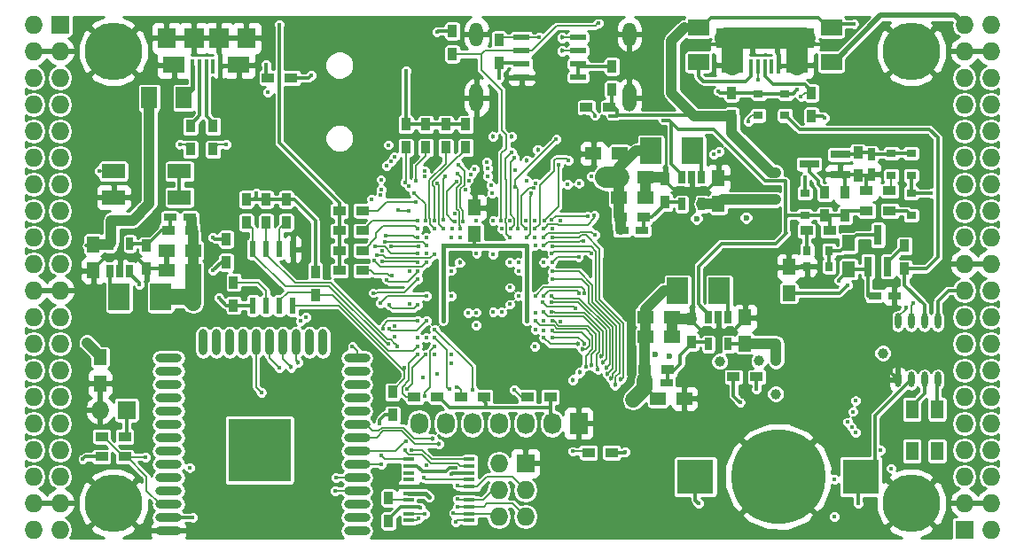
<source format=gbl>
G04 #@! TF.FileFunction,Copper,L4,Bot,Signal*
%FSLAX46Y46*%
G04 Gerber Fmt 4.6, Leading zero omitted, Abs format (unit mm)*
G04 Created by KiCad (PCBNEW 4.0.5+dfsg1-4) date Thu Jul  6 11:20:48 2017*
%MOMM*%
%LPD*%
G01*
G04 APERTURE LIST*
%ADD10C,0.100000*%
%ADD11R,3.500000X3.300000*%
%ADD12C,9.000000*%
%ADD13R,2.032000X1.524000*%
%ADD14R,2.000000X2.500000*%
%ADD15R,0.700000X1.200000*%
%ADD16R,1.250000X1.500000*%
%ADD17R,1.500000X1.250000*%
%ADD18R,1.524000X2.032000*%
%ADD19O,0.609600X1.473200*%
%ADD20R,0.800000X0.900000*%
%ADD21R,0.900000X0.800000*%
%ADD22R,0.800000X1.900000*%
%ADD23R,1.900000X0.800000*%
%ADD24R,1.200000X0.750000*%
%ADD25R,0.750000X1.200000*%
%ADD26R,1.200000X0.900000*%
%ADD27R,0.900000X1.200000*%
%ADD28O,1.300000X2.700000*%
%ADD29O,1.300000X2.300000*%
%ADD30R,0.600000X1.550000*%
%ADD31R,1.550000X0.600000*%
%ADD32O,2.500000X0.900000*%
%ADD33O,0.900000X2.500000*%
%ADD34R,6.000000X6.000000*%
%ADD35R,1.727200X1.727200*%
%ADD36O,1.727200X1.727200*%
%ADD37C,5.500000*%
%ADD38R,1.000000X0.400000*%
%ADD39R,1.200000X1.800000*%
%ADD40R,2.200000X1.400000*%
%ADD41R,1.727200X2.032000*%
%ADD42O,1.727200X2.032000*%
%ADD43R,2.100000X1.600000*%
%ADD44R,1.900000X1.900000*%
%ADD45R,0.400000X1.350000*%
%ADD46R,1.800000X1.900000*%
%ADD47C,0.400000*%
%ADD48C,1.000000*%
%ADD49C,0.600000*%
%ADD50C,0.454000*%
%ADD51C,0.300000*%
%ADD52C,2.000000*%
%ADD53C,1.000000*%
%ADD54C,0.400000*%
%ADD55C,0.500000*%
%ADD56C,1.500000*%
%ADD57C,0.190000*%
%ADD58C,0.200000*%
%ADD59C,0.254000*%
G04 APERTURE END LIST*
D10*
D11*
X174390000Y-105870000D03*
X158590000Y-105870000D03*
D12*
X166490000Y-105870000D03*
D13*
X171570000Y-62944000D03*
X171570000Y-66246000D03*
D14*
X160870000Y-88090000D03*
X156870000Y-88090000D03*
D15*
X159825000Y-90600000D03*
X160775000Y-90600000D03*
X161725000Y-90600000D03*
X161725000Y-93200000D03*
X159825000Y-93200000D03*
D14*
X158330000Y-74755000D03*
X154330000Y-74755000D03*
D15*
X157285000Y-77235000D03*
X158235000Y-77235000D03*
X159185000Y-77235000D03*
X159185000Y-79835000D03*
X157285000Y-79835000D03*
D14*
X103530000Y-88725000D03*
X107530000Y-88725000D03*
D15*
X104575000Y-86215000D03*
X103625000Y-86215000D03*
X102675000Y-86215000D03*
X102675000Y-83615000D03*
X104575000Y-83615000D03*
D16*
X101085000Y-83665000D03*
X101085000Y-86165000D03*
D17*
X153810000Y-90630000D03*
X156310000Y-90630000D03*
X153810000Y-92535000D03*
X156310000Y-92535000D03*
D16*
X163315000Y-93150000D03*
X163315000Y-90650000D03*
D17*
X151270000Y-79200000D03*
X153770000Y-79200000D03*
X151270000Y-77295000D03*
X153770000Y-77295000D03*
D16*
X160775000Y-79815000D03*
X160775000Y-77315000D03*
D17*
X110590000Y-84280000D03*
X108090000Y-84280000D03*
X110590000Y-86185000D03*
X108090000Y-86185000D03*
D18*
X106419000Y-69675000D03*
X109721000Y-69675000D03*
D13*
X158870000Y-66246000D03*
X158870000Y-62944000D03*
D19*
X181730000Y-96599000D03*
X180460000Y-96599000D03*
X179190000Y-96599000D03*
X177920000Y-96599000D03*
X177920000Y-91011000D03*
X179190000Y-91011000D03*
X180460000Y-91011000D03*
X181730000Y-91011000D03*
D16*
X173221000Y-86038000D03*
X173221000Y-83538000D03*
D20*
X169250000Y-84280000D03*
X171350000Y-84280000D03*
D21*
X179190000Y-80885000D03*
X179190000Y-78785000D03*
X177285000Y-74975000D03*
X177285000Y-77075000D03*
X169030000Y-80885000D03*
X169030000Y-78785000D03*
D22*
X176965000Y-85780000D03*
X175065000Y-85780000D03*
X176015000Y-82780000D03*
D23*
X172435000Y-75075000D03*
X172435000Y-76975000D03*
X169435000Y-76025000D03*
D24*
X153910000Y-96910000D03*
X155810000Y-96910000D03*
X151570000Y-82375000D03*
X153470000Y-82375000D03*
X110290000Y-81105000D03*
X108390000Y-81105000D03*
D25*
X175380000Y-75075000D03*
X175380000Y-76975000D03*
D26*
X169200000Y-82375000D03*
X171400000Y-82375000D03*
D27*
X172840000Y-80935000D03*
X172840000Y-78735000D03*
D26*
X177115000Y-80470000D03*
X174915000Y-80470000D03*
D27*
X174110000Y-74925000D03*
X174110000Y-77125000D03*
X178555000Y-83815000D03*
X178555000Y-86015000D03*
X113785000Y-83180000D03*
X113785000Y-85380000D03*
X170935000Y-80935000D03*
X170935000Y-78735000D03*
X129280000Y-107900000D03*
X129280000Y-110100000D03*
D26*
X150572000Y-103584000D03*
X148372000Y-103584000D03*
X177115000Y-78565000D03*
X174915000Y-78565000D03*
X153760000Y-95640000D03*
X155960000Y-95640000D03*
X110440000Y-82375000D03*
X108240000Y-82375000D03*
X151420000Y-81105000D03*
X153620000Y-81105000D03*
D27*
X158235000Y-90800000D03*
X158235000Y-93000000D03*
X106165000Y-86015000D03*
X106165000Y-83815000D03*
X155695000Y-77465000D03*
X155695000Y-79665000D03*
D26*
X126782000Y-86185000D03*
X124582000Y-86185000D03*
X126782000Y-84279000D03*
X124582000Y-84279000D03*
X126782000Y-82375000D03*
X124582000Y-82375000D03*
X126782000Y-80470000D03*
X124582000Y-80470000D03*
D27*
X130930000Y-74417000D03*
X130930000Y-72217000D03*
X132835000Y-74417000D03*
X132835000Y-72217000D03*
X134740000Y-74417000D03*
X134740000Y-72217000D03*
X136645000Y-74417000D03*
X136645000Y-72217000D03*
D28*
X152280000Y-69650000D03*
X137680000Y-69650000D03*
D29*
X137680000Y-63600000D03*
X152280000Y-63600000D03*
D30*
X116325000Y-84120000D03*
X117595000Y-84120000D03*
X118865000Y-84120000D03*
X120135000Y-84120000D03*
X120135000Y-89520000D03*
X118865000Y-89520000D03*
X117595000Y-89520000D03*
X116325000Y-89520000D03*
D24*
X175700000Y-88598000D03*
X177600000Y-88598000D03*
D31*
X141980000Y-67705000D03*
X141980000Y-66435000D03*
X141980000Y-65165000D03*
X141980000Y-63895000D03*
X147380000Y-63895000D03*
X147380000Y-65165000D03*
X147380000Y-66435000D03*
X147380000Y-67705000D03*
D20*
X171350000Y-85804000D03*
X169250000Y-85804000D03*
D21*
X179190000Y-77075000D03*
X179190000Y-74975000D03*
D32*
X126260434Y-111030338D03*
X126260434Y-109760338D03*
X126260434Y-108490338D03*
X126260434Y-107220338D03*
X126260434Y-105950338D03*
X126260434Y-104680338D03*
X126260434Y-103410338D03*
X126260434Y-102140338D03*
X126260434Y-100870338D03*
X126260434Y-99600338D03*
X126260434Y-98330338D03*
X126260434Y-97060338D03*
X126260434Y-95790338D03*
X126260434Y-94520338D03*
D33*
X122975434Y-93030338D03*
X121705434Y-93030338D03*
X120435434Y-93030338D03*
X119165434Y-93030338D03*
X117895434Y-93030338D03*
X116625434Y-93030338D03*
X115355434Y-93030338D03*
X114085434Y-93030338D03*
X112815434Y-93030338D03*
X111545434Y-93030338D03*
D32*
X108260434Y-94520338D03*
X108260434Y-95790338D03*
X108260434Y-97060338D03*
X108260434Y-98330338D03*
X108260434Y-99600338D03*
X108260434Y-100870338D03*
X108260434Y-102140338D03*
X108260434Y-103410338D03*
X108260434Y-104680338D03*
X108260434Y-105950338D03*
X108260434Y-107220338D03*
X108260434Y-108490338D03*
X108260434Y-109760338D03*
X108260434Y-111030338D03*
D34*
X116960434Y-103330338D03*
D35*
X97910000Y-62690000D03*
D36*
X95370000Y-62690000D03*
X97910000Y-65230000D03*
X95370000Y-65230000D03*
X97910000Y-67770000D03*
X95370000Y-67770000D03*
X97910000Y-70310000D03*
X95370000Y-70310000D03*
X97910000Y-72850000D03*
X95370000Y-72850000D03*
X97910000Y-75390000D03*
X95370000Y-75390000D03*
X97910000Y-77930000D03*
X95370000Y-77930000D03*
X97910000Y-80470000D03*
X95370000Y-80470000D03*
X97910000Y-83010000D03*
X95370000Y-83010000D03*
X97910000Y-85550000D03*
X95370000Y-85550000D03*
X97910000Y-88090000D03*
X95370000Y-88090000D03*
X97910000Y-90630000D03*
X95370000Y-90630000D03*
X97910000Y-93170000D03*
X95370000Y-93170000D03*
X97910000Y-95710000D03*
X95370000Y-95710000D03*
X97910000Y-98250000D03*
X95370000Y-98250000D03*
X97910000Y-100790000D03*
X95370000Y-100790000D03*
X97910000Y-103330000D03*
X95370000Y-103330000D03*
X97910000Y-105870000D03*
X95370000Y-105870000D03*
X97910000Y-108410000D03*
X95370000Y-108410000D03*
X97910000Y-110950000D03*
X95370000Y-110950000D03*
D35*
X184270000Y-110950000D03*
D36*
X186810000Y-110950000D03*
X184270000Y-108410000D03*
X186810000Y-108410000D03*
X184270000Y-105870000D03*
X186810000Y-105870000D03*
X184270000Y-103330000D03*
X186810000Y-103330000D03*
X184270000Y-100790000D03*
X186810000Y-100790000D03*
X184270000Y-98250000D03*
X186810000Y-98250000D03*
X184270000Y-95710000D03*
X186810000Y-95710000D03*
X184270000Y-93170000D03*
X186810000Y-93170000D03*
X184270000Y-90630000D03*
X186810000Y-90630000D03*
X184270000Y-88090000D03*
X186810000Y-88090000D03*
X184270000Y-85550000D03*
X186810000Y-85550000D03*
X184270000Y-83010000D03*
X186810000Y-83010000D03*
X184270000Y-80470000D03*
X186810000Y-80470000D03*
X184270000Y-77930000D03*
X186810000Y-77930000D03*
X184270000Y-75390000D03*
X186810000Y-75390000D03*
X184270000Y-72850000D03*
X186810000Y-72850000D03*
X184270000Y-70310000D03*
X186810000Y-70310000D03*
X184270000Y-67770000D03*
X186810000Y-67770000D03*
X184270000Y-65230000D03*
X186810000Y-65230000D03*
X184270000Y-62690000D03*
X186810000Y-62690000D03*
D37*
X102990000Y-108410000D03*
X179190000Y-108410000D03*
X179190000Y-65230000D03*
X102990000Y-65230000D03*
D21*
X167125000Y-69260000D03*
X167125000Y-71360000D03*
X164585000Y-69260000D03*
X164585000Y-71360000D03*
D27*
X162045000Y-71410000D03*
X162045000Y-69210000D03*
X139820000Y-66330000D03*
X139820000Y-64130000D03*
X135375000Y-63300000D03*
X135375000Y-65500000D03*
X150615000Y-68870000D03*
X150615000Y-66670000D03*
D26*
X150380000Y-70600000D03*
X148180000Y-70600000D03*
D38*
X137005000Y-104215000D03*
X137005000Y-104865000D03*
X137005000Y-105515000D03*
X137005000Y-106165000D03*
X137005000Y-106815000D03*
X137005000Y-107465000D03*
X137005000Y-108115000D03*
X137005000Y-108765000D03*
X137005000Y-109415000D03*
X137005000Y-110065000D03*
X131205000Y-110065000D03*
X131205000Y-109415000D03*
X131205000Y-108765000D03*
X131205000Y-108115000D03*
X131205000Y-107465000D03*
X131205000Y-106815000D03*
X131205000Y-106165000D03*
X131205000Y-105515000D03*
X131205000Y-104865000D03*
X131205000Y-104215000D03*
D27*
X119500000Y-79370000D03*
X119500000Y-81570000D03*
X114480000Y-89500000D03*
X114480000Y-87300000D03*
X129660000Y-99985000D03*
X129660000Y-97785000D03*
X117595000Y-79370000D03*
X117595000Y-81570000D03*
X122280000Y-86300000D03*
X122280000Y-88500000D03*
X115690000Y-79370000D03*
X115690000Y-81570000D03*
D26*
X144730000Y-98250000D03*
X142530000Y-98250000D03*
X138380000Y-98250000D03*
X136180000Y-98250000D03*
X133935000Y-98250000D03*
X131735000Y-98250000D03*
X101890000Y-103965000D03*
X104090000Y-103965000D03*
D39*
X179260000Y-99425000D03*
X179260000Y-103425000D03*
X181660000Y-103425000D03*
X181660000Y-99425000D03*
D40*
X109315000Y-79180000D03*
X103015000Y-79180000D03*
X103015000Y-76680000D03*
X109315000Y-76680000D03*
D35*
X104260000Y-99520000D03*
D36*
X101720000Y-99520000D03*
D41*
X147440000Y-100790000D03*
D42*
X144900000Y-100790000D03*
X142360000Y-100790000D03*
X139820000Y-100790000D03*
X137280000Y-100790000D03*
X134740000Y-100790000D03*
X132200000Y-100790000D03*
D26*
X101890000Y-102060000D03*
X104090000Y-102060000D03*
D43*
X108780000Y-66510000D03*
X114980000Y-66510000D03*
D44*
X110680000Y-63960000D03*
X113080000Y-63960000D03*
D45*
X110580000Y-66635000D03*
X111230000Y-66635000D03*
X111880000Y-66635000D03*
X112530000Y-66635000D03*
X113180000Y-66635000D03*
D46*
X108080000Y-63960000D03*
X115680000Y-63960000D03*
D43*
X162120000Y-66510000D03*
X168320000Y-66510000D03*
D44*
X164020000Y-63960000D03*
X166420000Y-63960000D03*
D45*
X163920000Y-66635000D03*
X164570000Y-66635000D03*
X165220000Y-66635000D03*
X165870000Y-66635000D03*
X166520000Y-66635000D03*
D46*
X161420000Y-63960000D03*
X169020000Y-63960000D03*
D16*
X167506000Y-88324000D03*
X167506000Y-85824000D03*
D26*
X164415000Y-96345000D03*
X162215000Y-96345000D03*
D27*
X169665000Y-69210000D03*
X169665000Y-71410000D03*
D35*
X142360000Y-104600000D03*
D36*
X139820000Y-104600000D03*
X142360000Y-107140000D03*
X139820000Y-107140000D03*
X142360000Y-109680000D03*
X139820000Y-109680000D03*
D17*
X155030000Y-98400000D03*
X157530000Y-98400000D03*
D16*
X137480000Y-82650000D03*
X137480000Y-80150000D03*
D17*
X151330000Y-75000000D03*
X148830000Y-75000000D03*
D16*
X101720000Y-94460000D03*
X101720000Y-96960000D03*
D27*
X110356000Y-74585000D03*
X110356000Y-72385000D03*
X112515000Y-74585000D03*
X112515000Y-72385000D03*
D26*
X119965000Y-67770000D03*
X117765000Y-67770000D03*
D47*
X146526413Y-71377791D03*
X147987361Y-71377791D03*
X144102010Y-84600000D03*
X144995724Y-71208517D03*
X132880424Y-84561218D03*
X135567436Y-80702302D03*
X132810347Y-82177990D03*
X145713035Y-91022010D03*
X145680000Y-94177990D03*
X177285000Y-95710000D03*
D48*
X177229911Y-82281349D03*
D47*
X170046000Y-85804000D03*
D49*
X164741832Y-81130572D03*
D47*
X120770000Y-72215000D03*
X133216000Y-109934000D03*
D49*
X161067993Y-81216119D03*
D48*
X158233687Y-94852616D03*
X162992748Y-94820185D03*
D47*
X143485784Y-72030166D03*
X141993027Y-72056172D03*
D49*
X156280000Y-81210838D03*
D47*
X112935911Y-99344089D03*
X131254529Y-86251357D03*
D48*
X159480000Y-64600000D03*
D47*
X140880000Y-81400000D03*
X136085174Y-89394826D03*
X145680000Y-81400000D03*
X139080000Y-69600000D03*
X120430000Y-97050000D03*
X150080000Y-81600000D03*
X131280000Y-89400000D03*
X133690245Y-94180159D03*
D50*
X139312644Y-91359700D03*
D47*
X140874194Y-91433353D03*
X145680000Y-85422010D03*
X135280000Y-95000000D03*
X135280000Y-94200000D03*
X142480000Y-94200000D03*
X140880000Y-93400000D03*
X139280000Y-93400000D03*
X137680000Y-93400000D03*
X136080000Y-93400000D03*
X136880000Y-92600000D03*
X135280000Y-92600000D03*
X132880000Y-91800000D03*
X132880000Y-93400000D03*
D50*
X141042859Y-86994997D03*
X139280000Y-87000000D03*
X136110990Y-86995403D03*
X139280000Y-88600000D03*
X137680000Y-87000000D03*
X136080000Y-84600000D03*
D47*
X150457224Y-71377791D03*
D48*
X166233987Y-97964769D03*
D47*
X172289562Y-87124051D03*
D48*
X166251010Y-79388894D03*
X166251010Y-76826063D03*
D47*
X133157010Y-107839890D03*
D48*
X102731849Y-83486234D03*
D47*
X173680000Y-62600000D03*
D48*
X166280000Y-94800000D03*
D47*
X148639876Y-77154704D03*
D48*
X149751640Y-77454704D03*
D47*
X116654336Y-78777990D03*
X121902031Y-67532835D03*
X173620534Y-99657935D03*
X173902378Y-98625522D03*
X176285000Y-103330000D03*
D48*
X176474303Y-94069095D03*
D47*
X173094000Y-87582000D03*
X164387711Y-97506234D03*
D48*
X100479904Y-93063904D03*
D47*
X109315000Y-77930000D03*
D49*
X163422030Y-81120665D03*
X154726292Y-94171363D03*
X156077107Y-94380779D03*
D48*
X160908408Y-94850523D03*
D49*
X158680000Y-81210838D03*
D47*
X170935000Y-71580000D03*
X112515000Y-83010000D03*
X133880000Y-63400000D03*
X181065000Y-78785000D03*
X128441330Y-100795881D03*
X110529662Y-109760338D03*
X110280000Y-105000000D03*
X100080000Y-104200000D03*
X113080000Y-88800000D03*
X139820000Y-67770000D03*
D48*
X164653770Y-94825547D03*
D47*
X137665894Y-91402446D03*
X135273306Y-88618602D03*
X139272517Y-84611349D03*
X137680556Y-84534085D03*
X141680000Y-86200000D03*
X135280000Y-86200000D03*
X132880000Y-92600000D03*
X132080000Y-92600000D03*
X141680000Y-88600000D03*
X141680000Y-85400000D03*
D48*
X152621047Y-98519969D03*
D47*
X136885174Y-90194826D03*
X140094890Y-90122990D03*
X139280000Y-90122990D03*
X140880000Y-89400000D03*
X137680000Y-90172990D03*
X140880000Y-87800000D03*
X140880000Y-85400000D03*
D50*
X136080000Y-85400000D03*
D47*
X129842442Y-91487871D03*
X121408624Y-90632457D03*
X129838418Y-92539772D03*
X120880000Y-91000000D03*
D48*
X110617371Y-89287199D03*
D47*
X142480000Y-91000000D03*
X142480000Y-83800000D03*
X134480000Y-83800000D03*
X134480000Y-91000000D03*
X155480000Y-71804802D03*
X117749531Y-69139021D03*
X105462439Y-87482966D03*
X174110000Y-108410000D03*
X158870000Y-108410000D03*
X135884156Y-106696010D03*
X137288700Y-97538741D03*
X133680000Y-91800000D03*
D50*
X134074414Y-102752225D03*
D47*
X135085458Y-97531790D03*
X135855186Y-108022639D03*
D50*
X133449289Y-102232615D03*
D47*
X133680000Y-92600000D03*
X132752670Y-98178920D03*
X128610113Y-104714568D03*
X132918584Y-104800000D03*
X135853254Y-108792386D03*
X133685668Y-93402482D03*
X130914528Y-102469652D03*
X131039363Y-97487286D03*
X135471949Y-109365878D03*
X132846234Y-94197073D03*
X118858690Y-62658970D03*
X130927442Y-67119621D03*
D50*
X145851858Y-65189228D03*
D47*
X148991194Y-71377791D03*
D50*
X145873729Y-63920849D03*
D47*
X178665908Y-89713903D03*
X143650666Y-63862520D03*
X179375977Y-89317806D03*
X149303407Y-62527990D03*
X140035989Y-81400000D03*
X132077895Y-86272150D03*
X129095296Y-87048250D03*
X117121665Y-97817265D03*
X118843798Y-95498222D03*
D50*
X119978162Y-95412951D03*
X120634035Y-94977604D03*
D47*
X168319170Y-68882010D03*
X160775000Y-69040000D03*
X147480000Y-77822010D03*
X146387166Y-77918991D03*
X131453853Y-103296209D03*
X144891634Y-91008466D03*
D50*
X148653935Y-95249010D03*
D47*
X144867244Y-90164455D03*
D50*
X149619858Y-94378867D03*
X150895161Y-97104924D03*
D47*
X144890381Y-83866022D03*
D50*
X151426924Y-96584651D03*
D47*
X144894101Y-83022010D03*
D50*
X150518912Y-96497510D03*
D47*
X144901285Y-86268736D03*
D50*
X150197861Y-96013257D03*
D47*
X144888562Y-86993817D03*
D50*
X150072035Y-95446034D03*
D47*
X144877648Y-88622010D03*
X144810610Y-89177990D03*
D50*
X149779241Y-94944191D03*
D47*
X144895773Y-91874444D03*
D50*
X147777713Y-93691005D03*
X147399581Y-93209136D03*
D47*
X144102010Y-92600000D03*
D50*
X147990903Y-93150519D03*
D47*
X144882352Y-92577990D03*
X130807074Y-95454141D03*
X130124012Y-93413277D03*
X132080000Y-93400000D03*
X129279152Y-93216670D03*
X133919980Y-96038729D03*
X141280000Y-97600000D03*
X132572818Y-96383863D03*
X135770000Y-97338127D03*
X132080000Y-94200000D03*
X128701202Y-84307695D03*
X106080000Y-104000000D03*
X129334585Y-89482640D03*
X132080000Y-89444020D03*
X130839486Y-103354982D03*
X128602801Y-103872537D03*
X132656192Y-105976192D03*
X128490573Y-89279880D03*
X132880000Y-88600000D03*
X127816438Y-88312067D03*
X124253981Y-105982535D03*
X132080000Y-87000000D03*
X125827283Y-93452662D03*
X124202418Y-107207639D03*
D50*
X139225799Y-73337665D03*
X141029139Y-73391006D03*
X142492534Y-75655828D03*
X143525587Y-74622774D03*
D47*
X113785000Y-74120000D03*
X132150284Y-109889120D03*
X109340000Y-74120000D03*
X132748035Y-109420684D03*
X135567436Y-81489225D03*
X135767546Y-77648547D03*
X134702010Y-77200000D03*
X134471354Y-81347908D03*
X132761172Y-77202673D03*
X132737245Y-76676207D03*
X128545566Y-77476577D03*
X127643658Y-79355564D03*
X128515897Y-78994176D03*
X128569727Y-78469921D03*
X131230910Y-78113843D03*
X131709326Y-78745875D03*
X132783332Y-81399993D03*
X128988294Y-82862159D03*
X132084821Y-83022010D03*
X128914082Y-83440123D03*
X132886504Y-83777990D03*
X129500613Y-83866021D03*
X132117443Y-83866021D03*
X127987000Y-83903532D03*
X132079996Y-84503337D03*
X128121692Y-84749338D03*
X133671942Y-84595200D03*
X132875802Y-85428138D03*
X127940419Y-85244193D03*
D50*
X146862501Y-96617499D03*
X147534467Y-95913260D03*
D47*
X148102806Y-95339021D03*
X143280000Y-91000000D03*
X149207706Y-95605291D03*
X144082424Y-90132858D03*
X143989948Y-89177990D03*
X147125926Y-89802879D03*
X143281824Y-90201951D03*
X144102010Y-85397219D03*
X147422472Y-84858593D03*
X144886544Y-85385186D03*
X144102010Y-83000000D03*
X148975652Y-82755341D03*
X144885092Y-82177990D03*
X147470668Y-88324835D03*
X144082832Y-88584510D03*
X147997681Y-88324844D03*
X143278026Y-88595030D03*
X144102010Y-82185600D03*
X148935852Y-80899014D03*
X148337768Y-80975785D03*
X144866392Y-81333979D03*
X139280000Y-81400000D03*
X139145358Y-78809170D03*
X139040624Y-78036724D03*
X138723613Y-77165705D03*
X138663568Y-75840437D03*
X138716105Y-76425854D03*
X137680000Y-81400000D03*
X137498321Y-76510532D03*
X137116016Y-76974740D03*
X136928568Y-77562978D03*
X136634118Y-78451672D03*
X136411444Y-81497309D03*
X135971329Y-76094515D03*
X148668800Y-84550385D03*
X144877691Y-84532933D03*
X144102010Y-83800000D03*
X147894174Y-83335809D03*
X142851623Y-78759750D03*
X142473549Y-82998913D03*
X143105106Y-78295223D03*
X142396423Y-82191394D03*
X145494012Y-76055333D03*
X144146021Y-81374784D03*
X143331797Y-77819457D03*
X146477975Y-75672010D03*
X143257990Y-82207154D03*
X143257990Y-81379632D03*
X145295462Y-73599855D03*
X141384492Y-78199263D03*
X141657990Y-82130345D03*
X142413979Y-81382236D03*
X140080000Y-82200000D03*
X141406987Y-76554996D03*
X141046643Y-74873804D03*
X140864029Y-83041403D03*
X141304511Y-75418570D03*
X140924011Y-82179283D03*
X132880000Y-83022010D03*
X129599528Y-86644074D03*
X132080000Y-82177990D03*
X132080000Y-81400000D03*
X131847310Y-79589886D03*
X130856828Y-77742623D03*
X131923295Y-77584853D03*
X133654358Y-82177990D03*
X133627343Y-81396408D03*
X129306502Y-91735782D03*
X132880000Y-91000000D03*
X128743234Y-91729555D03*
X132077648Y-90977990D03*
X130173445Y-80398223D03*
X131180000Y-80500000D03*
X132079620Y-85428138D03*
X128652115Y-85328782D03*
X163632576Y-71913912D03*
X133922194Y-77854836D03*
X134501414Y-82177578D03*
X135680000Y-110200000D03*
X146844288Y-103452739D03*
X132540000Y-105400000D03*
X135680000Y-105037990D03*
X132280000Y-108800000D03*
X135248000Y-105616000D03*
X101631196Y-76659251D03*
X112515000Y-86185000D03*
X171848675Y-109695905D03*
X171824000Y-106124000D03*
X162842298Y-98762298D03*
X160316348Y-75042641D03*
X143257990Y-83000000D03*
X168669128Y-69578121D03*
X151896383Y-103510715D03*
X169030000Y-77295000D03*
X177274002Y-105079115D03*
X143258015Y-93423150D03*
X173867913Y-101655141D03*
X143280000Y-91800000D03*
X144064831Y-91877646D03*
X173497957Y-101157615D03*
X173102681Y-100658357D03*
X144080000Y-91000000D03*
X117595000Y-66500000D03*
X129870959Y-75314435D03*
X135345425Y-82176814D03*
X129261260Y-74177766D03*
X135830698Y-76905381D03*
X136080000Y-82200000D03*
X129549848Y-75736445D03*
X136080000Y-83000000D03*
X129068266Y-76134206D03*
X135280000Y-83022010D03*
X160854413Y-74794248D03*
X164583094Y-67962523D03*
X142480000Y-77600000D03*
X143280000Y-83800000D03*
D51*
X151330000Y-63600000D02*
X152280000Y-63600000D01*
X148725433Y-62400000D02*
X149074445Y-62050988D01*
X138630000Y-63600000D02*
X139830000Y-62400000D01*
X139830000Y-62400000D02*
X148725433Y-62400000D01*
X137680000Y-63600000D02*
X138630000Y-63600000D01*
X149074445Y-62050988D02*
X149780988Y-62050988D01*
X149780988Y-62050988D02*
X151330000Y-63600000D01*
X177285000Y-95710000D02*
X177285000Y-95964000D01*
X177285000Y-95964000D02*
X177920000Y-96599000D01*
X167506000Y-85824000D02*
X169230000Y-85824000D01*
X169230000Y-85824000D02*
X169250000Y-85804000D01*
X169250000Y-85804000D02*
X170046000Y-85804000D01*
X139080000Y-69600000D02*
X137730000Y-69600000D01*
X137730000Y-69600000D02*
X137680000Y-69650000D01*
X137680000Y-63600000D02*
X137680000Y-63000000D01*
X166520000Y-66635000D02*
X168195000Y-66635000D01*
X168195000Y-66635000D02*
X168320000Y-66510000D01*
X134345000Y-107465000D02*
X133695000Y-106815000D01*
X133695000Y-106815000D02*
X131205000Y-106815000D01*
X137005000Y-107465000D02*
X134345000Y-107465000D01*
X170080000Y-64600000D02*
X170680000Y-64600000D01*
X169020000Y-63960000D02*
X169440000Y-63960000D01*
X169440000Y-63960000D02*
X170080000Y-64600000D01*
X169020000Y-63960000D02*
X169240000Y-63960000D01*
X160480000Y-64600000D02*
X159480000Y-64600000D01*
X161120000Y-63960000D02*
X160480000Y-64600000D01*
X161420000Y-63960000D02*
X161120000Y-63960000D01*
X169240000Y-63960000D02*
X169880000Y-64600000D01*
D52*
X161420000Y-63960000D02*
X169020000Y-63960000D01*
X162120000Y-66510000D02*
X162120000Y-64660000D01*
D51*
X162120000Y-64660000D02*
X161420000Y-63960000D01*
D52*
X168320000Y-66510000D02*
X168320000Y-64660000D01*
D51*
X168320000Y-64660000D02*
X169020000Y-63960000D01*
X102210000Y-84915000D02*
X103625000Y-84915000D01*
X103625000Y-84915000D02*
X105215000Y-84915000D01*
X103625000Y-86215000D02*
X103625000Y-84915000D01*
X105215000Y-84915000D02*
X106165000Y-85865000D01*
X106165000Y-85865000D02*
X106165000Y-86015000D01*
X101085000Y-86165000D02*
X101085000Y-86040000D01*
X101085000Y-86040000D02*
X102210000Y-84915000D01*
X106165000Y-86015000D02*
X107920000Y-86015000D01*
X107920000Y-86015000D02*
X108090000Y-86185000D01*
X139085645Y-91132701D02*
X139312644Y-91359700D01*
X138480000Y-89400000D02*
X138480000Y-90527056D01*
X139280000Y-88600000D02*
X138480000Y-89400000D01*
X138480000Y-90527056D02*
X139085645Y-91132701D01*
D53*
X153770000Y-77295000D02*
X155525000Y-77295000D01*
D51*
X155525000Y-77295000D02*
X155695000Y-77465000D01*
D53*
X153770000Y-79200000D02*
X153770000Y-77295000D01*
D51*
X174110000Y-77125000D02*
X174745000Y-77125000D01*
X174745000Y-77125000D02*
X175230000Y-77125000D01*
X174915000Y-78565000D02*
X174915000Y-77295000D01*
X174915000Y-77295000D02*
X174745000Y-77125000D01*
X172840000Y-78735000D02*
X172840000Y-77380000D01*
X172840000Y-77380000D02*
X172435000Y-76975000D01*
X175230000Y-77125000D02*
X175380000Y-76975000D01*
X172435000Y-76975000D02*
X173960000Y-76975000D01*
X173960000Y-76975000D02*
X174110000Y-77125000D01*
X137680000Y-86200000D02*
X137680000Y-86600000D01*
X136080000Y-84600000D02*
X137680000Y-86200000D01*
X159850000Y-78365000D02*
X158235000Y-78365000D01*
X158235000Y-78365000D02*
X156445000Y-78365000D01*
X158235000Y-77235000D02*
X158235000Y-78365000D01*
X160775000Y-77315000D02*
X160775000Y-77440000D01*
X160775000Y-77440000D02*
X159850000Y-78365000D01*
X156445000Y-78365000D02*
X155695000Y-77615000D01*
X155695000Y-77615000D02*
X155695000Y-77465000D01*
D53*
X156310000Y-90630000D02*
X156310000Y-92535000D01*
X158235000Y-90800000D02*
X156480000Y-90800000D01*
D51*
X156480000Y-90800000D02*
X156310000Y-90630000D01*
X163315000Y-90650000D02*
X163315000Y-90834602D01*
X163315000Y-90834602D02*
X162249602Y-91900000D01*
X162249602Y-91900000D02*
X160775000Y-91900000D01*
X101085000Y-86165000D02*
X101085000Y-85929893D01*
X106165000Y-85944374D02*
X106165000Y-86015000D01*
X159185000Y-91900000D02*
X160775000Y-91900000D01*
X160775000Y-90600000D02*
X160775000Y-91900000D01*
X158235000Y-90800000D02*
X158235000Y-90950000D01*
X158235000Y-90950000D02*
X159185000Y-91900000D01*
X108090000Y-84280000D02*
X108090000Y-86185000D01*
X107625000Y-84745000D02*
X108090000Y-84280000D01*
X108070000Y-84260000D02*
X108090000Y-84280000D01*
X141037856Y-87000000D02*
X141042859Y-86994997D01*
X139280000Y-87000000D02*
X141037856Y-87000000D01*
X136432016Y-86995403D02*
X136110990Y-86995403D01*
X137284597Y-86995403D02*
X136432016Y-86995403D01*
X137680000Y-86600000D02*
X137284597Y-86995403D01*
X137680000Y-86600000D02*
X137680000Y-87000000D01*
X151057791Y-71377791D02*
X150740066Y-71377791D01*
X150740066Y-71377791D02*
X150457224Y-71377791D01*
X151080000Y-71400000D02*
X151057791Y-71377791D01*
X172289562Y-87094438D02*
X172289562Y-87124051D01*
X173221000Y-86163000D02*
X172289562Y-87094438D01*
X173221000Y-86038000D02*
X173221000Y-86163000D01*
X175065000Y-88598000D02*
X175065000Y-85780000D01*
X175700000Y-88598000D02*
X175065000Y-88598000D01*
D53*
X162045000Y-71410000D02*
X162045000Y-73010000D01*
X160790000Y-79800000D02*
X161201106Y-79388894D01*
X165543904Y-79388894D02*
X166251010Y-79388894D01*
X165861063Y-76826063D02*
X166251010Y-76826063D01*
X162045000Y-73010000D02*
X165861063Y-76826063D01*
X161201106Y-79388894D02*
X165543904Y-79388894D01*
X106419000Y-69929000D02*
X106407114Y-69940886D01*
X102769569Y-81375780D02*
X102769569Y-83448514D01*
X102769569Y-83448514D02*
X102731849Y-83486234D01*
X106407114Y-69940886D02*
X106407114Y-79810969D01*
X106407114Y-79810969D02*
X104842303Y-81375780D01*
X104842303Y-81375780D02*
X102769569Y-81375780D01*
D54*
X132957011Y-107639891D02*
X133157010Y-107839890D01*
X131205000Y-107465000D02*
X132782120Y-107465000D01*
X132782120Y-107465000D02*
X132957011Y-107639891D01*
D51*
X102553083Y-83665000D02*
X102731849Y-83486234D01*
X101085000Y-83665000D02*
X102553083Y-83665000D01*
X151164012Y-71315988D02*
X158407951Y-71315988D01*
X151080000Y-71400000D02*
X151164012Y-71315988D01*
X158407951Y-71315988D02*
X158501963Y-71410000D01*
X158870000Y-62944000D02*
X157554000Y-62944000D01*
D53*
X157554000Y-62944000D02*
X156306476Y-64191524D01*
X156306476Y-64191524D02*
X156306476Y-69214513D01*
X156306476Y-69214513D02*
X158501963Y-71410000D01*
X158501963Y-71410000D02*
X162045000Y-71410000D01*
D51*
X106419000Y-69675000D02*
X106419000Y-69929000D01*
X100572432Y-83665000D02*
X100424079Y-83813353D01*
X101085000Y-83665000D02*
X100572432Y-83665000D01*
X173680000Y-62600000D02*
X171914000Y-62600000D01*
X171914000Y-62600000D02*
X171570000Y-62944000D01*
X171570000Y-62944000D02*
X171224000Y-62944000D01*
X171224000Y-62944000D02*
X170280000Y-62000000D01*
X159136000Y-62944000D02*
X158870000Y-62944000D01*
X170280000Y-62000000D02*
X160080000Y-62000000D01*
X160080000Y-62000000D02*
X159136000Y-62944000D01*
X160790000Y-79800000D02*
X160775000Y-79815000D01*
D53*
X163315000Y-93150000D02*
X166280000Y-93150000D01*
X166280000Y-93150000D02*
X166280000Y-94800000D01*
D51*
X160775000Y-79940000D02*
X160775000Y-79815000D01*
X164925000Y-93150000D02*
X164240000Y-93150000D01*
X164240000Y-93150000D02*
X163315000Y-93150000D01*
X101085000Y-83665000D02*
X101085000Y-83790000D01*
X151080000Y-71400000D02*
X151080000Y-70838120D01*
X151080000Y-70838120D02*
X150615000Y-70373120D01*
X150615000Y-70373120D02*
X150615000Y-69995990D01*
X150615000Y-69995990D02*
X150615000Y-68870000D01*
D53*
X159185000Y-79835000D02*
X160755000Y-79835000D01*
D51*
X160755000Y-79835000D02*
X160775000Y-79815000D01*
X161725000Y-93200000D02*
X163265000Y-93200000D01*
X163265000Y-93200000D02*
X163315000Y-93150000D01*
X173221000Y-86038000D02*
X174807000Y-86038000D01*
X174807000Y-86038000D02*
X175065000Y-85780000D01*
D53*
X101085000Y-83665000D02*
X102625000Y-83665000D01*
D51*
X102625000Y-83665000D02*
X102675000Y-83615000D01*
X171570000Y-66246000D02*
X171824000Y-66246000D01*
D55*
X171824000Y-66246000D02*
X176270000Y-61800000D01*
X176270000Y-61800000D02*
X183380000Y-61800000D01*
X183380000Y-61800000D02*
X184270000Y-62690000D01*
D53*
X149993577Y-77289735D02*
X149916609Y-77289735D01*
X149916609Y-77289735D02*
X149751640Y-77454704D01*
D51*
X116654336Y-79155664D02*
X116654336Y-79060832D01*
X115690000Y-79370000D02*
X116440000Y-79370000D01*
X116440000Y-79370000D02*
X116654336Y-79155664D01*
X116654336Y-79060832D02*
X116654336Y-78777990D01*
X121702032Y-67732834D02*
X121902031Y-67532835D01*
X121664866Y-67770000D02*
X121702032Y-67732834D01*
X119965000Y-67770000D02*
X121664866Y-67770000D01*
X181730000Y-89106000D02*
X182746000Y-88090000D01*
X182746000Y-88090000D02*
X184270000Y-88090000D01*
X181730000Y-91011000D02*
X181730000Y-89106000D01*
X172352000Y-88324000D02*
X173094000Y-87582000D01*
X167506000Y-88324000D02*
X172352000Y-88324000D01*
X164415000Y-96345000D02*
X164415000Y-97478945D01*
X164415000Y-97478945D02*
X164387711Y-97506234D01*
X100479904Y-93094904D02*
X100479904Y-93063904D01*
D53*
X101720000Y-94335000D02*
X100479904Y-93094904D01*
D51*
X101720000Y-94460000D02*
X101720000Y-94335000D01*
X151330000Y-75000000D02*
X151330000Y-77235000D01*
X151330000Y-77235000D02*
X151270000Y-77295000D01*
X109315000Y-77930000D02*
X109315000Y-79180000D01*
X109315000Y-76680000D02*
X109315000Y-77930000D01*
X138380000Y-98250000D02*
X138380000Y-98686358D01*
X138380000Y-98686358D02*
X138550000Y-98856358D01*
X138550000Y-98856358D02*
X138550000Y-99266000D01*
X135101000Y-99266000D02*
X138550000Y-99266000D01*
X138550000Y-99266000D02*
X144730000Y-99266000D01*
X144730000Y-98250000D02*
X144730000Y-99266000D01*
X144730000Y-99266000D02*
X144730000Y-99400000D01*
X133935000Y-98250000D02*
X134085000Y-98250000D01*
X134085000Y-98250000D02*
X135101000Y-99266000D01*
X170765000Y-71410000D02*
X170935000Y-71580000D01*
X169665000Y-71410000D02*
X170765000Y-71410000D01*
X144730000Y-99400000D02*
X144730000Y-100620000D01*
X113785000Y-83180000D02*
X112685000Y-83180000D01*
X112685000Y-83180000D02*
X112515000Y-83010000D01*
X133980000Y-63300000D02*
X133880000Y-63400000D01*
X135375000Y-63300000D02*
X133980000Y-63300000D01*
X122280000Y-86300000D02*
X122280000Y-81400000D01*
X122280000Y-81400000D02*
X120250000Y-79370000D01*
X120250000Y-79370000D02*
X119500000Y-79370000D01*
X179190000Y-78785000D02*
X181065000Y-78785000D01*
X128441330Y-100513039D02*
X128441330Y-100795881D01*
X128441330Y-100453670D02*
X128441330Y-100513039D01*
X129660000Y-99985000D02*
X128910000Y-99985000D01*
X128910000Y-99985000D02*
X128441330Y-100453670D01*
X108260434Y-109760338D02*
X110529662Y-109760338D01*
X179190000Y-77075000D02*
X179190000Y-78785000D01*
X100315000Y-103965000D02*
X100080000Y-104200000D01*
X101890000Y-103965000D02*
X100315000Y-103965000D01*
X117595000Y-79370000D02*
X119500000Y-79370000D01*
X115690000Y-79370000D02*
X117595000Y-79370000D01*
X114480000Y-89500000D02*
X113780000Y-89500000D01*
X113780000Y-89500000D02*
X113080000Y-88800000D01*
X114480000Y-89500000D02*
X116305000Y-89500000D01*
X116305000Y-89500000D02*
X116325000Y-89520000D01*
X144900000Y-98250000D02*
X144730000Y-98250000D01*
X138380000Y-98250000D02*
X138530000Y-98250000D01*
X144730000Y-100620000D02*
X144900000Y-100790000D01*
X135325000Y-63350000D02*
X135375000Y-63300000D01*
X139820000Y-66330000D02*
X141875000Y-66330000D01*
X141875000Y-66330000D02*
X141980000Y-66435000D01*
X139820000Y-66330000D02*
X139820000Y-67770000D01*
D53*
X151270000Y-77295000D02*
X151264735Y-77289735D01*
D52*
X151264735Y-77289735D02*
X149993577Y-77289735D01*
D53*
X151270000Y-77295000D02*
X151270000Y-76370000D01*
D51*
X152885000Y-74755000D02*
X153030000Y-74755000D01*
D53*
X151270000Y-76370000D02*
X152885000Y-74755000D01*
X153030000Y-74755000D02*
X154330000Y-74755000D01*
X151420000Y-81105000D02*
X151420000Y-82225000D01*
D51*
X151420000Y-82225000D02*
X151570000Y-82375000D01*
D53*
X151270000Y-79200000D02*
X151270000Y-80955000D01*
D51*
X151270000Y-80955000D02*
X151420000Y-81105000D01*
D53*
X151270000Y-77295000D02*
X151270000Y-79200000D01*
D51*
X151790000Y-76775000D02*
X151270000Y-77295000D01*
X160870000Y-88090000D02*
X161725000Y-88945000D01*
X161725000Y-88945000D02*
X161725000Y-90600000D01*
X159185000Y-77235000D02*
X159185000Y-75610000D01*
X159185000Y-75610000D02*
X158330000Y-74755000D01*
X155030000Y-98400000D02*
X154905000Y-98400000D01*
X154905000Y-98400000D02*
X153733519Y-97228519D01*
X153733519Y-97228519D02*
X153733519Y-96686345D01*
D53*
X153701005Y-95301005D02*
X153810000Y-95410000D01*
X153701005Y-92643995D02*
X153701005Y-95301005D01*
X153810000Y-92535000D02*
X153701005Y-92643995D01*
D51*
X153810000Y-95410000D02*
X154110000Y-95710000D01*
X154110000Y-95710000D02*
X154110000Y-96385000D01*
D56*
X153121046Y-98019970D02*
X152621047Y-98519969D01*
X153733519Y-97407497D02*
X153121046Y-98019970D01*
X153733519Y-96686345D02*
X153733519Y-97407497D01*
D53*
X156870000Y-88090000D02*
X155570000Y-88090000D01*
X155570000Y-88090000D02*
X153810000Y-89850000D01*
X153810000Y-89850000D02*
X153810000Y-90630000D01*
X153810000Y-92535000D02*
X153810000Y-90630000D01*
D51*
X153695000Y-90515000D02*
X153810000Y-90630000D01*
X156010000Y-95710000D02*
X156524914Y-95710000D01*
X156524914Y-95710000D02*
X157145126Y-95089788D01*
X157145126Y-95089788D02*
X157145126Y-94239874D01*
X157145126Y-94239874D02*
X158235000Y-93150000D01*
X158235000Y-93150000D02*
X158235000Y-93000000D01*
X155960000Y-95640000D02*
X155960000Y-96760000D01*
X155960000Y-96760000D02*
X155810000Y-96910000D01*
X158235000Y-93000000D02*
X159625000Y-93000000D01*
X159625000Y-93000000D02*
X159825000Y-93200000D01*
D54*
X134480000Y-83800000D02*
X137480000Y-83800000D01*
D51*
X137480000Y-82650000D02*
X137480000Y-83800000D01*
D54*
X137480000Y-83800000D02*
X142480000Y-83800000D01*
D56*
X110055172Y-88725000D02*
X107530000Y-88725000D01*
X110617371Y-89287199D02*
X110055172Y-88725000D01*
D51*
X110590000Y-89259828D02*
X110617371Y-89287199D01*
D56*
X110590000Y-86185000D02*
X110590000Y-89259828D01*
D54*
X142480000Y-83800000D02*
X142480000Y-91000000D01*
X134480000Y-91000000D02*
X134480000Y-83800000D01*
D53*
X110440000Y-82375000D02*
X110440000Y-81255000D01*
D51*
X110440000Y-81255000D02*
X110290000Y-81105000D01*
D53*
X110590000Y-84280000D02*
X110590000Y-82525000D01*
D51*
X110590000Y-82525000D02*
X110440000Y-82375000D01*
D53*
X110590000Y-86185000D02*
X110590000Y-84280000D01*
D51*
X110070000Y-86705000D02*
X110590000Y-86185000D01*
X102675000Y-86215000D02*
X102675000Y-87870000D01*
X102675000Y-87870000D02*
X103530000Y-88725000D01*
X156280000Y-72000000D02*
X156084802Y-71804802D01*
X155762842Y-71804802D02*
X155480000Y-71804802D01*
X156084802Y-71804802D02*
X155762842Y-71804802D01*
X156280000Y-72000000D02*
X156961278Y-72681278D01*
X156961278Y-72681278D02*
X160290639Y-72681278D01*
X160290639Y-72681278D02*
X165212434Y-77603073D01*
X165212434Y-77603073D02*
X167183550Y-77603073D01*
X167183550Y-77603073D02*
X167183550Y-81105000D01*
X105462439Y-87352439D02*
X105462439Y-87482966D01*
X104575000Y-86465000D02*
X105462439Y-87352439D01*
X104575000Y-86215000D02*
X104575000Y-86465000D01*
X167183550Y-81105000D02*
X167183550Y-82518550D01*
X169030000Y-80885000D02*
X167403550Y-80885000D01*
X167403550Y-80885000D02*
X167183550Y-81105000D01*
X166265000Y-83600000D02*
X167265000Y-82600000D01*
X167183550Y-82518550D02*
X167265000Y-82600000D01*
X156280000Y-75980000D02*
X156280000Y-72000000D01*
X157285000Y-77235000D02*
X157285000Y-76985000D01*
X157285000Y-76985000D02*
X156280000Y-75980000D01*
X159825000Y-90600000D02*
X159825000Y-90345000D01*
X159825000Y-90345000D02*
X158880000Y-89400000D01*
X158880000Y-89400000D02*
X158880000Y-85800000D01*
X158880000Y-85800000D02*
X161080000Y-83600000D01*
X161080000Y-83600000D02*
X166265000Y-83600000D01*
X168980000Y-80885000D02*
X169030000Y-80885000D01*
X169030000Y-80885000D02*
X170885000Y-80885000D01*
X170885000Y-80885000D02*
X170935000Y-80935000D01*
X170935000Y-80935000D02*
X171570000Y-80935000D01*
X171570000Y-80935000D02*
X172840000Y-80935000D01*
X171400000Y-82375000D02*
X171400000Y-81105000D01*
X171400000Y-81105000D02*
X171570000Y-80935000D01*
X174915000Y-80470000D02*
X173305000Y-80470000D01*
X173305000Y-80470000D02*
X172840000Y-80935000D01*
X153620000Y-81105000D02*
X154432087Y-81105000D01*
X154432087Y-81105000D02*
X155695000Y-79842087D01*
X155695000Y-79842087D02*
X155695000Y-79665000D01*
X153620000Y-81105000D02*
X153620000Y-82225000D01*
X153620000Y-82225000D02*
X153470000Y-82375000D01*
X155695000Y-79665000D02*
X157115000Y-79665000D01*
X157115000Y-79665000D02*
X157285000Y-79835000D01*
X155525000Y-79835000D02*
X155695000Y-79665000D01*
X108240000Y-82375000D02*
X107605000Y-82375000D01*
X107605000Y-82375000D02*
X106165000Y-83815000D01*
X104575000Y-83615000D02*
X105965000Y-83615000D01*
X105965000Y-83615000D02*
X106165000Y-83815000D01*
X104775000Y-83815000D02*
X104575000Y-83615000D01*
X108070000Y-82545000D02*
X108240000Y-82375000D01*
X108390000Y-81105000D02*
X108390000Y-82225000D01*
X108390000Y-82225000D02*
X108240000Y-82375000D01*
X163920000Y-66635000D02*
X163920000Y-67587717D01*
X163920000Y-67587717D02*
X163418882Y-68088835D01*
X163418882Y-68088835D02*
X159332837Y-68088835D01*
X159332837Y-68088835D02*
X158870000Y-67625998D01*
X158870000Y-67625998D02*
X158870000Y-66246000D01*
X174390000Y-105870000D02*
X175730225Y-104529775D01*
X175730225Y-104529775D02*
X175730225Y-100058775D01*
X175730225Y-100058775D02*
X179190000Y-96599000D01*
X174110000Y-108410000D02*
X174110000Y-106150000D01*
X174110000Y-106150000D02*
X174390000Y-105870000D01*
X158590000Y-108130000D02*
X158870000Y-108410000D01*
X158590000Y-105870000D02*
X158590000Y-108130000D01*
D57*
X137005000Y-106815000D02*
X137695000Y-106815000D01*
X137695000Y-106815000D02*
X138636731Y-105873269D01*
X138636731Y-105873269D02*
X141093269Y-105873269D01*
X141093269Y-105873269D02*
X142360000Y-107140000D01*
X131793914Y-102752225D02*
X133753388Y-102752225D01*
X130542027Y-101500338D02*
X131793914Y-102752225D01*
X128791195Y-101500338D02*
X130542027Y-101500338D01*
X128151195Y-102140338D02*
X128791195Y-101500338D01*
X133753388Y-102752225D02*
X134074414Y-102752225D01*
X126260434Y-102140338D02*
X128151195Y-102140338D01*
X136003146Y-106815000D02*
X135884156Y-106696010D01*
X137005000Y-106815000D02*
X136003146Y-106815000D01*
X137288700Y-97255899D02*
X137288700Y-97538741D01*
X137288700Y-95408700D02*
X137288700Y-97255899D01*
X133680000Y-91800000D02*
X137288700Y-95408700D01*
X137005000Y-108115000D02*
X138298299Y-108115000D01*
X138298299Y-108115000D02*
X139273299Y-107140000D01*
X139273299Y-107140000D02*
X139820000Y-107140000D01*
X126260434Y-100870338D02*
X127060434Y-100870338D01*
X133128263Y-102232615D02*
X133449289Y-102232615D01*
X128662889Y-101180323D02*
X130670332Y-101180323D01*
X131722624Y-102232615D02*
X133128263Y-102232615D01*
X128332874Y-101510338D02*
X128662889Y-101180323D01*
X127060434Y-100870338D02*
X127700434Y-101510338D01*
X127700434Y-101510338D02*
X128332874Y-101510338D01*
X130670332Y-101180323D02*
X131722624Y-102232615D01*
X134856098Y-97302430D02*
X134885459Y-97331791D01*
X134856098Y-93776098D02*
X134856098Y-97302430D01*
X133680000Y-92600000D02*
X134856098Y-93776098D01*
X134885459Y-97331791D02*
X135085458Y-97531790D01*
X137005000Y-108115000D02*
X135947547Y-108115000D01*
X135947547Y-108115000D02*
X135855186Y-108022639D01*
X137005000Y-108765000D02*
X138363482Y-108765000D01*
X138363482Y-108765000D02*
X138696143Y-108432339D01*
X138696143Y-108432339D02*
X141112339Y-108432339D01*
X141112339Y-108432339D02*
X141496401Y-108816401D01*
X141496401Y-108816401D02*
X142360000Y-109680000D01*
X133268244Y-97295512D02*
X132752670Y-97811086D01*
X133268244Y-93819906D02*
X133268244Y-97295512D01*
X133685668Y-93402482D02*
X133268244Y-93819906D01*
X132752670Y-97811086D02*
X132752670Y-97896078D01*
X132752670Y-97896078D02*
X132752670Y-98178920D01*
X128575883Y-104680338D02*
X128610113Y-104714568D01*
X126260434Y-104680338D02*
X128575883Y-104680338D01*
X137005000Y-108765000D02*
X135880640Y-108765000D01*
X135880640Y-108765000D02*
X135853254Y-108792386D01*
X137005000Y-109415000D02*
X139555000Y-109415000D01*
X139555000Y-109415000D02*
X139820000Y-109680000D01*
X129973842Y-103410338D02*
X130714529Y-102669651D01*
X126260434Y-103410338D02*
X129973842Y-103410338D01*
X130714529Y-102669651D02*
X130914528Y-102469652D01*
X131565180Y-96961469D02*
X131239362Y-97287287D01*
X131239362Y-97287287D02*
X131039363Y-97487286D01*
X131565180Y-95478127D02*
X131565180Y-96961469D01*
X132846234Y-94197073D02*
X131565180Y-95478127D01*
X135521071Y-109415000D02*
X135471949Y-109365878D01*
X137005000Y-109415000D02*
X135521071Y-109415000D01*
D51*
X167125000Y-71360000D02*
X167175000Y-71360000D01*
X167175000Y-71360000D02*
X168502202Y-72687202D01*
X168502202Y-72687202D02*
X180932202Y-72687202D01*
X181730000Y-73485000D02*
X181730000Y-84915000D01*
X180932202Y-72687202D02*
X181730000Y-73485000D01*
X181730000Y-84915000D02*
X180630000Y-86015000D01*
X180630000Y-86015000D02*
X178555000Y-86015000D01*
X180460000Y-91011000D02*
X180460000Y-89489868D01*
X180460000Y-89489868D02*
X178555000Y-87584868D01*
X178555000Y-87584868D02*
X178555000Y-86015000D01*
X176015000Y-82780000D02*
X173979000Y-82780000D01*
X173979000Y-82780000D02*
X173221000Y-83538000D01*
X171350000Y-84280000D02*
X172479000Y-84280000D01*
X172479000Y-84280000D02*
X173221000Y-83538000D01*
X171350000Y-84280000D02*
X171350000Y-85804000D01*
X177285000Y-74975000D02*
X179190000Y-74975000D01*
X175380000Y-75075000D02*
X177185000Y-75075000D01*
X177185000Y-75075000D02*
X177285000Y-74975000D01*
X174110000Y-74925000D02*
X175230000Y-74925000D01*
X175230000Y-74925000D02*
X175380000Y-75075000D01*
X172435000Y-75075000D02*
X173960000Y-75075000D01*
X173960000Y-75075000D02*
X174110000Y-74925000D01*
X169200000Y-82375000D02*
X169200000Y-84230000D01*
X169200000Y-84230000D02*
X169250000Y-84280000D01*
X177115000Y-80470000D02*
X178775000Y-80470000D01*
X178775000Y-80470000D02*
X179190000Y-80885000D01*
X176965000Y-85780000D02*
X176965000Y-85405000D01*
X176965000Y-85405000D02*
X178555000Y-83815000D01*
X181660000Y-99425000D02*
X181660000Y-96669000D01*
X181660000Y-96669000D02*
X181730000Y-96599000D01*
X180480000Y-97905000D02*
X180460000Y-97885000D01*
X180460000Y-97885000D02*
X180460000Y-96599000D01*
X179260000Y-99425000D02*
X179260000Y-99125000D01*
X179260000Y-99125000D02*
X180480000Y-97905000D01*
X170300000Y-77930000D02*
X170300000Y-77590000D01*
X170300000Y-77590000D02*
X169435000Y-76725000D01*
X169435000Y-76725000D02*
X169435000Y-76025000D01*
X170935000Y-78565000D02*
X170300000Y-77930000D01*
X170935000Y-78735000D02*
X170935000Y-78565000D01*
D57*
X177285000Y-77075000D02*
X177285000Y-78395000D01*
X177285000Y-78395000D02*
X177115000Y-78565000D01*
D51*
X118858690Y-62941812D02*
X118858690Y-62658970D01*
X118858690Y-73996690D02*
X118858690Y-62941812D01*
X124582000Y-79720000D02*
X118858690Y-73996690D01*
X124582000Y-80470000D02*
X124582000Y-79720000D01*
X124582000Y-84279000D02*
X124582000Y-86185000D01*
X124582000Y-82375000D02*
X124582000Y-84279000D01*
X124582000Y-80470000D02*
X124582000Y-82375000D01*
X130930000Y-67122179D02*
X130927442Y-67119621D01*
X130930000Y-72217000D02*
X130930000Y-67122179D01*
X134740000Y-72217000D02*
X136645000Y-72217000D01*
X132835000Y-72217000D02*
X134740000Y-72217000D01*
X130930000Y-72217000D02*
X132835000Y-72217000D01*
D57*
X145876086Y-65165000D02*
X145851858Y-65189228D01*
X147380000Y-65165000D02*
X145876086Y-65165000D01*
X148991194Y-71261194D02*
X148991194Y-71377791D01*
X148180000Y-70600000D02*
X148330000Y-70600000D01*
X148330000Y-70600000D02*
X148991194Y-71261194D01*
X145899578Y-63895000D02*
X145873729Y-63920849D01*
X147380000Y-63895000D02*
X145899578Y-63895000D01*
X177920000Y-91011000D02*
X177920000Y-90579200D01*
X178665908Y-89833292D02*
X178665908Y-89713903D01*
X177920000Y-90579200D02*
X178665908Y-89833292D01*
X141980000Y-63895000D02*
X143618186Y-63895000D01*
X143618186Y-63895000D02*
X143650666Y-63862520D01*
X141980000Y-63895000D02*
X140055000Y-63895000D01*
X140055000Y-63895000D02*
X139820000Y-64130000D01*
X179190000Y-89503783D02*
X179375977Y-89317806D01*
X179190000Y-91011000D02*
X179190000Y-89503783D01*
X149103408Y-62727989D02*
X149303407Y-62527990D01*
X145332011Y-62777989D02*
X149053408Y-62777989D01*
X142945000Y-65165000D02*
X145332011Y-62777989D01*
X141980000Y-65165000D02*
X142945000Y-65165000D01*
X149053408Y-62777989D02*
X149103408Y-62727989D01*
X140035989Y-81400000D02*
X140035989Y-74995691D01*
X140035989Y-74995691D02*
X140513618Y-74518062D01*
X140513618Y-74518062D02*
X140513618Y-73234098D01*
X140513618Y-73234098D02*
X140080000Y-72800480D01*
X140080000Y-72800480D02*
X140080000Y-69000000D01*
X140080000Y-69000000D02*
X138115000Y-67035000D01*
X138115000Y-67035000D02*
X138115000Y-65500000D01*
X135375000Y-65500000D02*
X138115000Y-65500000D01*
X138115000Y-65500000D02*
X138450000Y-65165000D01*
X138450000Y-65165000D02*
X141980000Y-65165000D01*
D51*
X147380000Y-67705000D02*
X147380000Y-66435000D01*
X150615000Y-66670000D02*
X147615000Y-66670000D01*
X147615000Y-66670000D02*
X147380000Y-66435000D01*
D57*
X131101796Y-87248249D02*
X131877896Y-86472149D01*
X129095296Y-87048250D02*
X129295295Y-87248249D01*
X131877896Y-86472149D02*
X132077895Y-86272150D01*
X129295295Y-87248249D02*
X131101796Y-87248249D01*
X116921666Y-97617266D02*
X117121665Y-97817265D01*
X116625434Y-97321034D02*
X116921666Y-97617266D01*
X116625434Y-93030338D02*
X116625434Y-97321034D01*
X118643799Y-95298223D02*
X118843798Y-95498222D01*
X117895434Y-94549858D02*
X118643799Y-95298223D01*
X117895434Y-93030338D02*
X117895434Y-94549858D01*
X119751163Y-95185952D02*
X119978162Y-95412951D01*
X119165434Y-93030338D02*
X119165434Y-94600223D01*
X119165434Y-94600223D02*
X119751163Y-95185952D01*
X120435434Y-93030338D02*
X120435434Y-94779003D01*
X120435434Y-94779003D02*
X120634035Y-94977604D01*
D54*
X110580000Y-66635000D02*
X110580000Y-68816000D01*
X110580000Y-68816000D02*
X109721000Y-69675000D01*
D51*
X168119171Y-69082009D02*
X168319170Y-68882010D01*
X167941180Y-69260000D02*
X168119171Y-69082009D01*
X167125000Y-69260000D02*
X167941180Y-69260000D01*
X160945000Y-69210000D02*
X160775000Y-69040000D01*
X162045000Y-69210000D02*
X160945000Y-69210000D01*
X164585000Y-69260000D02*
X167125000Y-69260000D01*
X162045000Y-69210000D02*
X164535000Y-69210000D01*
X164535000Y-69210000D02*
X164585000Y-69260000D01*
D57*
X131205000Y-108115000D02*
X129495000Y-108115000D01*
X129495000Y-108115000D02*
X129280000Y-107900000D01*
X131736695Y-103296209D02*
X131453853Y-103296209D01*
X132487676Y-103296209D02*
X131736695Y-103296209D01*
X133406467Y-104215000D02*
X132487676Y-103296209D01*
X137005000Y-104215000D02*
X133406467Y-104215000D01*
X137005000Y-104215000D02*
X136705000Y-104215000D01*
X145074929Y-91008466D02*
X144891634Y-91008466D01*
X148653935Y-94231949D02*
X149087633Y-93798250D01*
X148653935Y-95249010D02*
X148653935Y-94231949D01*
X149087633Y-93798250D02*
X149087633Y-92214367D01*
X149087633Y-92214367D02*
X148317277Y-91444011D01*
X145510474Y-91444011D02*
X145074929Y-91008466D01*
X148317277Y-91444011D02*
X145510474Y-91444011D01*
X145150086Y-90164455D02*
X144867244Y-90164455D01*
X145210512Y-90224881D02*
X145150086Y-90164455D01*
X149751857Y-94246868D02*
X149751857Y-91981951D01*
X147994787Y-90224881D02*
X145210512Y-90224881D01*
X149619858Y-94378867D02*
X149751857Y-94246868D01*
X149751857Y-91981951D02*
X147994787Y-90224881D01*
X149053712Y-84789964D02*
X149053712Y-89042202D01*
X151336912Y-95961687D02*
X150972914Y-96325685D01*
X149090802Y-84752874D02*
X149053712Y-84789964D01*
X149090802Y-84347750D02*
X149090802Y-84752874D01*
X148609074Y-83866022D02*
X149090802Y-84347750D01*
X151336912Y-91325401D02*
X151336912Y-95961687D01*
X144890381Y-83866022D02*
X148609074Y-83866022D01*
X149053712Y-89042202D02*
X151336912Y-91325401D01*
D58*
X150895161Y-96783898D02*
X150895161Y-97104924D01*
X150972914Y-96706145D02*
X150895161Y-96783898D01*
X150972914Y-96325685D02*
X150972914Y-96706145D01*
D57*
X151653923Y-96298192D02*
X151653923Y-96357652D01*
X151653923Y-96357652D02*
X151426924Y-96584651D01*
X145176943Y-83022010D02*
X144894101Y-83022010D01*
X149407813Y-84884184D02*
X149407813Y-84086266D01*
X147701551Y-82785128D02*
X147464669Y-83022010D01*
X147464669Y-83022010D02*
X145176943Y-83022010D01*
X148106675Y-82785128D02*
X147701551Y-82785128D01*
X149370723Y-84921274D02*
X149407813Y-84884184D01*
X149370723Y-88910892D02*
X149370723Y-84921274D01*
X149407813Y-84086266D02*
X148106675Y-82785128D01*
X151653923Y-91194091D02*
X149370723Y-88910892D01*
X151653923Y-96298192D02*
X151653923Y-91194091D01*
X151693951Y-96258164D02*
X151653923Y-96298192D01*
X150650710Y-96047648D02*
X150650710Y-96365712D01*
X150650710Y-96365712D02*
X150518912Y-96497510D01*
X151019901Y-95678457D02*
X150650710Y-96047648D01*
X148736701Y-89173512D02*
X151019901Y-91456711D01*
X147421619Y-86268736D02*
X148736701Y-87583818D01*
X144901285Y-86268736D02*
X147421619Y-86268736D01*
X148736701Y-87583818D02*
X148736701Y-89173512D01*
X151019901Y-91456711D02*
X151019901Y-95678457D01*
X148419690Y-87715128D02*
X148419690Y-89304822D01*
X148419690Y-89304822D02*
X150702890Y-91588021D01*
X144888562Y-86993817D02*
X147698379Y-86993817D01*
X150702890Y-91588021D02*
X150702890Y-95508228D01*
X150424860Y-95786258D02*
X150197861Y-96013257D01*
X147698379Y-86993817D02*
X148419690Y-87715128D01*
X150702890Y-95508228D02*
X150424860Y-95786258D01*
X150299034Y-95219035D02*
X150072035Y-95446034D01*
X145077647Y-88822009D02*
X147488557Y-88822009D01*
X147488557Y-88822009D02*
X150385879Y-91719331D01*
X150385879Y-95132190D02*
X150299034Y-95219035D01*
X144877648Y-88622010D02*
X145077647Y-88822009D01*
X150385879Y-91719331D02*
X150385879Y-95132190D01*
X145093452Y-89177990D02*
X144810610Y-89177990D01*
X149779241Y-94944191D02*
X150068868Y-94654564D01*
X150068868Y-94654564D02*
X150068868Y-91850641D01*
X150068868Y-91850641D02*
X147396217Y-89177990D01*
X147396217Y-89177990D02*
X145093452Y-89177990D01*
X145095772Y-92074443D02*
X144895773Y-91874444D01*
X145099362Y-92078033D02*
X145095772Y-92074443D01*
X147696230Y-92078033D02*
X145099362Y-92078033D01*
X147777713Y-93691005D02*
X148098739Y-93691005D01*
X148453611Y-93336133D02*
X148453611Y-92835414D01*
X148453611Y-92835414D02*
X147696230Y-92078033D01*
X148098739Y-93691005D02*
X148453611Y-93336133D01*
X147078555Y-93209136D02*
X147399581Y-93209136D01*
X144711146Y-93209136D02*
X147078555Y-93209136D01*
X144102010Y-92600000D02*
X144711146Y-93209136D01*
X147763904Y-92923520D02*
X147990903Y-93150519D01*
X144882352Y-92577990D02*
X147418374Y-92577990D01*
X147418374Y-92577990D02*
X147763904Y-92923520D01*
X118865000Y-84120000D02*
X118865000Y-82205000D01*
X118865000Y-82205000D02*
X119500000Y-81570000D01*
X116780000Y-87300000D02*
X117595000Y-88115000D01*
X117595000Y-88115000D02*
X117595000Y-89520000D01*
X114480000Y-87300000D02*
X116780000Y-87300000D01*
X130807074Y-95736983D02*
X130807074Y-95454141D01*
X130807074Y-95799957D02*
X130807074Y-95736983D01*
X130807475Y-95800358D02*
X130807074Y-95799957D01*
X129660000Y-97785000D02*
X129660000Y-97635000D01*
X130807475Y-95800358D02*
X124527117Y-89520000D01*
X129660000Y-97635000D02*
X130807475Y-96487525D01*
X130807475Y-96487525D02*
X130807475Y-95800358D01*
X124527117Y-89520000D02*
X120135000Y-89520000D01*
X129469778Y-92794660D02*
X129888396Y-93213278D01*
X129161045Y-92794660D02*
X129469778Y-92794660D01*
X117595000Y-84595000D02*
X120360988Y-87360988D01*
X123727373Y-87360988D02*
X129161045Y-92794660D01*
X120360988Y-87360988D02*
X123727373Y-87360988D01*
X117595000Y-84120000D02*
X117595000Y-84595000D01*
X129888396Y-93213278D02*
X129924013Y-93213278D01*
X129924013Y-93213278D02*
X130124012Y-93413277D01*
X117595000Y-84120000D02*
X117595000Y-81570000D01*
X122280000Y-88500000D02*
X122031234Y-88251234D01*
X122031234Y-88251234D02*
X119658766Y-88251234D01*
X119658766Y-88251234D02*
X118865000Y-89045000D01*
X118865000Y-89045000D02*
X118865000Y-89520000D01*
X132080000Y-93400000D02*
X131635989Y-93844011D01*
X131635989Y-93844011D02*
X129299449Y-93844011D01*
X129299449Y-93844011D02*
X123955438Y-88500000D01*
X123955438Y-88500000D02*
X122280000Y-88500000D01*
X129134735Y-93216670D02*
X129279152Y-93216670D01*
X123596064Y-87677999D02*
X129134735Y-93216670D01*
X116325000Y-84120000D02*
X116325000Y-84595000D01*
X116325000Y-84595000D02*
X119407999Y-87677999D01*
X119407999Y-87677999D02*
X123596064Y-87677999D01*
X116325000Y-84120000D02*
X116325000Y-82205000D01*
X116325000Y-82205000D02*
X115690000Y-81570000D01*
X142530000Y-98250000D02*
X141930000Y-98250000D01*
X141930000Y-98250000D02*
X141280000Y-97600000D01*
X136180000Y-98250000D02*
X136180000Y-97610000D01*
X135908127Y-97338127D02*
X135770000Y-97338127D01*
X136180000Y-97610000D02*
X135908127Y-97338127D01*
X131242159Y-96675564D02*
X131242159Y-95037841D01*
X131242159Y-95037841D02*
X131880001Y-94399999D01*
X130945000Y-98250000D02*
X130607138Y-97912138D01*
X131880001Y-94399999D02*
X132080000Y-94200000D01*
X131735000Y-98250000D02*
X130945000Y-98250000D01*
X130607138Y-97912138D02*
X130607138Y-97310585D01*
X130607138Y-97310585D02*
X131242159Y-96675564D01*
X106080000Y-104000000D02*
X104125000Y-104000000D01*
X104125000Y-104000000D02*
X104090000Y-103965000D01*
X109060434Y-108490338D02*
X108260434Y-108490338D01*
X106165000Y-105890000D02*
X106165000Y-107194904D01*
X106165000Y-107194904D02*
X107460434Y-108490338D01*
X107460434Y-108490338D02*
X108260434Y-108490338D01*
X104090000Y-103965000D02*
X104240000Y-103965000D01*
X104240000Y-103965000D02*
X106165000Y-105890000D01*
X101890000Y-102060000D02*
X102040000Y-102060000D01*
X102040000Y-102060000D02*
X103945000Y-103965000D01*
X103945000Y-103965000D02*
X104090000Y-103965000D01*
X131039485Y-103554981D02*
X130839486Y-103354982D01*
X131202714Y-103718210D02*
X131039485Y-103554981D01*
X137005000Y-104865000D02*
X136131574Y-104865000D01*
X135882562Y-104615988D02*
X133359134Y-104615988D01*
X136131574Y-104865000D02*
X135882562Y-104615988D01*
X133359134Y-104615988D02*
X132461356Y-103718210D01*
X132461356Y-103718210D02*
X131202714Y-103718210D01*
X132080000Y-89444020D02*
X131702019Y-89822001D01*
X129534584Y-89682639D02*
X129334585Y-89482640D01*
X129673946Y-89822001D02*
X129534584Y-89682639D01*
X131702019Y-89822001D02*
X129673946Y-89822001D01*
X137005000Y-104865000D02*
X136315000Y-104865000D01*
X131205000Y-104215000D02*
X128945264Y-104215000D01*
X128802800Y-104072536D02*
X128602801Y-103872537D01*
X128945264Y-104215000D02*
X128802800Y-104072536D01*
X137005000Y-106165000D02*
X132845000Y-106165000D01*
X132845000Y-106165000D02*
X132656192Y-105976192D01*
X128690572Y-89079881D02*
X128490573Y-89279880D01*
X132880000Y-88600000D02*
X129170453Y-88600000D01*
X129170453Y-88600000D02*
X128690572Y-89079881D01*
X136940000Y-106100000D02*
X137005000Y-106165000D01*
X128136753Y-88274594D02*
X128099280Y-88312067D01*
X128099280Y-88312067D02*
X127816438Y-88312067D01*
X132080000Y-87000000D02*
X130805406Y-88274594D01*
X130805406Y-88274594D02*
X128136753Y-88274594D01*
X126260434Y-105950338D02*
X124286178Y-105950338D01*
X124286178Y-105950338D02*
X124253981Y-105982535D01*
X126260434Y-94520338D02*
X126260434Y-93880338D01*
X125832758Y-93452662D02*
X125827283Y-93452662D01*
X126260434Y-93880338D02*
X125832758Y-93452662D01*
X126260434Y-107220338D02*
X124215117Y-107220338D01*
X124215117Y-107220338D02*
X124202418Y-107207639D01*
X113785000Y-74120000D02*
X112980000Y-74120000D01*
X112980000Y-74120000D02*
X112515000Y-74585000D01*
X131974404Y-110065000D02*
X132150284Y-109889120D01*
X131205000Y-110065000D02*
X131974404Y-110065000D01*
X109340000Y-74120000D02*
X109891000Y-74120000D01*
X109891000Y-74120000D02*
X110356000Y-74585000D01*
X132742351Y-109415000D02*
X132748035Y-109420684D01*
X131205000Y-109415000D02*
X132742351Y-109415000D01*
X135389847Y-81409667D02*
X135469405Y-81489225D01*
X135469405Y-81489225D02*
X135567436Y-81489225D01*
X134832853Y-78583240D02*
X134832853Y-80852673D01*
X135767546Y-77648547D02*
X134832853Y-78583240D01*
X134832853Y-80852673D02*
X135389847Y-81409667D01*
X134471354Y-77430656D02*
X134502011Y-77399999D01*
X134502011Y-77399999D02*
X134702010Y-77200000D01*
X134471354Y-81347908D02*
X134471354Y-77430656D01*
X132783332Y-81399993D02*
X132783332Y-79819881D01*
X132783332Y-79819881D02*
X131909325Y-78945874D01*
X131909325Y-78945874D02*
X131709326Y-78745875D01*
X131642128Y-82862159D02*
X129271136Y-82862159D01*
X129271136Y-82862159D02*
X128988294Y-82862159D01*
X132084821Y-83022010D02*
X131801979Y-83022010D01*
X131801979Y-83022010D02*
X131642128Y-82862159D01*
X132886504Y-83777990D02*
X132552525Y-83444011D01*
X129196924Y-83440123D02*
X128914082Y-83440123D01*
X129200812Y-83444011D02*
X129196924Y-83440123D01*
X132552525Y-83444011D02*
X129200812Y-83444011D01*
X132117443Y-83866021D02*
X129500613Y-83866021D01*
X128293404Y-83879970D02*
X128269842Y-83903532D01*
X128892313Y-83879970D02*
X128293404Y-83879970D01*
X132079996Y-84503337D02*
X129515681Y-84503337D01*
X129515681Y-84503337D02*
X128892313Y-83879970D01*
X128269842Y-83903532D02*
X127987000Y-83903532D01*
X128121692Y-84749338D02*
X128781908Y-84749338D01*
X128781908Y-84749338D02*
X129038698Y-85006128D01*
X133261014Y-85006128D02*
X129038698Y-85006128D01*
X133671942Y-84595200D02*
X133261014Y-85006128D01*
X131877058Y-85850140D02*
X132453800Y-85850140D01*
X131819879Y-85792961D02*
X131877058Y-85850140D01*
X128489187Y-85792961D02*
X131819879Y-85792961D01*
X127940419Y-85244193D02*
X128489187Y-85792961D01*
X132675803Y-85628137D02*
X132875802Y-85428138D01*
X132453800Y-85850140D02*
X132675803Y-85628137D01*
X143710467Y-91430467D02*
X145048609Y-91430467D01*
X143280000Y-91000000D02*
X143710467Y-91430467D01*
X148102806Y-94334756D02*
X148102806Y-95056179D01*
X148770622Y-93666940D02*
X148102806Y-94334756D01*
X148770622Y-92390619D02*
X148770622Y-93666940D01*
X148102806Y-95056179D02*
X148102806Y-95339021D01*
X148141025Y-91761022D02*
X148770622Y-92390619D01*
X145379164Y-91761022D02*
X148141025Y-91761022D01*
X145048609Y-91430467D02*
X145379164Y-91761022D01*
X145510474Y-90544955D02*
X147866541Y-90544955D01*
X149404644Y-93929559D02*
X149170857Y-94163346D01*
X149170857Y-95285600D02*
X149207706Y-95322449D01*
X149170857Y-94163346D02*
X149170857Y-95285600D01*
X147866541Y-90544955D02*
X149404644Y-92083058D01*
X145468973Y-90586456D02*
X145510474Y-90544955D01*
X144536022Y-90586456D02*
X145468973Y-90586456D01*
X149207706Y-95322449D02*
X149207706Y-95605291D01*
X144082424Y-90132858D02*
X144536022Y-90586456D01*
X149404644Y-92083058D02*
X149404644Y-93929559D01*
X144414838Y-89602880D02*
X144189947Y-89377989D01*
X146925927Y-89602880D02*
X144414838Y-89602880D01*
X144189947Y-89377989D02*
X143989948Y-89177990D01*
X147125926Y-89802879D02*
X146925927Y-89602880D01*
X147139630Y-84858593D02*
X147422472Y-84858593D01*
X145413137Y-84858593D02*
X147139630Y-84858593D01*
X144886544Y-85385186D02*
X145413137Y-84858593D01*
X144302009Y-82800001D02*
X144102010Y-83000000D01*
X144502010Y-82600000D02*
X144302009Y-82800001D01*
X147438358Y-82600000D02*
X144502010Y-82600000D01*
X147570241Y-82468117D02*
X147438358Y-82600000D01*
X148975652Y-82755341D02*
X148688428Y-82468117D01*
X148688428Y-82468117D02*
X147570241Y-82468117D01*
X144082832Y-88584510D02*
X144542506Y-88124836D01*
X147270669Y-88124836D02*
X147470668Y-88324835D01*
X144542506Y-88124836D02*
X147270669Y-88124836D01*
X147755679Y-87800000D02*
X147997681Y-88042002D01*
X147997681Y-88042002D02*
X147997681Y-88324844D01*
X144073056Y-87800000D02*
X147755679Y-87800000D01*
X143278026Y-88595030D02*
X144073056Y-87800000D01*
X144531621Y-81755989D02*
X144302009Y-81985601D01*
X145411427Y-81755989D02*
X144531621Y-81755989D01*
X148295707Y-81822001D02*
X145477439Y-81822001D01*
X145477439Y-81822001D02*
X145411427Y-81755989D01*
X148935852Y-81181856D02*
X148295707Y-81822001D01*
X148935852Y-80899014D02*
X148935852Y-81181856D01*
X144302009Y-81985601D02*
X144102010Y-82185600D01*
X148054926Y-80975785D02*
X148337768Y-80975785D01*
X145224586Y-80975785D02*
X148054926Y-80975785D01*
X144866392Y-81333979D02*
X145224586Y-80975785D01*
X136411444Y-80473428D02*
X136411444Y-81214467D01*
X136103859Y-80165843D02*
X136411444Y-80473428D01*
X136506558Y-76629744D02*
X136506558Y-77982418D01*
X136103859Y-78385117D02*
X136103859Y-80165843D01*
X136506558Y-77982418D02*
X136103859Y-78385117D01*
X136411444Y-81214467D02*
X136411444Y-81497309D01*
X135971329Y-76094515D02*
X136506558Y-76629744D01*
X148468801Y-84350386D02*
X148668800Y-84550385D01*
X145077690Y-84332934D02*
X148451349Y-84332934D01*
X148451349Y-84332934D02*
X148468801Y-84350386D01*
X144877691Y-84532933D02*
X145077690Y-84332934D01*
X144457998Y-83444012D02*
X144302009Y-83600001D01*
X144302009Y-83600001D02*
X144102010Y-83800000D01*
X147611332Y-83335809D02*
X147503129Y-83444012D01*
X147503129Y-83444012D02*
X144457998Y-83444012D01*
X147894174Y-83335809D02*
X147611332Y-83335809D01*
X142851623Y-79042592D02*
X142851623Y-78759750D01*
X142835989Y-82636473D02*
X142835989Y-79058226D01*
X142835989Y-79058226D02*
X142851623Y-79042592D01*
X142473549Y-82998913D02*
X142835989Y-82636473D01*
X142396423Y-82191394D02*
X141980034Y-81775005D01*
X141980034Y-79023485D02*
X142708296Y-78295223D01*
X142708296Y-78295223D02*
X142822264Y-78295223D01*
X142822264Y-78295223D02*
X143105106Y-78295223D01*
X141980034Y-81775005D02*
X141980034Y-79023485D01*
X144146021Y-81374784D02*
X145494012Y-80026793D01*
X145494012Y-80026793D02*
X145494012Y-76338175D01*
X145494012Y-76338175D02*
X145494012Y-76055333D01*
X146277976Y-75472011D02*
X146477975Y-75672010D01*
X145233314Y-75472011D02*
X146277976Y-75472011D01*
X143257990Y-82207154D02*
X143724011Y-81741133D01*
X143724011Y-78001805D02*
X145072002Y-76653814D01*
X145072002Y-76653814D02*
X145072002Y-75633323D01*
X145072002Y-75633323D02*
X145233314Y-75472011D01*
X143724011Y-81741133D02*
X143724011Y-78001805D01*
X141384492Y-78199263D02*
X141384492Y-77510825D01*
X145095463Y-73799854D02*
X145295462Y-73599855D01*
X141384492Y-77510825D02*
X145095463Y-73799854D01*
X141584491Y-78399262D02*
X141384492Y-78199263D01*
X141657990Y-78472761D02*
X141584491Y-78399262D01*
X141657990Y-82130345D02*
X141657990Y-78472761D01*
X140846644Y-75073803D02*
X141046643Y-74873804D01*
X140457999Y-77402561D02*
X140457999Y-75462448D01*
X140502001Y-81646563D02*
X140457999Y-81602561D01*
X140502001Y-77446563D02*
X140457999Y-77402561D01*
X140457999Y-81197439D02*
X140502001Y-81153437D01*
X140502001Y-82679375D02*
X140502001Y-81646563D01*
X140457999Y-81602561D02*
X140457999Y-81197439D01*
X140457999Y-75462448D02*
X140846644Y-75073803D01*
X140502001Y-81153437D02*
X140502001Y-77446563D01*
X140864029Y-83041403D02*
X140502001Y-82679375D01*
X140924011Y-75799070D02*
X141104512Y-75618569D01*
X140924011Y-80819449D02*
X140924011Y-75799070D01*
X141302001Y-81197439D02*
X140924011Y-80819449D01*
X141302001Y-81801293D02*
X141302001Y-81197439D01*
X140924011Y-82179283D02*
X141302001Y-81801293D01*
X141104512Y-75618569D02*
X141304511Y-75418570D01*
X129316686Y-86644074D02*
X129599528Y-86644074D01*
X129164508Y-86491896D02*
X129316686Y-86644074D01*
X127878896Y-86491896D02*
X129164508Y-86491896D01*
X127572000Y-86185000D02*
X127878896Y-86491896D01*
X126782000Y-86185000D02*
X127572000Y-86185000D01*
X128057998Y-83003002D02*
X128057998Y-82612544D01*
X128057998Y-82612544D02*
X128787553Y-81882989D01*
X131880001Y-81977991D02*
X132080000Y-82177990D01*
X128787553Y-81882989D02*
X131785000Y-81882990D01*
X126932000Y-84279000D02*
X127572000Y-83639000D01*
X131785000Y-81882990D02*
X131880001Y-81977991D01*
X126782000Y-84279000D02*
X126932000Y-84279000D01*
X127572000Y-83639000D02*
X127572000Y-83489000D01*
X127572000Y-83489000D02*
X128057998Y-83003002D01*
X132080000Y-81400000D02*
X127757000Y-81400000D01*
X127757000Y-81400000D02*
X126782000Y-82375000D01*
X131564468Y-79589886D02*
X131847310Y-79589886D01*
X129090114Y-79589886D02*
X131564468Y-79589886D01*
X128210000Y-80470000D02*
X129090114Y-79589886D01*
X126782000Y-80470000D02*
X128210000Y-80470000D01*
X130930000Y-74417000D02*
X130930000Y-77669451D01*
X130930000Y-77669451D02*
X130856828Y-77742623D01*
X132835000Y-75207000D02*
X131923295Y-76118705D01*
X131923295Y-76118705D02*
X131923295Y-77302011D01*
X131923295Y-77302011D02*
X131923295Y-77584853D01*
X132835000Y-74417000D02*
X132835000Y-75207000D01*
X133205338Y-81728970D02*
X133454359Y-81977991D01*
X133205338Y-81197442D02*
X133205338Y-81728970D01*
X133183181Y-81175285D02*
X133205338Y-81197442D01*
X133183181Y-77520964D02*
X133183181Y-81175285D01*
X134740000Y-74417000D02*
X134740000Y-75964145D01*
X134740000Y-75964145D02*
X133183181Y-77520964D01*
X133454359Y-81977991D02*
X133654358Y-82177990D01*
X133627343Y-81113566D02*
X133627343Y-81396408D01*
X133500192Y-77652274D02*
X133500192Y-78057398D01*
X135945466Y-75207000D02*
X133500192Y-77652274D01*
X136645000Y-74417000D02*
X136645000Y-74567000D01*
X133627343Y-78184549D02*
X133627343Y-81113566D01*
X133500192Y-78057398D02*
X133627343Y-78184549D01*
X136005000Y-75207000D02*
X135945466Y-75207000D01*
X136645000Y-74567000D02*
X136005000Y-75207000D01*
X132880000Y-91000000D02*
X131944219Y-91935781D01*
X129506501Y-91935781D02*
X129306502Y-91735782D01*
X131944219Y-91935781D02*
X129506501Y-91935781D01*
X128743234Y-91446713D02*
X128743234Y-91729555D01*
X132077648Y-90977990D02*
X129211957Y-90977990D01*
X129211957Y-90977990D02*
X128743234Y-91446713D01*
X130275222Y-80500000D02*
X130173445Y-80398223D01*
X131180000Y-80500000D02*
X130275222Y-80500000D01*
X131980264Y-85328782D02*
X132079620Y-85428138D01*
X128652115Y-85328782D02*
X131980264Y-85328782D01*
X163632576Y-71672424D02*
X163632576Y-71913912D01*
X164585000Y-71360000D02*
X163945000Y-71360000D01*
X163945000Y-71360000D02*
X163632576Y-71672424D01*
X134049344Y-77981986D02*
X133922194Y-77854836D01*
X134049344Y-81725508D02*
X134049344Y-77981986D01*
X134501414Y-82177578D02*
X134049344Y-81725508D01*
D51*
X104260000Y-99520000D02*
X104260000Y-101890000D01*
X104260000Y-101890000D02*
X104090000Y-102060000D01*
D57*
X137005000Y-110065000D02*
X135815000Y-110065000D01*
X135815000Y-110065000D02*
X135680000Y-110200000D01*
X146844288Y-103452739D02*
X148240739Y-103452739D01*
X148240739Y-103452739D02*
X148372000Y-103584000D01*
D51*
X135133008Y-105037990D02*
X135397158Y-105037990D01*
X134770998Y-105400000D02*
X135133008Y-105037990D01*
X132540000Y-105400000D02*
X134770998Y-105400000D01*
X131205000Y-104865000D02*
X132005000Y-104865000D01*
X132005000Y-104865000D02*
X132540000Y-105400000D01*
X135397158Y-105037990D02*
X135680000Y-105037990D01*
X131205000Y-108765000D02*
X132245000Y-108765000D01*
X132245000Y-108765000D02*
X132280000Y-108800000D01*
X130465000Y-108765000D02*
X131205000Y-108765000D01*
X137005000Y-105515000D02*
X135349000Y-105515000D01*
X135349000Y-105515000D02*
X135248000Y-105616000D01*
X129280000Y-110100000D02*
X129280000Y-109950000D01*
X129280000Y-109950000D02*
X130465000Y-108765000D01*
D57*
X102964941Y-76659251D02*
X101914038Y-76659251D01*
X103000345Y-76694655D02*
X102964941Y-76659251D01*
X101914038Y-76659251D02*
X101631196Y-76659251D01*
D51*
X113785000Y-85380000D02*
X113320000Y-85380000D01*
X113320000Y-85380000D02*
X112515000Y-86185000D01*
X162215000Y-96345000D02*
X162215000Y-98135000D01*
X162642299Y-98562299D02*
X162842298Y-98762298D01*
X162215000Y-98135000D02*
X162642299Y-98562299D01*
D57*
X168669128Y-69565872D02*
X168669128Y-69578121D01*
X169025000Y-69210000D02*
X168669128Y-69565872D01*
X169665000Y-69210000D02*
X169025000Y-69210000D01*
D51*
X169665000Y-69210000D02*
X169665000Y-69060000D01*
X169665000Y-69060000D02*
X169010000Y-68405000D01*
X169010000Y-68405000D02*
X166015000Y-68405000D01*
X166015000Y-68405000D02*
X165220000Y-67610000D01*
X165220000Y-67610000D02*
X165220000Y-66635000D01*
X150572000Y-103584000D02*
X151823098Y-103584000D01*
X151823098Y-103584000D02*
X151896383Y-103510715D01*
X169030000Y-77295000D02*
X169030000Y-78785000D01*
X110356000Y-72385000D02*
X110356000Y-72235000D01*
X110356000Y-72235000D02*
X111230000Y-71361000D01*
X111230000Y-71361000D02*
X111230000Y-67610000D01*
X111230000Y-67610000D02*
X111230000Y-66635000D01*
X112515000Y-72385000D02*
X112515000Y-72040345D01*
X112515000Y-72040345D02*
X111880000Y-71405345D01*
X111880000Y-71405345D02*
X111880000Y-67610000D01*
X111880000Y-67610000D02*
X111880000Y-66635000D01*
X117595000Y-66500000D02*
X117595000Y-67600000D01*
X117595000Y-67600000D02*
X117765000Y-67770000D01*
D57*
X136030697Y-77105380D02*
X135830698Y-76905381D01*
X136189547Y-77264230D02*
X136030697Y-77105380D01*
X135786848Y-78253807D02*
X136189547Y-77851108D01*
X135989437Y-81826595D02*
X135989437Y-80499741D01*
X136189547Y-77851108D02*
X136189547Y-77264230D01*
X136080000Y-82200000D02*
X136080000Y-81917158D01*
X135989437Y-80499741D02*
X135786848Y-80297152D01*
X136080000Y-81917158D02*
X135989437Y-81826595D01*
X135786848Y-80297152D02*
X135786848Y-78253807D01*
X164570000Y-66635000D02*
X164570000Y-67949429D01*
X164570000Y-67949429D02*
X164583094Y-67962523D01*
D59*
G36*
X101079629Y-62355620D02*
X101065487Y-62365068D01*
X100753339Y-62813734D01*
X102990000Y-65050395D01*
X105156705Y-62883690D01*
X106545000Y-62883690D01*
X106545000Y-63674250D01*
X106703750Y-63833000D01*
X107953000Y-63833000D01*
X107953000Y-62533750D01*
X108207000Y-62533750D01*
X108207000Y-63833000D01*
X110553000Y-63833000D01*
X110553000Y-62533750D01*
X110807000Y-62533750D01*
X110807000Y-63833000D01*
X112953000Y-63833000D01*
X112953000Y-62533750D01*
X113207000Y-62533750D01*
X113207000Y-63833000D01*
X115553000Y-63833000D01*
X115553000Y-62533750D01*
X115807000Y-62533750D01*
X115807000Y-63833000D01*
X117056250Y-63833000D01*
X117215000Y-63674250D01*
X117215000Y-62883690D01*
X117118327Y-62650301D01*
X116939698Y-62471673D01*
X116706309Y-62375000D01*
X115965750Y-62375000D01*
X115807000Y-62533750D01*
X115553000Y-62533750D01*
X115394250Y-62375000D01*
X114653691Y-62375000D01*
X114420302Y-62471673D01*
X114405000Y-62486975D01*
X114389698Y-62471673D01*
X114156309Y-62375000D01*
X113365750Y-62375000D01*
X113207000Y-62533750D01*
X112953000Y-62533750D01*
X112794250Y-62375000D01*
X112003691Y-62375000D01*
X111880000Y-62426235D01*
X111756309Y-62375000D01*
X110965750Y-62375000D01*
X110807000Y-62533750D01*
X110553000Y-62533750D01*
X110394250Y-62375000D01*
X109603691Y-62375000D01*
X109370302Y-62471673D01*
X109355000Y-62486975D01*
X109339698Y-62471673D01*
X109106309Y-62375000D01*
X108365750Y-62375000D01*
X108207000Y-62533750D01*
X107953000Y-62533750D01*
X107794250Y-62375000D01*
X107053691Y-62375000D01*
X106820302Y-62471673D01*
X106641673Y-62650301D01*
X106545000Y-62883690D01*
X105156705Y-62883690D01*
X105226661Y-62813734D01*
X104914513Y-62365068D01*
X103921789Y-61951000D01*
X137143088Y-61951000D01*
X136861171Y-62101565D01*
X136541416Y-62490919D01*
X136395000Y-62973000D01*
X136395000Y-63473000D01*
X137553000Y-63473000D01*
X137553000Y-63453000D01*
X137807000Y-63453000D01*
X137807000Y-63473000D01*
X138965000Y-63473000D01*
X138965000Y-62973000D01*
X138818584Y-62490919D01*
X138498829Y-62101565D01*
X138216912Y-61951000D01*
X149178399Y-61951000D01*
X148974727Y-62035155D01*
X148811147Y-62198450D01*
X148768154Y-62301989D01*
X145332011Y-62301989D01*
X145149854Y-62338222D01*
X145038047Y-62412929D01*
X144995428Y-62441406D01*
X144023352Y-63413482D01*
X143980206Y-63370260D01*
X143766741Y-63281622D01*
X143535605Y-63281420D01*
X143321986Y-63369685D01*
X143272585Y-63419000D01*
X143094498Y-63419000D01*
X143033454Y-63324135D01*
X142906134Y-63237141D01*
X142755000Y-63206536D01*
X141205000Y-63206536D01*
X141063810Y-63233103D01*
X140934135Y-63316546D01*
X140864131Y-63419000D01*
X140637578Y-63419000D01*
X140631897Y-63388810D01*
X140548454Y-63259135D01*
X140421134Y-63172141D01*
X140270000Y-63141536D01*
X139370000Y-63141536D01*
X139228810Y-63168103D01*
X139099135Y-63251546D01*
X139012141Y-63378866D01*
X138981536Y-63530000D01*
X138981536Y-64689000D01*
X138824683Y-64689000D01*
X138965000Y-64227000D01*
X138965000Y-63727000D01*
X137807000Y-63727000D01*
X137807000Y-63747000D01*
X137553000Y-63747000D01*
X137553000Y-63727000D01*
X136395000Y-63727000D01*
X136395000Y-64227000D01*
X136541416Y-64709081D01*
X136800042Y-65024000D01*
X136213464Y-65024000D01*
X136213464Y-64900000D01*
X136186897Y-64758810D01*
X136103454Y-64629135D01*
X135976134Y-64542141D01*
X135825000Y-64511536D01*
X134925000Y-64511536D01*
X134783810Y-64538103D01*
X134654135Y-64621546D01*
X134567141Y-64748866D01*
X134536536Y-64900000D01*
X134536536Y-66100000D01*
X134563103Y-66241190D01*
X134646546Y-66370865D01*
X134773866Y-66457859D01*
X134925000Y-66488464D01*
X135825000Y-66488464D01*
X135966190Y-66461897D01*
X136095865Y-66378454D01*
X136182859Y-66251134D01*
X136213464Y-66100000D01*
X136213464Y-65976000D01*
X137639000Y-65976000D01*
X137639000Y-67035000D01*
X137675233Y-67217158D01*
X137778417Y-67371583D01*
X138197428Y-67790594D01*
X138054415Y-67714214D01*
X138005471Y-67706901D01*
X137807000Y-67830933D01*
X137807000Y-69523000D01*
X138965000Y-69523000D01*
X138965000Y-68823000D01*
X138849480Y-68442646D01*
X139604000Y-69197166D01*
X139604000Y-72800480D01*
X139617775Y-72869733D01*
X139570653Y-72822529D01*
X139347268Y-72729771D01*
X139105391Y-72729560D01*
X138881845Y-72821927D01*
X138710663Y-72992811D01*
X138617905Y-73216196D01*
X138617694Y-73458073D01*
X138710061Y-73681619D01*
X138880945Y-73852801D01*
X139104330Y-73945559D01*
X139346207Y-73945770D01*
X139569753Y-73853403D01*
X139740935Y-73682519D01*
X139833693Y-73459134D01*
X139833895Y-73227541D01*
X140037618Y-73431264D01*
X140037618Y-74320896D01*
X139699406Y-74659108D01*
X139596222Y-74813533D01*
X139580685Y-74891645D01*
X139559989Y-74995691D01*
X139559989Y-77772252D01*
X139533459Y-77708044D01*
X139370164Y-77544464D01*
X139221132Y-77482581D01*
X139304511Y-77281780D01*
X139304713Y-77050644D01*
X139216448Y-76837025D01*
X139171598Y-76792097D01*
X139208365Y-76755394D01*
X139297003Y-76541929D01*
X139297205Y-76310793D01*
X139208940Y-76097174D01*
X139192780Y-76080986D01*
X139244466Y-75956512D01*
X139244668Y-75725376D01*
X139156403Y-75511757D01*
X138993108Y-75348177D01*
X138779643Y-75259539D01*
X138548507Y-75259337D01*
X138334888Y-75347602D01*
X138171308Y-75510897D01*
X138082670Y-75724362D01*
X138082468Y-75955498D01*
X138170733Y-76169117D01*
X138186893Y-76185305D01*
X138135207Y-76309779D01*
X138135005Y-76540915D01*
X138223270Y-76754534D01*
X138268120Y-76799462D01*
X138231353Y-76836165D01*
X138142715Y-77049630D01*
X138142513Y-77280766D01*
X138230778Y-77494385D01*
X138394073Y-77657965D01*
X138543105Y-77719848D01*
X138459726Y-77920649D01*
X138459524Y-78151785D01*
X138547789Y-78365404D01*
X138657465Y-78475271D01*
X138653098Y-78479630D01*
X138564460Y-78693095D01*
X138564258Y-78924231D01*
X138590312Y-78987287D01*
X138464699Y-78861673D01*
X138231310Y-78765000D01*
X137765750Y-78765000D01*
X137607000Y-78923750D01*
X137607000Y-80023000D01*
X138581250Y-80023000D01*
X138740000Y-79864250D01*
X138740000Y-79273691D01*
X138705867Y-79191287D01*
X138815818Y-79301430D01*
X139029283Y-79390068D01*
X139260419Y-79390270D01*
X139474038Y-79302005D01*
X139559989Y-79216204D01*
X139559989Y-80887165D01*
X139396075Y-80819102D01*
X139164939Y-80818900D01*
X138951320Y-80907165D01*
X138787740Y-81070460D01*
X138699102Y-81283925D01*
X138698900Y-81515061D01*
X138787165Y-81728680D01*
X138950460Y-81892260D01*
X139163925Y-81980898D01*
X139395061Y-81981100D01*
X139572188Y-81907913D01*
X139499102Y-82083925D01*
X139498900Y-82315061D01*
X139587165Y-82528680D01*
X139750460Y-82692260D01*
X139963925Y-82780898D01*
X140046209Y-82780970D01*
X140062234Y-82861533D01*
X140165418Y-83015958D01*
X140282949Y-83133489D01*
X140282929Y-83156464D01*
X140308768Y-83219000D01*
X138493464Y-83219000D01*
X138493464Y-81900000D01*
X138466897Y-81758810D01*
X138383454Y-81629135D01*
X138256134Y-81542141D01*
X138250544Y-81541009D01*
X138257553Y-81524130D01*
X138464699Y-81438327D01*
X138643327Y-81259698D01*
X138740000Y-81026309D01*
X138740000Y-80435750D01*
X138581250Y-80277000D01*
X137607000Y-80277000D01*
X137607000Y-80297000D01*
X137353000Y-80297000D01*
X137353000Y-80277000D01*
X137333000Y-80277000D01*
X137333000Y-80023000D01*
X137353000Y-80023000D01*
X137353000Y-78923750D01*
X137194250Y-78765000D01*
X137133110Y-78765000D01*
X137215016Y-78567747D01*
X137215218Y-78336611D01*
X137126953Y-78122992D01*
X137117523Y-78113546D01*
X137257248Y-78055813D01*
X137420828Y-77892518D01*
X137509466Y-77679053D01*
X137509668Y-77447917D01*
X137496445Y-77415916D01*
X137608276Y-77304280D01*
X137696914Y-77090815D01*
X137696943Y-77057105D01*
X137827001Y-77003367D01*
X137990581Y-76840072D01*
X138079219Y-76626607D01*
X138079421Y-76395471D01*
X137991156Y-76181852D01*
X137827861Y-76018272D01*
X137614396Y-75929634D01*
X137383260Y-75929432D01*
X137169641Y-76017697D01*
X137006061Y-76180992D01*
X136917423Y-76394457D01*
X136917414Y-76404318D01*
X136843141Y-76293161D01*
X136552409Y-76002429D01*
X136552429Y-75979454D01*
X136464164Y-75765835D01*
X136300869Y-75602255D01*
X136271824Y-75590195D01*
X136341583Y-75543583D01*
X136479702Y-75405464D01*
X137095000Y-75405464D01*
X137236190Y-75378897D01*
X137365865Y-75295454D01*
X137452859Y-75168134D01*
X137483464Y-75017000D01*
X137483464Y-73817000D01*
X137456897Y-73675810D01*
X137373454Y-73546135D01*
X137246134Y-73459141D01*
X137095000Y-73428536D01*
X136195000Y-73428536D01*
X136053810Y-73455103D01*
X135924135Y-73538546D01*
X135837141Y-73665866D01*
X135806536Y-73817000D01*
X135806536Y-74732298D01*
X135773660Y-74765174D01*
X135763308Y-74767233D01*
X135608883Y-74870417D01*
X135578464Y-74900836D01*
X135578464Y-73817000D01*
X135551897Y-73675810D01*
X135468454Y-73546135D01*
X135341134Y-73459141D01*
X135190000Y-73428536D01*
X134290000Y-73428536D01*
X134148810Y-73455103D01*
X134019135Y-73538546D01*
X133932141Y-73665866D01*
X133901536Y-73817000D01*
X133901536Y-75017000D01*
X133928103Y-75158190D01*
X134011546Y-75287865D01*
X134138866Y-75374859D01*
X134264000Y-75400199D01*
X134264000Y-75766979D01*
X133318212Y-76712767D01*
X133318345Y-76561146D01*
X133230080Y-76347527D01*
X133066785Y-76183947D01*
X132853320Y-76095309D01*
X132622184Y-76095107D01*
X132618563Y-76096603D01*
X133171583Y-75543583D01*
X133263871Y-75405464D01*
X133285000Y-75405464D01*
X133426190Y-75378897D01*
X133555865Y-75295454D01*
X133642859Y-75168134D01*
X133673464Y-75017000D01*
X133673464Y-73817000D01*
X133646897Y-73675810D01*
X133563454Y-73546135D01*
X133436134Y-73459141D01*
X133285000Y-73428536D01*
X132385000Y-73428536D01*
X132243810Y-73455103D01*
X132114135Y-73538546D01*
X132027141Y-73665866D01*
X131996536Y-73817000D01*
X131996536Y-75017000D01*
X132023103Y-75158190D01*
X132096532Y-75272302D01*
X131586712Y-75782122D01*
X131483528Y-75936547D01*
X131465934Y-76025000D01*
X131447295Y-76118705D01*
X131447295Y-77239081D01*
X131431035Y-77255313D01*
X131406000Y-77315604D01*
X131406000Y-75400572D01*
X131521190Y-75378897D01*
X131650865Y-75295454D01*
X131737859Y-75168134D01*
X131768464Y-75017000D01*
X131768464Y-73817000D01*
X131741897Y-73675810D01*
X131658454Y-73546135D01*
X131531134Y-73459141D01*
X131380000Y-73428536D01*
X130480000Y-73428536D01*
X130338810Y-73455103D01*
X130209135Y-73538546D01*
X130122141Y-73665866D01*
X130091536Y-73817000D01*
X130091536Y-74776930D01*
X129987034Y-74733537D01*
X129755898Y-74733335D01*
X129542279Y-74821600D01*
X129378699Y-74984895D01*
X129290061Y-75198360D01*
X129290046Y-75215150D01*
X129221168Y-75243610D01*
X129057588Y-75406905D01*
X128996864Y-75553144D01*
X128953205Y-75553106D01*
X128739586Y-75641371D01*
X128576006Y-75804666D01*
X128487368Y-76018131D01*
X128487166Y-76249267D01*
X128575431Y-76462886D01*
X128738726Y-76626466D01*
X128952191Y-76715104D01*
X129183327Y-76715306D01*
X129396946Y-76627041D01*
X129560526Y-76463746D01*
X129621250Y-76317507D01*
X129664909Y-76317545D01*
X129878528Y-76229280D01*
X130042108Y-76065985D01*
X130130746Y-75852520D01*
X130130761Y-75835730D01*
X130199639Y-75807270D01*
X130363219Y-75643975D01*
X130451857Y-75430510D01*
X130451884Y-75399770D01*
X130454000Y-75400199D01*
X130454000Y-77323807D01*
X130364568Y-77413083D01*
X130275930Y-77626548D01*
X130275728Y-77857684D01*
X130363993Y-78071303D01*
X130527288Y-78234883D01*
X130678167Y-78297533D01*
X130738075Y-78442523D01*
X130901370Y-78606103D01*
X131114835Y-78694741D01*
X131128371Y-78694753D01*
X131128226Y-78860936D01*
X131216491Y-79074555D01*
X131255753Y-79113886D01*
X129095286Y-79113886D01*
X129096795Y-79110251D01*
X129096997Y-78879115D01*
X129063039Y-78796929D01*
X129150625Y-78585996D01*
X129150827Y-78354860D01*
X129062562Y-78141241D01*
X128899267Y-77977661D01*
X128875760Y-77967900D01*
X129037826Y-77806117D01*
X129126464Y-77592652D01*
X129126666Y-77361516D01*
X129038401Y-77147897D01*
X128875106Y-76984317D01*
X128661641Y-76895679D01*
X128430505Y-76895477D01*
X128216886Y-76983742D01*
X128053306Y-77147037D01*
X127964668Y-77360502D01*
X127964466Y-77591638D01*
X128052731Y-77805257D01*
X128216026Y-77968837D01*
X128239533Y-77978598D01*
X128077467Y-78140381D01*
X127988829Y-78353846D01*
X127988627Y-78584982D01*
X128022585Y-78667168D01*
X127945857Y-78851951D01*
X127759733Y-78774666D01*
X127528597Y-78774464D01*
X127314978Y-78862729D01*
X127151398Y-79026024D01*
X127062760Y-79239489D01*
X127062558Y-79470625D01*
X127129045Y-79631536D01*
X126182000Y-79631536D01*
X126040810Y-79658103D01*
X125911135Y-79741546D01*
X125824141Y-79868866D01*
X125793536Y-80020000D01*
X125793536Y-80920000D01*
X125820103Y-81061190D01*
X125903546Y-81190865D01*
X126030866Y-81277859D01*
X126182000Y-81308464D01*
X127175370Y-81308464D01*
X126947298Y-81536536D01*
X126182000Y-81536536D01*
X126040810Y-81563103D01*
X125911135Y-81646546D01*
X125824141Y-81773866D01*
X125793536Y-81925000D01*
X125793536Y-82825000D01*
X125820103Y-82966190D01*
X125903546Y-83095865D01*
X126030866Y-83182859D01*
X126182000Y-83213464D01*
X127194626Y-83213464D01*
X127132233Y-83306842D01*
X127107711Y-83430123D01*
X127097298Y-83440536D01*
X126182000Y-83440536D01*
X126040810Y-83467103D01*
X125911135Y-83550546D01*
X125824141Y-83677866D01*
X125793536Y-83829000D01*
X125793536Y-84729000D01*
X125820103Y-84870190D01*
X125903546Y-84999865D01*
X126030866Y-85086859D01*
X126182000Y-85117464D01*
X127363945Y-85117464D01*
X127359521Y-85128118D01*
X127359330Y-85346536D01*
X126182000Y-85346536D01*
X126040810Y-85373103D01*
X125911135Y-85456546D01*
X125824141Y-85583866D01*
X125793536Y-85735000D01*
X125793536Y-86635000D01*
X125820103Y-86776190D01*
X125903546Y-86905865D01*
X126030866Y-86992859D01*
X126182000Y-87023464D01*
X127382000Y-87023464D01*
X127523190Y-86996897D01*
X127652865Y-86913454D01*
X127658075Y-86905829D01*
X127696739Y-86931663D01*
X127878896Y-86967896D01*
X128514367Y-86967896D01*
X128514196Y-87163311D01*
X128602461Y-87376930D01*
X128765756Y-87540510D01*
X128979221Y-87629148D01*
X129025096Y-87629188D01*
X129113138Y-87688016D01*
X129295295Y-87724249D01*
X130682585Y-87724249D01*
X130608240Y-87798594D01*
X128136753Y-87798594D01*
X128108449Y-87804224D01*
X127932513Y-87731169D01*
X127701377Y-87730967D01*
X127487758Y-87819232D01*
X127324178Y-87982527D01*
X127235540Y-88195992D01*
X127235338Y-88427128D01*
X127323603Y-88640747D01*
X127486898Y-88804327D01*
X127700363Y-88892965D01*
X127931499Y-88893167D01*
X128143219Y-88805687D01*
X127998313Y-88950340D01*
X127909675Y-89163805D01*
X127909473Y-89394941D01*
X127997738Y-89608560D01*
X128161033Y-89772140D01*
X128374498Y-89860778D01*
X128605634Y-89860980D01*
X128819253Y-89772715D01*
X128823887Y-89768089D01*
X128841750Y-89811320D01*
X129005045Y-89974900D01*
X129218510Y-90063538D01*
X129242338Y-90063559D01*
X129337363Y-90158584D01*
X129491788Y-90261768D01*
X129673946Y-90298002D01*
X129673951Y-90298001D01*
X131702019Y-90298001D01*
X131884177Y-90261768D01*
X132038602Y-90158584D01*
X132172086Y-90025100D01*
X132195061Y-90025120D01*
X132408680Y-89936855D01*
X132572260Y-89773560D01*
X132660898Y-89560095D01*
X132661100Y-89328959D01*
X132572835Y-89115340D01*
X132533564Y-89076000D01*
X132534228Y-89076000D01*
X132550460Y-89092260D01*
X132763925Y-89180898D01*
X132995061Y-89181100D01*
X133208680Y-89092835D01*
X133372260Y-88929540D01*
X133460898Y-88716075D01*
X133461100Y-88484939D01*
X133372835Y-88271320D01*
X133209540Y-88107740D01*
X132996075Y-88019102D01*
X132764939Y-88018900D01*
X132551320Y-88107165D01*
X132534456Y-88124000D01*
X131629166Y-88124000D01*
X132172086Y-87581080D01*
X132195061Y-87581100D01*
X132408680Y-87492835D01*
X132572260Y-87329540D01*
X132660898Y-87116075D01*
X132661100Y-86884939D01*
X132572835Y-86671320D01*
X132536682Y-86635104D01*
X132570155Y-86601690D01*
X132658793Y-86388225D01*
X132658892Y-86274583D01*
X132790383Y-86186723D01*
X132967888Y-86009218D01*
X132990863Y-86009238D01*
X133204482Y-85920973D01*
X133368062Y-85757678D01*
X133456700Y-85544213D01*
X133456794Y-85436793D01*
X133597597Y-85342711D01*
X133764028Y-85176280D01*
X133787003Y-85176300D01*
X133899000Y-85130024D01*
X133899000Y-91000000D01*
X133899001Y-91000003D01*
X133898900Y-91115061D01*
X133972087Y-91292188D01*
X133796075Y-91219102D01*
X133564939Y-91218900D01*
X133387812Y-91292087D01*
X133460898Y-91116075D01*
X133461100Y-90884939D01*
X133372835Y-90671320D01*
X133209540Y-90507740D01*
X132996075Y-90419102D01*
X132764939Y-90418900D01*
X132551320Y-90507165D01*
X132489846Y-90568532D01*
X132407188Y-90485730D01*
X132193723Y-90397092D01*
X131962587Y-90396890D01*
X131748968Y-90485155D01*
X131732104Y-90501990D01*
X129211957Y-90501990D01*
X129029800Y-90538223D01*
X128928938Y-90605617D01*
X128875374Y-90641407D01*
X128406651Y-91110130D01*
X128303723Y-91264172D01*
X124063956Y-87024405D01*
X124062548Y-87023464D01*
X125182000Y-87023464D01*
X125323190Y-86996897D01*
X125452865Y-86913454D01*
X125539859Y-86786134D01*
X125570464Y-86635000D01*
X125570464Y-85735000D01*
X125543897Y-85593810D01*
X125460454Y-85464135D01*
X125333134Y-85377141D01*
X125182000Y-85346536D01*
X125113000Y-85346536D01*
X125113000Y-85117464D01*
X125182000Y-85117464D01*
X125323190Y-85090897D01*
X125452865Y-85007454D01*
X125539859Y-84880134D01*
X125570464Y-84729000D01*
X125570464Y-83829000D01*
X125543897Y-83687810D01*
X125460454Y-83558135D01*
X125333134Y-83471141D01*
X125182000Y-83440536D01*
X125113000Y-83440536D01*
X125113000Y-83213464D01*
X125182000Y-83213464D01*
X125323190Y-83186897D01*
X125452865Y-83103454D01*
X125539859Y-82976134D01*
X125570464Y-82825000D01*
X125570464Y-81925000D01*
X125543897Y-81783810D01*
X125460454Y-81654135D01*
X125333134Y-81567141D01*
X125182000Y-81536536D01*
X125113000Y-81536536D01*
X125113000Y-81308464D01*
X125182000Y-81308464D01*
X125323190Y-81281897D01*
X125452865Y-81198454D01*
X125539859Y-81071134D01*
X125570464Y-80920000D01*
X125570464Y-80020000D01*
X125543897Y-79878810D01*
X125460454Y-79749135D01*
X125333134Y-79662141D01*
X125182000Y-79631536D01*
X125095404Y-79631536D01*
X125072580Y-79516795D01*
X125045449Y-79476190D01*
X124957474Y-79344526D01*
X124957471Y-79344524D01*
X119425649Y-73812701D01*
X123202762Y-73812701D01*
X123411956Y-74318989D01*
X123798974Y-74706683D01*
X124304896Y-74916760D01*
X124852701Y-74917238D01*
X125358989Y-74708044D01*
X125746683Y-74321026D01*
X125758392Y-74292827D01*
X128680160Y-74292827D01*
X128768425Y-74506446D01*
X128931720Y-74670026D01*
X129145185Y-74758664D01*
X129376321Y-74758866D01*
X129589940Y-74670601D01*
X129753520Y-74507306D01*
X129842158Y-74293841D01*
X129842360Y-74062705D01*
X129754095Y-73849086D01*
X129590800Y-73685506D01*
X129377335Y-73596868D01*
X129146199Y-73596666D01*
X128932580Y-73684931D01*
X128769000Y-73848226D01*
X128680362Y-74061691D01*
X128680160Y-74292827D01*
X125758392Y-74292827D01*
X125956760Y-73815104D01*
X125957238Y-73267299D01*
X125748044Y-72761011D01*
X125361026Y-72373317D01*
X124855104Y-72163240D01*
X124307299Y-72162762D01*
X123801011Y-72371956D01*
X123413317Y-72758974D01*
X123203240Y-73264896D01*
X123202762Y-73812701D01*
X119425649Y-73812701D01*
X119389690Y-73776742D01*
X119389690Y-71617000D01*
X130091536Y-71617000D01*
X130091536Y-72817000D01*
X130118103Y-72958190D01*
X130201546Y-73087865D01*
X130328866Y-73174859D01*
X130480000Y-73205464D01*
X131380000Y-73205464D01*
X131521190Y-73178897D01*
X131650865Y-73095454D01*
X131737859Y-72968134D01*
X131768464Y-72817000D01*
X131768464Y-72748000D01*
X131996536Y-72748000D01*
X131996536Y-72817000D01*
X132023103Y-72958190D01*
X132106546Y-73087865D01*
X132233866Y-73174859D01*
X132385000Y-73205464D01*
X133285000Y-73205464D01*
X133426190Y-73178897D01*
X133555865Y-73095454D01*
X133642859Y-72968134D01*
X133673464Y-72817000D01*
X133673464Y-72748000D01*
X133901536Y-72748000D01*
X133901536Y-72817000D01*
X133928103Y-72958190D01*
X134011546Y-73087865D01*
X134138866Y-73174859D01*
X134290000Y-73205464D01*
X135190000Y-73205464D01*
X135331190Y-73178897D01*
X135460865Y-73095454D01*
X135547859Y-72968134D01*
X135578464Y-72817000D01*
X135578464Y-72748000D01*
X135806536Y-72748000D01*
X135806536Y-72817000D01*
X135833103Y-72958190D01*
X135916546Y-73087865D01*
X136043866Y-73174859D01*
X136195000Y-73205464D01*
X137095000Y-73205464D01*
X137236190Y-73178897D01*
X137365865Y-73095454D01*
X137452859Y-72968134D01*
X137483464Y-72817000D01*
X137483464Y-71617000D01*
X137465874Y-71523516D01*
X137553000Y-71469067D01*
X137553000Y-69777000D01*
X137807000Y-69777000D01*
X137807000Y-71469067D01*
X138005471Y-71593099D01*
X138054415Y-71585786D01*
X138498829Y-71348435D01*
X138818584Y-70959081D01*
X138965000Y-70477000D01*
X138965000Y-69777000D01*
X137807000Y-69777000D01*
X137553000Y-69777000D01*
X136395000Y-69777000D01*
X136395000Y-70477000D01*
X136541416Y-70959081D01*
X136762705Y-71228536D01*
X136195000Y-71228536D01*
X136053810Y-71255103D01*
X135924135Y-71338546D01*
X135837141Y-71465866D01*
X135806536Y-71617000D01*
X135806536Y-71686000D01*
X135578464Y-71686000D01*
X135578464Y-71617000D01*
X135551897Y-71475810D01*
X135468454Y-71346135D01*
X135341134Y-71259141D01*
X135190000Y-71228536D01*
X134290000Y-71228536D01*
X134148810Y-71255103D01*
X134019135Y-71338546D01*
X133932141Y-71465866D01*
X133901536Y-71617000D01*
X133901536Y-71686000D01*
X133673464Y-71686000D01*
X133673464Y-71617000D01*
X133646897Y-71475810D01*
X133563454Y-71346135D01*
X133436134Y-71259141D01*
X133285000Y-71228536D01*
X132385000Y-71228536D01*
X132243810Y-71255103D01*
X132114135Y-71338546D01*
X132027141Y-71465866D01*
X131996536Y-71617000D01*
X131996536Y-71686000D01*
X131768464Y-71686000D01*
X131768464Y-71617000D01*
X131741897Y-71475810D01*
X131658454Y-71346135D01*
X131531134Y-71259141D01*
X131461000Y-71244939D01*
X131461000Y-68823000D01*
X136395000Y-68823000D01*
X136395000Y-69523000D01*
X137553000Y-69523000D01*
X137553000Y-67830933D01*
X137354529Y-67706901D01*
X137305585Y-67714214D01*
X136861171Y-67951565D01*
X136541416Y-68340919D01*
X136395000Y-68823000D01*
X131461000Y-68823000D01*
X131461000Y-67349704D01*
X131508340Y-67235696D01*
X131508542Y-67004560D01*
X131420277Y-66790941D01*
X131256982Y-66627361D01*
X131043517Y-66538723D01*
X130812381Y-66538521D01*
X130598762Y-66626786D01*
X130435182Y-66790081D01*
X130346544Y-67003546D01*
X130346342Y-67234682D01*
X130399000Y-67362125D01*
X130399000Y-71243777D01*
X130338810Y-71255103D01*
X130209135Y-71338546D01*
X130122141Y-71465866D01*
X130091536Y-71617000D01*
X119389690Y-71617000D01*
X119389690Y-68608464D01*
X120565000Y-68608464D01*
X120706190Y-68581897D01*
X120835865Y-68498454D01*
X120922859Y-68371134D01*
X120937061Y-68301000D01*
X121664866Y-68301000D01*
X121868071Y-68260580D01*
X122040340Y-68145474D01*
X122040341Y-68145473D01*
X122077503Y-68108310D01*
X122077506Y-68108308D01*
X122110456Y-68075358D01*
X122230711Y-68025670D01*
X122394291Y-67862375D01*
X122482929Y-67648910D01*
X122483131Y-67417774D01*
X122394866Y-67204155D01*
X122231571Y-67040575D01*
X122018106Y-66951937D01*
X121786970Y-66951735D01*
X121573351Y-67040000D01*
X121409771Y-67203295D01*
X121394945Y-67239000D01*
X120938223Y-67239000D01*
X120926897Y-67178810D01*
X120843454Y-67049135D01*
X120716134Y-66962141D01*
X120565000Y-66931536D01*
X119389690Y-66931536D01*
X119389690Y-66812701D01*
X123202762Y-66812701D01*
X123411956Y-67318989D01*
X123798974Y-67706683D01*
X124304896Y-67916760D01*
X124852701Y-67917238D01*
X125358989Y-67708044D01*
X125746683Y-67321026D01*
X125956760Y-66815104D01*
X125957238Y-66267299D01*
X125748044Y-65761011D01*
X125361026Y-65373317D01*
X124855104Y-65163240D01*
X124307299Y-65162762D01*
X123801011Y-65371956D01*
X123413317Y-65758974D01*
X123203240Y-66264896D01*
X123202762Y-66812701D01*
X119389690Y-66812701D01*
X119389690Y-63515061D01*
X133298900Y-63515061D01*
X133387165Y-63728680D01*
X133550460Y-63892260D01*
X133763925Y-63980898D01*
X133995061Y-63981100D01*
X134208680Y-63892835D01*
X134270623Y-63831000D01*
X134536536Y-63831000D01*
X134536536Y-63900000D01*
X134563103Y-64041190D01*
X134646546Y-64170865D01*
X134773866Y-64257859D01*
X134925000Y-64288464D01*
X135825000Y-64288464D01*
X135966190Y-64261897D01*
X136095865Y-64178454D01*
X136182859Y-64051134D01*
X136213464Y-63900000D01*
X136213464Y-62700000D01*
X136186897Y-62558810D01*
X136103454Y-62429135D01*
X135976134Y-62342141D01*
X135825000Y-62311536D01*
X134925000Y-62311536D01*
X134783810Y-62338103D01*
X134654135Y-62421546D01*
X134567141Y-62548866D01*
X134536536Y-62700000D01*
X134536536Y-62769000D01*
X133980000Y-62769000D01*
X133776795Y-62809420D01*
X133758828Y-62821425D01*
X133551320Y-62907165D01*
X133387740Y-63070460D01*
X133299102Y-63283925D01*
X133298900Y-63515061D01*
X119389690Y-63515061D01*
X119389690Y-62895213D01*
X119439588Y-62775045D01*
X119439790Y-62543909D01*
X119351525Y-62330290D01*
X119188230Y-62166710D01*
X118974765Y-62078072D01*
X118743629Y-62077870D01*
X118530010Y-62166135D01*
X118366430Y-62329430D01*
X118277792Y-62542895D01*
X118277590Y-62774031D01*
X118327690Y-62895283D01*
X118327690Y-66931536D01*
X118126000Y-66931536D01*
X118126000Y-66736243D01*
X118175898Y-66616075D01*
X118176100Y-66384939D01*
X118087835Y-66171320D01*
X117924540Y-66007740D01*
X117711075Y-65919102D01*
X117479939Y-65918900D01*
X117266320Y-66007165D01*
X117102740Y-66170460D01*
X117014102Y-66383925D01*
X117013900Y-66615061D01*
X117064000Y-66736313D01*
X117064000Y-66950541D01*
X117023810Y-66958103D01*
X116894135Y-67041546D01*
X116807141Y-67168866D01*
X116776536Y-67320000D01*
X116776536Y-68220000D01*
X116803103Y-68361190D01*
X116886546Y-68490865D01*
X117013866Y-68577859D01*
X117165000Y-68608464D01*
X117512146Y-68608464D01*
X117420851Y-68646186D01*
X117257271Y-68809481D01*
X117168633Y-69022946D01*
X117168431Y-69254082D01*
X117256696Y-69467701D01*
X117419991Y-69631281D01*
X117633456Y-69719919D01*
X117864592Y-69720121D01*
X118078211Y-69631856D01*
X118241791Y-69468561D01*
X118327690Y-69261692D01*
X118327690Y-73996690D01*
X118368110Y-74199895D01*
X118483216Y-74372164D01*
X123797211Y-79686158D01*
X123711135Y-79741546D01*
X123624141Y-79868866D01*
X123593536Y-80020000D01*
X123593536Y-80920000D01*
X123620103Y-81061190D01*
X123703546Y-81190865D01*
X123830866Y-81277859D01*
X123982000Y-81308464D01*
X124051000Y-81308464D01*
X124051000Y-81536536D01*
X123982000Y-81536536D01*
X123840810Y-81563103D01*
X123711135Y-81646546D01*
X123624141Y-81773866D01*
X123593536Y-81925000D01*
X123593536Y-82825000D01*
X123620103Y-82966190D01*
X123703546Y-83095865D01*
X123830866Y-83182859D01*
X123982000Y-83213464D01*
X124051000Y-83213464D01*
X124051000Y-83440536D01*
X123982000Y-83440536D01*
X123840810Y-83467103D01*
X123711135Y-83550546D01*
X123624141Y-83677866D01*
X123593536Y-83829000D01*
X123593536Y-84729000D01*
X123620103Y-84870190D01*
X123703546Y-84999865D01*
X123830866Y-85086859D01*
X123982000Y-85117464D01*
X124051000Y-85117464D01*
X124051000Y-85346536D01*
X123982000Y-85346536D01*
X123840810Y-85373103D01*
X123711135Y-85456546D01*
X123624141Y-85583866D01*
X123593536Y-85735000D01*
X123593536Y-86635000D01*
X123620103Y-86776190D01*
X123690112Y-86884988D01*
X123118464Y-86884988D01*
X123118464Y-85700000D01*
X123091897Y-85558810D01*
X123008454Y-85429135D01*
X122881134Y-85342141D01*
X122811000Y-85327939D01*
X122811000Y-81400005D01*
X122811001Y-81400000D01*
X122776689Y-81227509D01*
X122770580Y-81196795D01*
X122655474Y-81024526D01*
X122655471Y-81024524D01*
X120625474Y-78994526D01*
X120453205Y-78879420D01*
X120338464Y-78856597D01*
X120338464Y-78770000D01*
X120311897Y-78628810D01*
X120228454Y-78499135D01*
X120101134Y-78412141D01*
X119950000Y-78381536D01*
X119050000Y-78381536D01*
X118908810Y-78408103D01*
X118779135Y-78491546D01*
X118692141Y-78618866D01*
X118661536Y-78770000D01*
X118661536Y-78839000D01*
X118433464Y-78839000D01*
X118433464Y-78770000D01*
X118406897Y-78628810D01*
X118323454Y-78499135D01*
X118196134Y-78412141D01*
X118045000Y-78381536D01*
X117145000Y-78381536D01*
X117089870Y-78391909D01*
X116983876Y-78285730D01*
X116770411Y-78197092D01*
X116539275Y-78196890D01*
X116325656Y-78285155D01*
X116214079Y-78396537D01*
X116140000Y-78381536D01*
X115240000Y-78381536D01*
X115098810Y-78408103D01*
X114969135Y-78491546D01*
X114882141Y-78618866D01*
X114851536Y-78770000D01*
X114851536Y-79970000D01*
X114878103Y-80111190D01*
X114961546Y-80240865D01*
X115088866Y-80327859D01*
X115240000Y-80358464D01*
X116140000Y-80358464D01*
X116281190Y-80331897D01*
X116410865Y-80248454D01*
X116497859Y-80121134D01*
X116528464Y-79970000D01*
X116528464Y-79901000D01*
X116756536Y-79901000D01*
X116756536Y-79970000D01*
X116783103Y-80111190D01*
X116866546Y-80240865D01*
X116993866Y-80327859D01*
X117145000Y-80358464D01*
X118045000Y-80358464D01*
X118186190Y-80331897D01*
X118315865Y-80248454D01*
X118402859Y-80121134D01*
X118433464Y-79970000D01*
X118433464Y-79901000D01*
X118661536Y-79901000D01*
X118661536Y-79970000D01*
X118688103Y-80111190D01*
X118771546Y-80240865D01*
X118898866Y-80327859D01*
X119050000Y-80358464D01*
X119950000Y-80358464D01*
X120091190Y-80331897D01*
X120220865Y-80248454D01*
X120284449Y-80155396D01*
X121749000Y-81619947D01*
X121749000Y-85326777D01*
X121688810Y-85338103D01*
X121559135Y-85421546D01*
X121472141Y-85548866D01*
X121441536Y-85700000D01*
X121441536Y-86884988D01*
X120558154Y-86884988D01*
X118956630Y-85283464D01*
X119165000Y-85283464D01*
X119300031Y-85258056D01*
X119475301Y-85433327D01*
X119708690Y-85530000D01*
X119849250Y-85530000D01*
X120008000Y-85371250D01*
X120008000Y-84247000D01*
X120262000Y-84247000D01*
X120262000Y-85371250D01*
X120420750Y-85530000D01*
X120561310Y-85530000D01*
X120794699Y-85433327D01*
X120973327Y-85254698D01*
X121070000Y-85021309D01*
X121070000Y-84405750D01*
X120911250Y-84247000D01*
X120262000Y-84247000D01*
X120008000Y-84247000D01*
X119988000Y-84247000D01*
X119988000Y-83993000D01*
X120008000Y-83993000D01*
X120008000Y-82868750D01*
X120262000Y-82868750D01*
X120262000Y-83993000D01*
X120911250Y-83993000D01*
X121070000Y-83834250D01*
X121070000Y-83218691D01*
X120973327Y-82985302D01*
X120794699Y-82806673D01*
X120561310Y-82710000D01*
X120420750Y-82710000D01*
X120262000Y-82868750D01*
X120008000Y-82868750D01*
X119849250Y-82710000D01*
X119708690Y-82710000D01*
X119475301Y-82806673D01*
X119341000Y-82940975D01*
X119341000Y-82558464D01*
X119950000Y-82558464D01*
X120091190Y-82531897D01*
X120220865Y-82448454D01*
X120307859Y-82321134D01*
X120338464Y-82170000D01*
X120338464Y-80970000D01*
X120311897Y-80828810D01*
X120228454Y-80699135D01*
X120101134Y-80612141D01*
X119950000Y-80581536D01*
X119050000Y-80581536D01*
X118908810Y-80608103D01*
X118779135Y-80691546D01*
X118692141Y-80818866D01*
X118661536Y-80970000D01*
X118661536Y-81735298D01*
X118528417Y-81868417D01*
X118433464Y-82010523D01*
X118433464Y-80970000D01*
X118406897Y-80828810D01*
X118323454Y-80699135D01*
X118196134Y-80612141D01*
X118045000Y-80581536D01*
X117145000Y-80581536D01*
X117003810Y-80608103D01*
X116874135Y-80691546D01*
X116787141Y-80818866D01*
X116756536Y-80970000D01*
X116756536Y-82010523D01*
X116661583Y-81868417D01*
X116528464Y-81735298D01*
X116528464Y-80970000D01*
X116501897Y-80828810D01*
X116418454Y-80699135D01*
X116291134Y-80612141D01*
X116140000Y-80581536D01*
X115240000Y-80581536D01*
X115098810Y-80608103D01*
X114969135Y-80691546D01*
X114882141Y-80818866D01*
X114851536Y-80970000D01*
X114851536Y-82170000D01*
X114878103Y-82311190D01*
X114961546Y-82440865D01*
X115088866Y-82527859D01*
X115240000Y-82558464D01*
X115849000Y-82558464D01*
X115849000Y-83005502D01*
X115754135Y-83066546D01*
X115667141Y-83193866D01*
X115636536Y-83345000D01*
X115636536Y-84895000D01*
X115663103Y-85036190D01*
X115746546Y-85165865D01*
X115873866Y-85252859D01*
X116025000Y-85283464D01*
X116340298Y-85283464D01*
X119071416Y-88014582D01*
X119161835Y-88074999D01*
X118880298Y-88356536D01*
X118565000Y-88356536D01*
X118423810Y-88383103D01*
X118294135Y-88466546D01*
X118229470Y-88561187D01*
X118173454Y-88474135D01*
X118071000Y-88404131D01*
X118071000Y-88115000D01*
X118060869Y-88064066D01*
X118034767Y-87932842D01*
X117931583Y-87778417D01*
X117116583Y-86963417D01*
X116962158Y-86860233D01*
X116780000Y-86824000D01*
X115318464Y-86824000D01*
X115318464Y-86700000D01*
X115291897Y-86558810D01*
X115208454Y-86429135D01*
X115081134Y-86342141D01*
X114930000Y-86311536D01*
X114423373Y-86311536D01*
X114505865Y-86258454D01*
X114592859Y-86131134D01*
X114623464Y-85980000D01*
X114623464Y-84780000D01*
X114596897Y-84638810D01*
X114513454Y-84509135D01*
X114386134Y-84422141D01*
X114235000Y-84391536D01*
X113335000Y-84391536D01*
X113193810Y-84418103D01*
X113064135Y-84501546D01*
X112977141Y-84628866D01*
X112946536Y-84780000D01*
X112946536Y-85003183D01*
X112944526Y-85004526D01*
X112306575Y-85642477D01*
X112186320Y-85692165D01*
X112022740Y-85855460D01*
X111934102Y-86068925D01*
X111933900Y-86300061D01*
X112022165Y-86513680D01*
X112185460Y-86677260D01*
X112398925Y-86765898D01*
X112630061Y-86766100D01*
X112843680Y-86677835D01*
X113007260Y-86514540D01*
X113057571Y-86393377D01*
X113141819Y-86309129D01*
X113183866Y-86337859D01*
X113335000Y-86368464D01*
X113841627Y-86368464D01*
X113759135Y-86421546D01*
X113672141Y-86548866D01*
X113641536Y-86700000D01*
X113641536Y-87900000D01*
X113668103Y-88041190D01*
X113751546Y-88170865D01*
X113878866Y-88257859D01*
X114030000Y-88288464D01*
X114930000Y-88288464D01*
X115071190Y-88261897D01*
X115200865Y-88178454D01*
X115287859Y-88051134D01*
X115318464Y-87900000D01*
X115318464Y-87776000D01*
X116582834Y-87776000D01*
X117119000Y-88312166D01*
X117119000Y-88405502D01*
X117024135Y-88466546D01*
X116959470Y-88561187D01*
X116903454Y-88474135D01*
X116776134Y-88387141D01*
X116625000Y-88356536D01*
X116025000Y-88356536D01*
X115883810Y-88383103D01*
X115754135Y-88466546D01*
X115667141Y-88593866D01*
X115636536Y-88745000D01*
X115636536Y-88969000D01*
X115318464Y-88969000D01*
X115318464Y-88900000D01*
X115291897Y-88758810D01*
X115208454Y-88629135D01*
X115081134Y-88542141D01*
X114930000Y-88511536D01*
X114030000Y-88511536D01*
X113888810Y-88538103D01*
X113759135Y-88621546D01*
X113715847Y-88684900D01*
X113622523Y-88591575D01*
X113572835Y-88471320D01*
X113409540Y-88307740D01*
X113196075Y-88219102D01*
X112964939Y-88218900D01*
X112751320Y-88307165D01*
X112587740Y-88470460D01*
X112499102Y-88683925D01*
X112498900Y-88915061D01*
X112587165Y-89128680D01*
X112750460Y-89292260D01*
X112871623Y-89342571D01*
X113404524Y-89875471D01*
X113404526Y-89875474D01*
X113553328Y-89974900D01*
X113576795Y-89990580D01*
X113641536Y-90003458D01*
X113641536Y-90100000D01*
X113668103Y-90241190D01*
X113751546Y-90370865D01*
X113878866Y-90457859D01*
X114030000Y-90488464D01*
X114930000Y-90488464D01*
X115071190Y-90461897D01*
X115200865Y-90378454D01*
X115287859Y-90251134D01*
X115318464Y-90100000D01*
X115318464Y-90031000D01*
X115636536Y-90031000D01*
X115636536Y-90295000D01*
X115663103Y-90436190D01*
X115746546Y-90565865D01*
X115873866Y-90652859D01*
X116025000Y-90683464D01*
X116625000Y-90683464D01*
X116766190Y-90656897D01*
X116895865Y-90573454D01*
X116960530Y-90478813D01*
X117016546Y-90565865D01*
X117143866Y-90652859D01*
X117295000Y-90683464D01*
X117895000Y-90683464D01*
X118036190Y-90656897D01*
X118165865Y-90573454D01*
X118230530Y-90478813D01*
X118286546Y-90565865D01*
X118413866Y-90652859D01*
X118565000Y-90683464D01*
X119165000Y-90683464D01*
X119306190Y-90656897D01*
X119435865Y-90573454D01*
X119500530Y-90478813D01*
X119556546Y-90565865D01*
X119683866Y-90652859D01*
X119835000Y-90683464D01*
X120382340Y-90683464D01*
X120299102Y-90883925D01*
X120298900Y-91115061D01*
X120387165Y-91328680D01*
X120427398Y-91368983D01*
X120117424Y-91430641D01*
X119847828Y-91610779D01*
X119800434Y-91681709D01*
X119753040Y-91610779D01*
X119483444Y-91430641D01*
X119165434Y-91367385D01*
X118847424Y-91430641D01*
X118577828Y-91610779D01*
X118530434Y-91681709D01*
X118483040Y-91610779D01*
X118213444Y-91430641D01*
X117895434Y-91367385D01*
X117577424Y-91430641D01*
X117307828Y-91610779D01*
X117260434Y-91681709D01*
X117213040Y-91610779D01*
X116943444Y-91430641D01*
X116625434Y-91367385D01*
X116307424Y-91430641D01*
X116037828Y-91610779D01*
X115990434Y-91681709D01*
X115943040Y-91610779D01*
X115673444Y-91430641D01*
X115355434Y-91367385D01*
X115037424Y-91430641D01*
X114767828Y-91610779D01*
X114720434Y-91681709D01*
X114673040Y-91610779D01*
X114403444Y-91430641D01*
X114085434Y-91367385D01*
X113767424Y-91430641D01*
X113497828Y-91610779D01*
X113450434Y-91681709D01*
X113403040Y-91610779D01*
X113133444Y-91430641D01*
X112815434Y-91367385D01*
X112497424Y-91430641D01*
X112227828Y-91610779D01*
X112180434Y-91681709D01*
X112133040Y-91610779D01*
X111863444Y-91430641D01*
X111545434Y-91367385D01*
X111227424Y-91430641D01*
X110957828Y-91610779D01*
X110777690Y-91880375D01*
X110714434Y-92198385D01*
X110714434Y-93862291D01*
X110777690Y-94180301D01*
X110957828Y-94449897D01*
X111227424Y-94630035D01*
X111545434Y-94693291D01*
X111863444Y-94630035D01*
X112133040Y-94449897D01*
X112180434Y-94378967D01*
X112227828Y-94449897D01*
X112497424Y-94630035D01*
X112815434Y-94693291D01*
X113133444Y-94630035D01*
X113403040Y-94449897D01*
X113450434Y-94378967D01*
X113497828Y-94449897D01*
X113767424Y-94630035D01*
X114085434Y-94693291D01*
X114403444Y-94630035D01*
X114673040Y-94449897D01*
X114720434Y-94378967D01*
X114767828Y-94449897D01*
X115037424Y-94630035D01*
X115355434Y-94693291D01*
X115673444Y-94630035D01*
X115943040Y-94449897D01*
X115990434Y-94378967D01*
X116037828Y-94449897D01*
X116149434Y-94524470D01*
X116149434Y-97321034D01*
X116185667Y-97503192D01*
X116288851Y-97657617D01*
X116540585Y-97909351D01*
X116540565Y-97932326D01*
X116628830Y-98145945D01*
X116792125Y-98309525D01*
X117005590Y-98398163D01*
X117236726Y-98398365D01*
X117450345Y-98310100D01*
X117613925Y-98146805D01*
X117702563Y-97933340D01*
X117702765Y-97702204D01*
X117614500Y-97488585D01*
X117451205Y-97325005D01*
X117237740Y-97236367D01*
X117213912Y-97236346D01*
X117101434Y-97123868D01*
X117101434Y-94524470D01*
X117213040Y-94449897D01*
X117260434Y-94378967D01*
X117307828Y-94449897D01*
X117419434Y-94524470D01*
X117419434Y-94549858D01*
X117455667Y-94732016D01*
X117558851Y-94886441D01*
X118262718Y-95590308D01*
X118262698Y-95613283D01*
X118350963Y-95826902D01*
X118514258Y-95990482D01*
X118727723Y-96079120D01*
X118958859Y-96079322D01*
X119172478Y-95991057D01*
X119336058Y-95827762D01*
X119414072Y-95639883D01*
X119462424Y-95756905D01*
X119633308Y-95928087D01*
X119856693Y-96020845D01*
X120098570Y-96021056D01*
X120322116Y-95928689D01*
X120493298Y-95757805D01*
X120564828Y-95585544D01*
X120754443Y-95585709D01*
X120977989Y-95493342D01*
X121149171Y-95322458D01*
X121241929Y-95099073D01*
X121242140Y-94857196D01*
X121149773Y-94633650D01*
X120989027Y-94472624D01*
X121023040Y-94449897D01*
X121070434Y-94378967D01*
X121117828Y-94449897D01*
X121387424Y-94630035D01*
X121705434Y-94693291D01*
X122023444Y-94630035D01*
X122293040Y-94449897D01*
X122340434Y-94378967D01*
X122387828Y-94449897D01*
X122657424Y-94630035D01*
X122975434Y-94693291D01*
X123293444Y-94630035D01*
X123563040Y-94449897D01*
X123743178Y-94180301D01*
X123806434Y-93862291D01*
X123806434Y-92198385D01*
X123743178Y-91880375D01*
X123563040Y-91610779D01*
X123293444Y-91430641D01*
X122975434Y-91367385D01*
X122657424Y-91430641D01*
X122387828Y-91610779D01*
X122340434Y-91681709D01*
X122293040Y-91610779D01*
X122023444Y-91430641D01*
X121705434Y-91367385D01*
X121387424Y-91430641D01*
X121117828Y-91610779D01*
X121070434Y-91681709D01*
X121023040Y-91610779D01*
X120978601Y-91581086D01*
X120995061Y-91581100D01*
X121208680Y-91492835D01*
X121372260Y-91329540D01*
X121420458Y-91213467D01*
X121523685Y-91213557D01*
X121737304Y-91125292D01*
X121900884Y-90961997D01*
X121989522Y-90748532D01*
X121989724Y-90517396D01*
X121901459Y-90303777D01*
X121738164Y-90140197D01*
X121524699Y-90051559D01*
X121293563Y-90051357D01*
X121079944Y-90139622D01*
X120916364Y-90302917D01*
X120868166Y-90418990D01*
X120798368Y-90418929D01*
X120823464Y-90295000D01*
X120823464Y-89996000D01*
X124329951Y-89996000D01*
X130331475Y-95997524D01*
X130331475Y-96290359D01*
X129825298Y-96796536D01*
X129210000Y-96796536D01*
X129068810Y-96823103D01*
X128939135Y-96906546D01*
X128852141Y-97033866D01*
X128821536Y-97185000D01*
X128821536Y-98385000D01*
X128848103Y-98526190D01*
X128931546Y-98655865D01*
X129058866Y-98742859D01*
X129210000Y-98773464D01*
X130110000Y-98773464D01*
X130251190Y-98746897D01*
X130380865Y-98663454D01*
X130467859Y-98536134D01*
X130483033Y-98461199D01*
X130608417Y-98586583D01*
X130746536Y-98678872D01*
X130746536Y-98700000D01*
X130773103Y-98841190D01*
X130856546Y-98970865D01*
X130983866Y-99057859D01*
X131135000Y-99088464D01*
X132335000Y-99088464D01*
X132476190Y-99061897D01*
X132605865Y-98978454D01*
X132692859Y-98851134D01*
X132711337Y-98759883D01*
X132867731Y-98760020D01*
X132951330Y-98725478D01*
X132973103Y-98841190D01*
X133056546Y-98970865D01*
X133183866Y-99057859D01*
X133335000Y-99088464D01*
X134172516Y-99088464D01*
X134497850Y-99413798D01*
X134263712Y-99460371D01*
X133859935Y-99730166D01*
X133590140Y-100133943D01*
X133495400Y-100610231D01*
X133495400Y-100969769D01*
X133590140Y-101446057D01*
X133762803Y-101704465D01*
X133570758Y-101624721D01*
X133328881Y-101624510D01*
X133193148Y-101680594D01*
X133349860Y-101446057D01*
X133444600Y-100969769D01*
X133444600Y-100610231D01*
X133349860Y-100133943D01*
X133080065Y-99730166D01*
X132676288Y-99460371D01*
X132200000Y-99365631D01*
X131723712Y-99460371D01*
X131319935Y-99730166D01*
X131050140Y-100133943D01*
X130955400Y-100610231D01*
X130955400Y-100809319D01*
X130852490Y-100740556D01*
X130670332Y-100704323D01*
X130474301Y-100704323D01*
X130498464Y-100585000D01*
X130498464Y-99385000D01*
X130471897Y-99243810D01*
X130388454Y-99114135D01*
X130261134Y-99027141D01*
X130110000Y-98996536D01*
X129210000Y-98996536D01*
X129068810Y-99023103D01*
X128939135Y-99106546D01*
X128852141Y-99233866D01*
X128821536Y-99385000D01*
X128821536Y-99471597D01*
X128706795Y-99494420D01*
X128534526Y-99609526D01*
X128534524Y-99609529D01*
X128065856Y-100078196D01*
X127950750Y-100250465D01*
X127910330Y-100453670D01*
X127910330Y-100559638D01*
X127877373Y-100639008D01*
X127860131Y-100552328D01*
X127679993Y-100282732D01*
X127609063Y-100235338D01*
X127679993Y-100187944D01*
X127860131Y-99918348D01*
X127923387Y-99600338D01*
X127860131Y-99282328D01*
X127679993Y-99012732D01*
X127609063Y-98965338D01*
X127679993Y-98917944D01*
X127860131Y-98648348D01*
X127923387Y-98330338D01*
X127860131Y-98012328D01*
X127679993Y-97742732D01*
X127609063Y-97695338D01*
X127679993Y-97647944D01*
X127860131Y-97378348D01*
X127923387Y-97060338D01*
X127860131Y-96742328D01*
X127679993Y-96472732D01*
X127609063Y-96425338D01*
X127679993Y-96377944D01*
X127860131Y-96108348D01*
X127923387Y-95790338D01*
X127860131Y-95472328D01*
X127679993Y-95202732D01*
X127609063Y-95155338D01*
X127679993Y-95107944D01*
X127860131Y-94838348D01*
X127923387Y-94520338D01*
X127860131Y-94202328D01*
X127679993Y-93932732D01*
X127410397Y-93752594D01*
X127092387Y-93689338D01*
X126694293Y-93689338D01*
X126597017Y-93543755D01*
X126408368Y-93355106D01*
X126408383Y-93337601D01*
X126320118Y-93123982D01*
X126156823Y-92960402D01*
X125943358Y-92871764D01*
X125712222Y-92871562D01*
X125498603Y-92959827D01*
X125335023Y-93123122D01*
X125246385Y-93336587D01*
X125246183Y-93567723D01*
X125306462Y-93713609D01*
X125110471Y-93752594D01*
X124840875Y-93932732D01*
X124660737Y-94202328D01*
X124597481Y-94520338D01*
X124660737Y-94838348D01*
X124840875Y-95107944D01*
X124911805Y-95155338D01*
X124840875Y-95202732D01*
X124660737Y-95472328D01*
X124597481Y-95790338D01*
X124660737Y-96108348D01*
X124840875Y-96377944D01*
X124911805Y-96425338D01*
X124840875Y-96472732D01*
X124660737Y-96742328D01*
X124597481Y-97060338D01*
X124660737Y-97378348D01*
X124840875Y-97647944D01*
X124911805Y-97695338D01*
X124840875Y-97742732D01*
X124660737Y-98012328D01*
X124597481Y-98330338D01*
X124660737Y-98648348D01*
X124840875Y-98917944D01*
X124911805Y-98965338D01*
X124840875Y-99012732D01*
X124660737Y-99282328D01*
X124597481Y-99600338D01*
X124660737Y-99918348D01*
X124840875Y-100187944D01*
X124911805Y-100235338D01*
X124840875Y-100282732D01*
X124660737Y-100552328D01*
X124597481Y-100870338D01*
X124660737Y-101188348D01*
X124840875Y-101457944D01*
X124911805Y-101505338D01*
X124840875Y-101552732D01*
X124660737Y-101822328D01*
X124597481Y-102140338D01*
X124660737Y-102458348D01*
X124840875Y-102727944D01*
X124911805Y-102775338D01*
X124840875Y-102822732D01*
X124660737Y-103092328D01*
X124597481Y-103410338D01*
X124660737Y-103728348D01*
X124840875Y-103997944D01*
X124911805Y-104045338D01*
X124840875Y-104092732D01*
X124660737Y-104362328D01*
X124597481Y-104680338D01*
X124660737Y-104998348D01*
X124840875Y-105267944D01*
X124911805Y-105315338D01*
X124840875Y-105362732D01*
X124766302Y-105474338D01*
X124545140Y-105474338D01*
X124370056Y-105401637D01*
X124138920Y-105401435D01*
X123925301Y-105489700D01*
X123761721Y-105652995D01*
X123673083Y-105866460D01*
X123672881Y-106097596D01*
X123761146Y-106311215D01*
X123924441Y-106474795D01*
X124137906Y-106563433D01*
X124369042Y-106563635D01*
X124582661Y-106475370D01*
X124631779Y-106426338D01*
X124766302Y-106426338D01*
X124840875Y-106537944D01*
X124911805Y-106585338D01*
X124840875Y-106632732D01*
X124766302Y-106744338D01*
X124560867Y-106744338D01*
X124531958Y-106715379D01*
X124318493Y-106626741D01*
X124087357Y-106626539D01*
X123873738Y-106714804D01*
X123710158Y-106878099D01*
X123621520Y-107091564D01*
X123621318Y-107322700D01*
X123709583Y-107536319D01*
X123872878Y-107699899D01*
X124086343Y-107788537D01*
X124317479Y-107788739D01*
X124531098Y-107700474D01*
X124535241Y-107696338D01*
X124766302Y-107696338D01*
X124840875Y-107807944D01*
X124911805Y-107855338D01*
X124840875Y-107902732D01*
X124660737Y-108172328D01*
X124597481Y-108490338D01*
X124660737Y-108808348D01*
X124840875Y-109077944D01*
X124911805Y-109125338D01*
X124840875Y-109172732D01*
X124660737Y-109442328D01*
X124597481Y-109760338D01*
X124660737Y-110078348D01*
X124840875Y-110347944D01*
X124911805Y-110395338D01*
X124840875Y-110442732D01*
X124660737Y-110712328D01*
X124597481Y-111030338D01*
X124660737Y-111348348D01*
X124840875Y-111617944D01*
X124947218Y-111689000D01*
X109926609Y-111689000D01*
X110104842Y-111324339D01*
X109977936Y-111157338D01*
X108387434Y-111157338D01*
X108387434Y-111177338D01*
X108133434Y-111177338D01*
X108133434Y-111157338D01*
X106542932Y-111157338D01*
X106416026Y-111324339D01*
X106594259Y-111689000D01*
X103916683Y-111689000D01*
X104900371Y-111284380D01*
X104914513Y-111274932D01*
X105226661Y-110826266D01*
X102990000Y-108589605D01*
X100753339Y-110826266D01*
X101065487Y-111274932D01*
X102058211Y-111689000D01*
X98900614Y-111689000D01*
X99059860Y-111450671D01*
X99154600Y-110974383D01*
X99154600Y-110925617D01*
X99059860Y-110449329D01*
X98790065Y-110045552D01*
X98423828Y-109800841D01*
X98684947Y-109692688D01*
X99116821Y-109298490D01*
X99221576Y-109074976D01*
X99603352Y-109074976D01*
X100115620Y-110320371D01*
X100125068Y-110334513D01*
X100573734Y-110646661D01*
X102810395Y-108410000D01*
X100573734Y-106173339D01*
X100125068Y-106485487D01*
X99606669Y-107728343D01*
X99603352Y-109074976D01*
X99221576Y-109074976D01*
X99364968Y-108769027D01*
X99244469Y-108537000D01*
X98037000Y-108537000D01*
X98037000Y-108557000D01*
X97783000Y-108557000D01*
X97783000Y-108537000D01*
X95497000Y-108537000D01*
X95497000Y-108557000D01*
X95243000Y-108557000D01*
X95243000Y-108537000D01*
X95223000Y-108537000D01*
X95223000Y-108283000D01*
X95243000Y-108283000D01*
X95243000Y-108263000D01*
X95497000Y-108263000D01*
X95497000Y-108283000D01*
X97783000Y-108283000D01*
X97783000Y-108263000D01*
X98037000Y-108263000D01*
X98037000Y-108283000D01*
X99244469Y-108283000D01*
X99364968Y-108050973D01*
X99116821Y-107521510D01*
X98684947Y-107127312D01*
X98423828Y-107019159D01*
X98790065Y-106774448D01*
X99059860Y-106370671D01*
X99134837Y-105993734D01*
X100753339Y-105993734D01*
X102990000Y-108230395D01*
X105226661Y-105993734D01*
X104914513Y-105545068D01*
X103671657Y-105026669D01*
X102325024Y-105023352D01*
X101079629Y-105535620D01*
X101065487Y-105545068D01*
X100753339Y-105993734D01*
X99134837Y-105993734D01*
X99154600Y-105894383D01*
X99154600Y-105845617D01*
X99059860Y-105369329D01*
X98790065Y-104965552D01*
X98386288Y-104695757D01*
X97910000Y-104601017D01*
X97433712Y-104695757D01*
X97029935Y-104965552D01*
X96760140Y-105369329D01*
X96665400Y-105845617D01*
X96665400Y-105894383D01*
X96760140Y-106370671D01*
X97029935Y-106774448D01*
X97396172Y-107019159D01*
X97135053Y-107127312D01*
X96703179Y-107521510D01*
X96640000Y-107656313D01*
X96576821Y-107521510D01*
X96144947Y-107127312D01*
X95883828Y-107019159D01*
X96250065Y-106774448D01*
X96519860Y-106370671D01*
X96614600Y-105894383D01*
X96614600Y-105845617D01*
X96519860Y-105369329D01*
X96250065Y-104965552D01*
X95846288Y-104695757D01*
X95370000Y-104601017D01*
X94893712Y-104695757D01*
X94631000Y-104871295D01*
X94631000Y-104328705D01*
X94893712Y-104504243D01*
X95370000Y-104598983D01*
X95846288Y-104504243D01*
X96250065Y-104234448D01*
X96519860Y-103830671D01*
X96614600Y-103354383D01*
X96614600Y-103305617D01*
X96665400Y-103305617D01*
X96665400Y-103354383D01*
X96760140Y-103830671D01*
X97029935Y-104234448D01*
X97433712Y-104504243D01*
X97910000Y-104598983D01*
X98386288Y-104504243D01*
X98669419Y-104315061D01*
X99498900Y-104315061D01*
X99587165Y-104528680D01*
X99750460Y-104692260D01*
X99963925Y-104780898D01*
X100195061Y-104781100D01*
X100408680Y-104692835D01*
X100572260Y-104529540D01*
X100586187Y-104496000D01*
X100916777Y-104496000D01*
X100928103Y-104556190D01*
X101011546Y-104685865D01*
X101138866Y-104772859D01*
X101290000Y-104803464D01*
X102490000Y-104803464D01*
X102631190Y-104776897D01*
X102760865Y-104693454D01*
X102847859Y-104566134D01*
X102878464Y-104415000D01*
X102878464Y-103571630D01*
X103101536Y-103794702D01*
X103101536Y-104415000D01*
X103128103Y-104556190D01*
X103211546Y-104685865D01*
X103338866Y-104772859D01*
X103490000Y-104803464D01*
X104405298Y-104803464D01*
X105689000Y-106087166D01*
X105689000Y-106370044D01*
X105406266Y-106173339D01*
X103169605Y-108410000D01*
X105406266Y-110646661D01*
X105854932Y-110334513D01*
X106373331Y-109091657D01*
X106375826Y-108078896D01*
X106628969Y-108332039D01*
X106597481Y-108490338D01*
X106660737Y-108808348D01*
X106840875Y-109077944D01*
X106911805Y-109125338D01*
X106840875Y-109172732D01*
X106660737Y-109442328D01*
X106597481Y-109760338D01*
X106660737Y-110078348D01*
X106756867Y-110222217D01*
X106603421Y-110352930D01*
X106416026Y-110736337D01*
X106542932Y-110903338D01*
X108133434Y-110903338D01*
X108133434Y-110883338D01*
X108387434Y-110883338D01*
X108387434Y-110903338D01*
X109977936Y-110903338D01*
X110104842Y-110736337D01*
X109917447Y-110352930D01*
X109845143Y-110291338D01*
X110293419Y-110291338D01*
X110413587Y-110341236D01*
X110644723Y-110341438D01*
X110858342Y-110253173D01*
X111021922Y-110089878D01*
X111110560Y-109876413D01*
X111110762Y-109645277D01*
X111022497Y-109431658D01*
X110859202Y-109268078D01*
X110645737Y-109179440D01*
X110414601Y-109179238D01*
X110293349Y-109229338D01*
X109717816Y-109229338D01*
X109679993Y-109172732D01*
X109609063Y-109125338D01*
X109679993Y-109077944D01*
X109860131Y-108808348D01*
X109923387Y-108490338D01*
X109860131Y-108172328D01*
X109679993Y-107902732D01*
X109609063Y-107855338D01*
X109679993Y-107807944D01*
X109860131Y-107538348D01*
X109923387Y-107220338D01*
X109860131Y-106902328D01*
X109679993Y-106632732D01*
X109609063Y-106585338D01*
X109679993Y-106537944D01*
X109860131Y-106268348D01*
X109923387Y-105950338D01*
X109860131Y-105632328D01*
X109679993Y-105362732D01*
X109609063Y-105315338D01*
X109679993Y-105267944D01*
X109730708Y-105192043D01*
X109787165Y-105328680D01*
X109950460Y-105492260D01*
X110163925Y-105580898D01*
X110395061Y-105581100D01*
X110608680Y-105492835D01*
X110772260Y-105329540D01*
X110860898Y-105116075D01*
X110861100Y-104884939D01*
X110772835Y-104671320D01*
X110609540Y-104507740D01*
X110396075Y-104419102D01*
X110164939Y-104418900D01*
X109951320Y-104507165D01*
X109899275Y-104559119D01*
X109860131Y-104362328D01*
X109679993Y-104092732D01*
X109609063Y-104045338D01*
X109679993Y-103997944D01*
X109860131Y-103728348D01*
X109923387Y-103410338D01*
X109860131Y-103092328D01*
X109679993Y-102822732D01*
X109609063Y-102775338D01*
X109679993Y-102727944D01*
X109860131Y-102458348D01*
X109923387Y-102140338D01*
X109860131Y-101822328D01*
X109679993Y-101552732D01*
X109609063Y-101505338D01*
X109679993Y-101457944D01*
X109860131Y-101188348D01*
X109923387Y-100870338D01*
X109860131Y-100552328D01*
X109711803Y-100330338D01*
X113571970Y-100330338D01*
X113571970Y-106330338D01*
X113598537Y-106471528D01*
X113681980Y-106601203D01*
X113809300Y-106688197D01*
X113960434Y-106718802D01*
X119960434Y-106718802D01*
X120101624Y-106692235D01*
X120231299Y-106608792D01*
X120318293Y-106481472D01*
X120348898Y-106330338D01*
X120348898Y-100330338D01*
X120322331Y-100189148D01*
X120238888Y-100059473D01*
X120111568Y-99972479D01*
X119960434Y-99941874D01*
X113960434Y-99941874D01*
X113819244Y-99968441D01*
X113689569Y-100051884D01*
X113602575Y-100179204D01*
X113571970Y-100330338D01*
X109711803Y-100330338D01*
X109679993Y-100282732D01*
X109609063Y-100235338D01*
X109679993Y-100187944D01*
X109860131Y-99918348D01*
X109923387Y-99600338D01*
X109860131Y-99282328D01*
X109679993Y-99012732D01*
X109609063Y-98965338D01*
X109679993Y-98917944D01*
X109860131Y-98648348D01*
X109923387Y-98330338D01*
X109860131Y-98012328D01*
X109679993Y-97742732D01*
X109609063Y-97695338D01*
X109679993Y-97647944D01*
X109860131Y-97378348D01*
X109923387Y-97060338D01*
X109860131Y-96742328D01*
X109679993Y-96472732D01*
X109609063Y-96425338D01*
X109679993Y-96377944D01*
X109860131Y-96108348D01*
X109923387Y-95790338D01*
X109860131Y-95472328D01*
X109679993Y-95202732D01*
X109609063Y-95155338D01*
X109679993Y-95107944D01*
X109860131Y-94838348D01*
X109923387Y-94520338D01*
X109860131Y-94202328D01*
X109679993Y-93932732D01*
X109410397Y-93752594D01*
X109092387Y-93689338D01*
X107428481Y-93689338D01*
X107110471Y-93752594D01*
X106840875Y-93932732D01*
X106660737Y-94202328D01*
X106597481Y-94520338D01*
X106660737Y-94838348D01*
X106840875Y-95107944D01*
X106911805Y-95155338D01*
X106840875Y-95202732D01*
X106660737Y-95472328D01*
X106597481Y-95790338D01*
X106660737Y-96108348D01*
X106840875Y-96377944D01*
X106911805Y-96425338D01*
X106840875Y-96472732D01*
X106660737Y-96742328D01*
X106597481Y-97060338D01*
X106660737Y-97378348D01*
X106840875Y-97647944D01*
X106911805Y-97695338D01*
X106840875Y-97742732D01*
X106660737Y-98012328D01*
X106597481Y-98330338D01*
X106660737Y-98648348D01*
X106840875Y-98917944D01*
X106911805Y-98965338D01*
X106840875Y-99012732D01*
X106660737Y-99282328D01*
X106597481Y-99600338D01*
X106660737Y-99918348D01*
X106840875Y-100187944D01*
X106911805Y-100235338D01*
X106840875Y-100282732D01*
X106660737Y-100552328D01*
X106597481Y-100870338D01*
X106660737Y-101188348D01*
X106840875Y-101457944D01*
X106911805Y-101505338D01*
X106840875Y-101552732D01*
X106660737Y-101822328D01*
X106597481Y-102140338D01*
X106660737Y-102458348D01*
X106840875Y-102727944D01*
X106911805Y-102775338D01*
X106840875Y-102822732D01*
X106660737Y-103092328D01*
X106597481Y-103410338D01*
X106660737Y-103728348D01*
X106840875Y-103997944D01*
X106911805Y-104045338D01*
X106840875Y-104092732D01*
X106660737Y-104362328D01*
X106597481Y-104680338D01*
X106660737Y-104998348D01*
X106840875Y-105267944D01*
X106911805Y-105315338D01*
X106840875Y-105362732D01*
X106660737Y-105632328D01*
X106625242Y-105810776D01*
X106604767Y-105707842D01*
X106501583Y-105553417D01*
X105424166Y-104476000D01*
X105734228Y-104476000D01*
X105750460Y-104492260D01*
X105963925Y-104580898D01*
X106195061Y-104581100D01*
X106408680Y-104492835D01*
X106572260Y-104329540D01*
X106660898Y-104116075D01*
X106661100Y-103884939D01*
X106572835Y-103671320D01*
X106409540Y-103507740D01*
X106196075Y-103419102D01*
X105964939Y-103418900D01*
X105751320Y-103507165D01*
X105734456Y-103524000D01*
X105078464Y-103524000D01*
X105078464Y-103515000D01*
X105051897Y-103373810D01*
X104968454Y-103244135D01*
X104841134Y-103157141D01*
X104690000Y-103126536D01*
X103779702Y-103126536D01*
X103551630Y-102898464D01*
X104690000Y-102898464D01*
X104831190Y-102871897D01*
X104960865Y-102788454D01*
X105047859Y-102661134D01*
X105078464Y-102510000D01*
X105078464Y-101610000D01*
X105051897Y-101468810D01*
X104968454Y-101339135D01*
X104841134Y-101252141D01*
X104791000Y-101241989D01*
X104791000Y-100772064D01*
X105123600Y-100772064D01*
X105264790Y-100745497D01*
X105394465Y-100662054D01*
X105481459Y-100534734D01*
X105512064Y-100383600D01*
X105512064Y-98656400D01*
X105485497Y-98515210D01*
X105402054Y-98385535D01*
X105274734Y-98298541D01*
X105123600Y-98267936D01*
X103396400Y-98267936D01*
X103255210Y-98294503D01*
X103125535Y-98377946D01*
X103038541Y-98505266D01*
X103007936Y-98656400D01*
X103007936Y-98804582D01*
X102926821Y-98631510D01*
X102568722Y-98304651D01*
X102704699Y-98248327D01*
X102883327Y-98069698D01*
X102980000Y-97836309D01*
X102980000Y-97245750D01*
X102821250Y-97087000D01*
X101847000Y-97087000D01*
X101847000Y-99393000D01*
X101867000Y-99393000D01*
X101867000Y-99647000D01*
X101847000Y-99647000D01*
X101847000Y-100853817D01*
X102079026Y-100974958D01*
X102494947Y-100802688D01*
X102926821Y-100408490D01*
X103007936Y-100235418D01*
X103007936Y-100383600D01*
X103034503Y-100524790D01*
X103117946Y-100654465D01*
X103245266Y-100741459D01*
X103396400Y-100772064D01*
X103729000Y-100772064D01*
X103729000Y-101221536D01*
X103490000Y-101221536D01*
X103348810Y-101248103D01*
X103219135Y-101331546D01*
X103132141Y-101458866D01*
X103101536Y-101610000D01*
X103101536Y-102448370D01*
X102878464Y-102225298D01*
X102878464Y-101610000D01*
X102851897Y-101468810D01*
X102768454Y-101339135D01*
X102641134Y-101252141D01*
X102490000Y-101221536D01*
X101290000Y-101221536D01*
X101148810Y-101248103D01*
X101019135Y-101331546D01*
X100932141Y-101458866D01*
X100901536Y-101610000D01*
X100901536Y-102510000D01*
X100928103Y-102651190D01*
X101011546Y-102780865D01*
X101138866Y-102867859D01*
X101290000Y-102898464D01*
X102205298Y-102898464D01*
X102433370Y-103126536D01*
X101290000Y-103126536D01*
X101148810Y-103153103D01*
X101019135Y-103236546D01*
X100932141Y-103363866D01*
X100917939Y-103434000D01*
X100315000Y-103434000D01*
X100111795Y-103474420D01*
X99939526Y-103589526D01*
X99871575Y-103657477D01*
X99751320Y-103707165D01*
X99587740Y-103870460D01*
X99499102Y-104083925D01*
X99498900Y-104315061D01*
X98669419Y-104315061D01*
X98790065Y-104234448D01*
X99059860Y-103830671D01*
X99154600Y-103354383D01*
X99154600Y-103305617D01*
X99059860Y-102829329D01*
X98790065Y-102425552D01*
X98386288Y-102155757D01*
X97910000Y-102061017D01*
X97433712Y-102155757D01*
X97029935Y-102425552D01*
X96760140Y-102829329D01*
X96665400Y-103305617D01*
X96614600Y-103305617D01*
X96519860Y-102829329D01*
X96250065Y-102425552D01*
X95846288Y-102155757D01*
X95370000Y-102061017D01*
X94893712Y-102155757D01*
X94631000Y-102331295D01*
X94631000Y-101788705D01*
X94893712Y-101964243D01*
X95370000Y-102058983D01*
X95846288Y-101964243D01*
X96250065Y-101694448D01*
X96519860Y-101290671D01*
X96614600Y-100814383D01*
X96614600Y-100765617D01*
X96665400Y-100765617D01*
X96665400Y-100814383D01*
X96760140Y-101290671D01*
X97029935Y-101694448D01*
X97433712Y-101964243D01*
X97910000Y-102058983D01*
X98386288Y-101964243D01*
X98790065Y-101694448D01*
X99059860Y-101290671D01*
X99154600Y-100814383D01*
X99154600Y-100765617D01*
X99059860Y-100289329D01*
X98790065Y-99885552D01*
X98780300Y-99879027D01*
X100265032Y-99879027D01*
X100513179Y-100408490D01*
X100945053Y-100802688D01*
X101360974Y-100974958D01*
X101593000Y-100853817D01*
X101593000Y-99647000D01*
X100385531Y-99647000D01*
X100265032Y-99879027D01*
X98780300Y-99879027D01*
X98386288Y-99615757D01*
X97910000Y-99521017D01*
X97433712Y-99615757D01*
X97029935Y-99885552D01*
X96760140Y-100289329D01*
X96665400Y-100765617D01*
X96614600Y-100765617D01*
X96519860Y-100289329D01*
X96250065Y-99885552D01*
X95846288Y-99615757D01*
X95370000Y-99521017D01*
X94893712Y-99615757D01*
X94631000Y-99791295D01*
X94631000Y-99248705D01*
X94893712Y-99424243D01*
X95370000Y-99518983D01*
X95846288Y-99424243D01*
X96250065Y-99154448D01*
X96519860Y-98750671D01*
X96614600Y-98274383D01*
X96614600Y-98225617D01*
X96665400Y-98225617D01*
X96665400Y-98274383D01*
X96760140Y-98750671D01*
X97029935Y-99154448D01*
X97433712Y-99424243D01*
X97910000Y-99518983D01*
X98386288Y-99424243D01*
X98780299Y-99160973D01*
X100265032Y-99160973D01*
X100385531Y-99393000D01*
X101593000Y-99393000D01*
X101593000Y-97087000D01*
X100618750Y-97087000D01*
X100460000Y-97245750D01*
X100460000Y-97836309D01*
X100556673Y-98069698D01*
X100735301Y-98248327D01*
X100871278Y-98304651D01*
X100513179Y-98631510D01*
X100265032Y-99160973D01*
X98780299Y-99160973D01*
X98790065Y-99154448D01*
X99059860Y-98750671D01*
X99154600Y-98274383D01*
X99154600Y-98225617D01*
X99059860Y-97749329D01*
X98790065Y-97345552D01*
X98386288Y-97075757D01*
X97910000Y-96981017D01*
X97433712Y-97075757D01*
X97029935Y-97345552D01*
X96760140Y-97749329D01*
X96665400Y-98225617D01*
X96614600Y-98225617D01*
X96519860Y-97749329D01*
X96250065Y-97345552D01*
X95846288Y-97075757D01*
X95370000Y-96981017D01*
X94893712Y-97075757D01*
X94631000Y-97251295D01*
X94631000Y-96708705D01*
X94893712Y-96884243D01*
X95370000Y-96978983D01*
X95846288Y-96884243D01*
X96250065Y-96614448D01*
X96519860Y-96210671D01*
X96614600Y-95734383D01*
X96614600Y-95685617D01*
X96665400Y-95685617D01*
X96665400Y-95734383D01*
X96760140Y-96210671D01*
X97029935Y-96614448D01*
X97433712Y-96884243D01*
X97910000Y-96978983D01*
X98386288Y-96884243D01*
X98790065Y-96614448D01*
X99059860Y-96210671D01*
X99154600Y-95734383D01*
X99154600Y-95685617D01*
X99059860Y-95209329D01*
X98790065Y-94805552D01*
X98386288Y-94535757D01*
X97910000Y-94441017D01*
X97433712Y-94535757D01*
X97029935Y-94805552D01*
X96760140Y-95209329D01*
X96665400Y-95685617D01*
X96614600Y-95685617D01*
X96519860Y-95209329D01*
X96250065Y-94805552D01*
X95846288Y-94535757D01*
X95370000Y-94441017D01*
X94893712Y-94535757D01*
X94631000Y-94711295D01*
X94631000Y-94168705D01*
X94893712Y-94344243D01*
X95370000Y-94438983D01*
X95846288Y-94344243D01*
X96250065Y-94074448D01*
X96519860Y-93670671D01*
X96614600Y-93194383D01*
X96614600Y-93145617D01*
X96665400Y-93145617D01*
X96665400Y-93194383D01*
X96760140Y-93670671D01*
X97029935Y-94074448D01*
X97433712Y-94344243D01*
X97910000Y-94438983D01*
X98386288Y-94344243D01*
X98790065Y-94074448D01*
X99059860Y-93670671D01*
X99145849Y-93238377D01*
X99598751Y-93238377D01*
X99654076Y-93372274D01*
X99665966Y-93432048D01*
X99699529Y-93482279D01*
X99732593Y-93562299D01*
X99794301Y-93624115D01*
X99856943Y-93717865D01*
X100706536Y-94567458D01*
X100706536Y-95210000D01*
X100733103Y-95351190D01*
X100816546Y-95480865D01*
X100943866Y-95567859D01*
X100979130Y-95575000D01*
X100968690Y-95575000D01*
X100735301Y-95671673D01*
X100556673Y-95850302D01*
X100460000Y-96083691D01*
X100460000Y-96674250D01*
X100618750Y-96833000D01*
X101593000Y-96833000D01*
X101593000Y-96813000D01*
X101847000Y-96813000D01*
X101847000Y-96833000D01*
X102821250Y-96833000D01*
X102980000Y-96674250D01*
X102980000Y-96083691D01*
X102883327Y-95850302D01*
X102704699Y-95671673D01*
X102471310Y-95575000D01*
X102469699Y-95575000D01*
X102486190Y-95571897D01*
X102615865Y-95488454D01*
X102702859Y-95361134D01*
X102733464Y-95210000D01*
X102733464Y-93710000D01*
X102706897Y-93568810D01*
X102623454Y-93439135D01*
X102496134Y-93352141D01*
X102345000Y-93321536D01*
X101952458Y-93321536D01*
X101248891Y-92617969D01*
X101227215Y-92565509D01*
X100979602Y-92317464D01*
X100655915Y-92183057D01*
X100305431Y-92182751D01*
X99981509Y-92316593D01*
X99733464Y-92564206D01*
X99599057Y-92887893D01*
X99598751Y-93238377D01*
X99145849Y-93238377D01*
X99154600Y-93194383D01*
X99154600Y-93145617D01*
X99059860Y-92669329D01*
X98790065Y-92265552D01*
X98386288Y-91995757D01*
X97910000Y-91901017D01*
X97433712Y-91995757D01*
X97029935Y-92265552D01*
X96760140Y-92669329D01*
X96665400Y-93145617D01*
X96614600Y-93145617D01*
X96519860Y-92669329D01*
X96250065Y-92265552D01*
X95846288Y-91995757D01*
X95370000Y-91901017D01*
X94893712Y-91995757D01*
X94631000Y-92171295D01*
X94631000Y-91628705D01*
X94893712Y-91804243D01*
X95370000Y-91898983D01*
X95846288Y-91804243D01*
X96250065Y-91534448D01*
X96519860Y-91130671D01*
X96614600Y-90654383D01*
X96614600Y-90605617D01*
X96519860Y-90129329D01*
X96250065Y-89725552D01*
X95883828Y-89480841D01*
X96144947Y-89372688D01*
X96576821Y-88978490D01*
X96640000Y-88843687D01*
X96703179Y-88978490D01*
X97135053Y-89372688D01*
X97396172Y-89480841D01*
X97029935Y-89725552D01*
X96760140Y-90129329D01*
X96665400Y-90605617D01*
X96665400Y-90654383D01*
X96760140Y-91130671D01*
X97029935Y-91534448D01*
X97433712Y-91804243D01*
X97910000Y-91898983D01*
X98386288Y-91804243D01*
X98790065Y-91534448D01*
X99059860Y-91130671D01*
X99154600Y-90654383D01*
X99154600Y-90605617D01*
X99059860Y-90129329D01*
X98790065Y-89725552D01*
X98423828Y-89480841D01*
X98684947Y-89372688D01*
X99116821Y-88978490D01*
X99364968Y-88449027D01*
X99244469Y-88217000D01*
X98037000Y-88217000D01*
X98037000Y-88237000D01*
X97783000Y-88237000D01*
X97783000Y-88217000D01*
X95497000Y-88217000D01*
X95497000Y-88237000D01*
X95243000Y-88237000D01*
X95243000Y-88217000D01*
X95223000Y-88217000D01*
X95223000Y-87963000D01*
X95243000Y-87963000D01*
X95243000Y-87943000D01*
X95497000Y-87943000D01*
X95497000Y-87963000D01*
X97783000Y-87963000D01*
X97783000Y-87943000D01*
X98037000Y-87943000D01*
X98037000Y-87963000D01*
X99244469Y-87963000D01*
X99364968Y-87730973D01*
X99116821Y-87201510D01*
X98684947Y-86807312D01*
X98423828Y-86699159D01*
X98790065Y-86454448D01*
X98792535Y-86450750D01*
X99825000Y-86450750D01*
X99825000Y-87041309D01*
X99921673Y-87274698D01*
X100100301Y-87453327D01*
X100333690Y-87550000D01*
X100799250Y-87550000D01*
X100958000Y-87391250D01*
X100958000Y-86292000D01*
X99983750Y-86292000D01*
X99825000Y-86450750D01*
X98792535Y-86450750D01*
X99059860Y-86050671D01*
X99154600Y-85574383D01*
X99154600Y-85525617D01*
X99107473Y-85288691D01*
X99825000Y-85288691D01*
X99825000Y-85879250D01*
X99983750Y-86038000D01*
X100958000Y-86038000D01*
X100958000Y-86018000D01*
X101212000Y-86018000D01*
X101212000Y-86038000D01*
X101232000Y-86038000D01*
X101232000Y-86292000D01*
X101212000Y-86292000D01*
X101212000Y-87391250D01*
X101370750Y-87550000D01*
X101836310Y-87550000D01*
X102069699Y-87453327D01*
X102144000Y-87379026D01*
X102144000Y-87462832D01*
X102141536Y-87475000D01*
X102141536Y-89975000D01*
X102168103Y-90116190D01*
X102251546Y-90245865D01*
X102378866Y-90332859D01*
X102530000Y-90363464D01*
X104530000Y-90363464D01*
X104671190Y-90336897D01*
X104800865Y-90253454D01*
X104887859Y-90126134D01*
X104918464Y-89975000D01*
X104918464Y-87687877D01*
X104969604Y-87811646D01*
X105132899Y-87975226D01*
X105346364Y-88063864D01*
X105577500Y-88064066D01*
X105791119Y-87975801D01*
X105954699Y-87812506D01*
X106043337Y-87599041D01*
X106043539Y-87367905D01*
X105961031Y-87168219D01*
X106038000Y-87091250D01*
X106038000Y-86142000D01*
X106018000Y-86142000D01*
X106018000Y-85888000D01*
X106038000Y-85888000D01*
X106038000Y-85868000D01*
X106292000Y-85868000D01*
X106292000Y-85888000D01*
X106312000Y-85888000D01*
X106312000Y-86142000D01*
X106292000Y-86142000D01*
X106292000Y-87091250D01*
X106343201Y-87142451D01*
X106259135Y-87196546D01*
X106172141Y-87323866D01*
X106141536Y-87475000D01*
X106141536Y-89975000D01*
X106168103Y-90116190D01*
X106251546Y-90245865D01*
X106378866Y-90332859D01*
X106530000Y-90363464D01*
X108530000Y-90363464D01*
X108671190Y-90336897D01*
X108800865Y-90253454D01*
X108887859Y-90126134D01*
X108918464Y-89975000D01*
X108918464Y-89856000D01*
X109586697Y-89856000D01*
X109790260Y-90059563D01*
X109790262Y-90059566D01*
X109790265Y-90059568D01*
X109817633Y-90086936D01*
X110184556Y-90332107D01*
X110617371Y-90418199D01*
X111050186Y-90332107D01*
X111417108Y-90086936D01*
X111662279Y-89720014D01*
X111748371Y-89287199D01*
X111721000Y-89149595D01*
X111721000Y-86846859D01*
X111728464Y-86810000D01*
X111728464Y-85560000D01*
X111701897Y-85418810D01*
X111618454Y-85289135D01*
X111535119Y-85232195D01*
X111610865Y-85183454D01*
X111697859Y-85056134D01*
X111728464Y-84905000D01*
X111728464Y-83655000D01*
X111701897Y-83513810D01*
X111618454Y-83384135D01*
X111491134Y-83297141D01*
X111471000Y-83293064D01*
X111471000Y-83125061D01*
X111933900Y-83125061D01*
X112022165Y-83338680D01*
X112185460Y-83502260D01*
X112306625Y-83552572D01*
X112309524Y-83555471D01*
X112309526Y-83555474D01*
X112481795Y-83670580D01*
X112685000Y-83711000D01*
X112946536Y-83711000D01*
X112946536Y-83780000D01*
X112973103Y-83921190D01*
X113056546Y-84050865D01*
X113183866Y-84137859D01*
X113335000Y-84168464D01*
X114235000Y-84168464D01*
X114376190Y-84141897D01*
X114505865Y-84058454D01*
X114592859Y-83931134D01*
X114623464Y-83780000D01*
X114623464Y-82580000D01*
X114596897Y-82438810D01*
X114513454Y-82309135D01*
X114386134Y-82222141D01*
X114235000Y-82191536D01*
X113335000Y-82191536D01*
X113193810Y-82218103D01*
X113064135Y-82301546D01*
X112977141Y-82428866D01*
X112946536Y-82580000D01*
X112946536Y-82619914D01*
X112844540Y-82517740D01*
X112631075Y-82429102D01*
X112399939Y-82428900D01*
X112186320Y-82517165D01*
X112022740Y-82680460D01*
X111934102Y-82893925D01*
X111933900Y-83125061D01*
X111471000Y-83125061D01*
X111471000Y-82525000D01*
X111428464Y-82311157D01*
X111428464Y-81925000D01*
X111401897Y-81783810D01*
X111321000Y-81658092D01*
X111321000Y-81255000D01*
X111278464Y-81041157D01*
X111278464Y-80730000D01*
X111251897Y-80588810D01*
X111168454Y-80459135D01*
X111041134Y-80372141D01*
X110890000Y-80341536D01*
X109690000Y-80341536D01*
X109548810Y-80368103D01*
X109419135Y-80451546D01*
X109339020Y-80568798D01*
X109268454Y-80459135D01*
X109141134Y-80372141D01*
X108990000Y-80341536D01*
X107790000Y-80341536D01*
X107648810Y-80368103D01*
X107519135Y-80451546D01*
X107432141Y-80578866D01*
X107401536Y-80730000D01*
X107401536Y-81480000D01*
X107425990Y-81609961D01*
X107369135Y-81646546D01*
X107282141Y-81773866D01*
X107251536Y-81925000D01*
X107251536Y-81984819D01*
X107229526Y-81999526D01*
X107229524Y-81999529D01*
X106402516Y-82826536D01*
X105715000Y-82826536D01*
X105573810Y-82853103D01*
X105444135Y-82936546D01*
X105357141Y-83063866D01*
X105353064Y-83084000D01*
X105313464Y-83084000D01*
X105313464Y-83015000D01*
X105286897Y-82873810D01*
X105203454Y-82744135D01*
X105076134Y-82657141D01*
X104925000Y-82626536D01*
X104225000Y-82626536D01*
X104083810Y-82653103D01*
X103954135Y-82736546D01*
X103867141Y-82863866D01*
X103836536Y-83015000D01*
X103836536Y-84215000D01*
X103863103Y-84356190D01*
X103946546Y-84485865D01*
X104073866Y-84572859D01*
X104225000Y-84603464D01*
X104925000Y-84603464D01*
X105066190Y-84576897D01*
X105195865Y-84493454D01*
X105282859Y-84366134D01*
X105313464Y-84215000D01*
X105313464Y-84146000D01*
X105326536Y-84146000D01*
X105326536Y-84415000D01*
X105353103Y-84556190D01*
X105436546Y-84685865D01*
X105563866Y-84772859D01*
X105599130Y-84780000D01*
X105588690Y-84780000D01*
X105355301Y-84876673D01*
X105176673Y-85055302D01*
X105089333Y-85266159D01*
X105076134Y-85257141D01*
X104925000Y-85226536D01*
X104484562Y-85226536D01*
X104334698Y-85076673D01*
X104101309Y-84980000D01*
X103910750Y-84980000D01*
X103752000Y-85138750D01*
X103752000Y-86088000D01*
X103772000Y-86088000D01*
X103772000Y-86342000D01*
X103752000Y-86342000D01*
X103752000Y-86362000D01*
X103498000Y-86362000D01*
X103498000Y-86342000D01*
X103478000Y-86342000D01*
X103478000Y-86088000D01*
X103498000Y-86088000D01*
X103498000Y-85138750D01*
X103339250Y-84980000D01*
X103148691Y-84980000D01*
X102915302Y-85076673D01*
X102765438Y-85226536D01*
X102325000Y-85226536D01*
X102319670Y-85227539D01*
X102248327Y-85055302D01*
X102069699Y-84876673D01*
X101836310Y-84780000D01*
X101834699Y-84780000D01*
X101851190Y-84776897D01*
X101980865Y-84693454D01*
X102067859Y-84566134D01*
X102071936Y-84546000D01*
X102134557Y-84546000D01*
X102173866Y-84572859D01*
X102325000Y-84603464D01*
X103025000Y-84603464D01*
X103166190Y-84576897D01*
X103295865Y-84493454D01*
X103382859Y-84366134D01*
X103413464Y-84215000D01*
X103413464Y-84050644D01*
X103478289Y-83985932D01*
X103525241Y-83872859D01*
X103583507Y-83785658D01*
X103603788Y-83683697D01*
X103612696Y-83662245D01*
X103612716Y-83638812D01*
X103650569Y-83448514D01*
X103650569Y-82256780D01*
X104842303Y-82256780D01*
X105179447Y-82189718D01*
X105465264Y-81998741D01*
X107030075Y-80433930D01*
X107221052Y-80148113D01*
X107288114Y-79810969D01*
X107288114Y-75980000D01*
X107826536Y-75980000D01*
X107826536Y-77380000D01*
X107853103Y-77521190D01*
X107936546Y-77650865D01*
X108063866Y-77737859D01*
X108215000Y-77768464D01*
X108752979Y-77768464D01*
X108734102Y-77813925D01*
X108733900Y-78045061D01*
X108753103Y-78091536D01*
X108215000Y-78091536D01*
X108073810Y-78118103D01*
X107944135Y-78201546D01*
X107857141Y-78328866D01*
X107826536Y-78480000D01*
X107826536Y-79880000D01*
X107853103Y-80021190D01*
X107936546Y-80150865D01*
X108063866Y-80237859D01*
X108215000Y-80268464D01*
X110415000Y-80268464D01*
X110556190Y-80241897D01*
X110685865Y-80158454D01*
X110772859Y-80031134D01*
X110803464Y-79880000D01*
X110803464Y-78480000D01*
X110776897Y-78338810D01*
X110693454Y-78209135D01*
X110566134Y-78122141D01*
X110415000Y-78091536D01*
X109877021Y-78091536D01*
X109895898Y-78046075D01*
X109896100Y-77814939D01*
X109876897Y-77768464D01*
X110415000Y-77768464D01*
X110556190Y-77741897D01*
X110685865Y-77658454D01*
X110772859Y-77531134D01*
X110803464Y-77380000D01*
X110803464Y-75980000D01*
X110776897Y-75838810D01*
X110693454Y-75709135D01*
X110566134Y-75622141D01*
X110415000Y-75591536D01*
X108215000Y-75591536D01*
X108073810Y-75618103D01*
X107944135Y-75701546D01*
X107857141Y-75828866D01*
X107826536Y-75980000D01*
X107288114Y-75980000D01*
X107288114Y-74235061D01*
X108758900Y-74235061D01*
X108847165Y-74448680D01*
X109010460Y-74612260D01*
X109223925Y-74700898D01*
X109455061Y-74701100D01*
X109517536Y-74675286D01*
X109517536Y-75185000D01*
X109544103Y-75326190D01*
X109627546Y-75455865D01*
X109754866Y-75542859D01*
X109906000Y-75573464D01*
X110806000Y-75573464D01*
X110947190Y-75546897D01*
X111076865Y-75463454D01*
X111163859Y-75336134D01*
X111194464Y-75185000D01*
X111194464Y-73985000D01*
X111676536Y-73985000D01*
X111676536Y-75185000D01*
X111703103Y-75326190D01*
X111786546Y-75455865D01*
X111913866Y-75542859D01*
X112065000Y-75573464D01*
X112965000Y-75573464D01*
X113106190Y-75546897D01*
X113235865Y-75463454D01*
X113322859Y-75336134D01*
X113353464Y-75185000D01*
X113353464Y-74596000D01*
X113439228Y-74596000D01*
X113455460Y-74612260D01*
X113668925Y-74700898D01*
X113900061Y-74701100D01*
X114113680Y-74612835D01*
X114277260Y-74449540D01*
X114365898Y-74236075D01*
X114366100Y-74004939D01*
X114277835Y-73791320D01*
X114114540Y-73627740D01*
X113901075Y-73539102D01*
X113669939Y-73538900D01*
X113456320Y-73627165D01*
X113439456Y-73644000D01*
X113140808Y-73644000D01*
X113116134Y-73627141D01*
X112965000Y-73596536D01*
X112065000Y-73596536D01*
X111923810Y-73623103D01*
X111794135Y-73706546D01*
X111707141Y-73833866D01*
X111676536Y-73985000D01*
X111194464Y-73985000D01*
X111167897Y-73843810D01*
X111084454Y-73714135D01*
X110957134Y-73627141D01*
X110806000Y-73596536D01*
X109906000Y-73596536D01*
X109764810Y-73623103D01*
X109732335Y-73644000D01*
X109685772Y-73644000D01*
X109669540Y-73627740D01*
X109456075Y-73539102D01*
X109224939Y-73538900D01*
X109011320Y-73627165D01*
X108847740Y-73790460D01*
X108759102Y-74003925D01*
X108758900Y-74235061D01*
X107288114Y-74235061D01*
X107288114Y-71059309D01*
X107322190Y-71052897D01*
X107451865Y-70969454D01*
X107538859Y-70842134D01*
X107569464Y-70691000D01*
X107569464Y-68659000D01*
X107542897Y-68517810D01*
X107459454Y-68388135D01*
X107332134Y-68301141D01*
X107181000Y-68270536D01*
X105657000Y-68270536D01*
X105515810Y-68297103D01*
X105386135Y-68380546D01*
X105299141Y-68507866D01*
X105268536Y-68659000D01*
X105268536Y-70691000D01*
X105295103Y-70832190D01*
X105378546Y-70961865D01*
X105505866Y-71048859D01*
X105526114Y-71052959D01*
X105526114Y-79446047D01*
X104477381Y-80494780D01*
X104290124Y-80494780D01*
X104474698Y-80418327D01*
X104653327Y-80239699D01*
X104750000Y-80006310D01*
X104750000Y-79465750D01*
X104591250Y-79307000D01*
X103142000Y-79307000D01*
X103142000Y-79327000D01*
X102888000Y-79327000D01*
X102888000Y-79307000D01*
X101438750Y-79307000D01*
X101280000Y-79465750D01*
X101280000Y-80006310D01*
X101376673Y-80239699D01*
X101555302Y-80418327D01*
X101788691Y-80515000D01*
X102667916Y-80515000D01*
X102432425Y-80561842D01*
X102146608Y-80752819D01*
X101955631Y-81038636D01*
X101888569Y-81375780D01*
X101888569Y-82575887D01*
X101861134Y-82557141D01*
X101710000Y-82526536D01*
X100460000Y-82526536D01*
X100318810Y-82553103D01*
X100189135Y-82636546D01*
X100102141Y-82763866D01*
X100071536Y-82915000D01*
X100071536Y-83414948D01*
X100048605Y-83437879D01*
X99933499Y-83610148D01*
X99893079Y-83813353D01*
X99933499Y-84016558D01*
X100048605Y-84188827D01*
X100071536Y-84204149D01*
X100071536Y-84415000D01*
X100098103Y-84556190D01*
X100181546Y-84685865D01*
X100308866Y-84772859D01*
X100344130Y-84780000D01*
X100333690Y-84780000D01*
X100100301Y-84876673D01*
X99921673Y-85055302D01*
X99825000Y-85288691D01*
X99107473Y-85288691D01*
X99059860Y-85049329D01*
X98790065Y-84645552D01*
X98386288Y-84375757D01*
X97910000Y-84281017D01*
X97433712Y-84375757D01*
X97029935Y-84645552D01*
X96760140Y-85049329D01*
X96665400Y-85525617D01*
X96665400Y-85574383D01*
X96760140Y-86050671D01*
X97029935Y-86454448D01*
X97396172Y-86699159D01*
X97135053Y-86807312D01*
X96703179Y-87201510D01*
X96640000Y-87336313D01*
X96576821Y-87201510D01*
X96144947Y-86807312D01*
X95883828Y-86699159D01*
X96250065Y-86454448D01*
X96519860Y-86050671D01*
X96614600Y-85574383D01*
X96614600Y-85525617D01*
X96519860Y-85049329D01*
X96250065Y-84645552D01*
X95846288Y-84375757D01*
X95370000Y-84281017D01*
X94893712Y-84375757D01*
X94631000Y-84551295D01*
X94631000Y-84008705D01*
X94893712Y-84184243D01*
X95370000Y-84278983D01*
X95846288Y-84184243D01*
X96250065Y-83914448D01*
X96519860Y-83510671D01*
X96614600Y-83034383D01*
X96614600Y-82985617D01*
X96665400Y-82985617D01*
X96665400Y-83034383D01*
X96760140Y-83510671D01*
X97029935Y-83914448D01*
X97433712Y-84184243D01*
X97910000Y-84278983D01*
X98386288Y-84184243D01*
X98790065Y-83914448D01*
X99059860Y-83510671D01*
X99154600Y-83034383D01*
X99154600Y-82985617D01*
X99059860Y-82509329D01*
X98790065Y-82105552D01*
X98386288Y-81835757D01*
X97910000Y-81741017D01*
X97433712Y-81835757D01*
X97029935Y-82105552D01*
X96760140Y-82509329D01*
X96665400Y-82985617D01*
X96614600Y-82985617D01*
X96519860Y-82509329D01*
X96250065Y-82105552D01*
X95846288Y-81835757D01*
X95370000Y-81741017D01*
X94893712Y-81835757D01*
X94631000Y-82011295D01*
X94631000Y-81468705D01*
X94893712Y-81644243D01*
X95370000Y-81738983D01*
X95846288Y-81644243D01*
X96250065Y-81374448D01*
X96519860Y-80970671D01*
X96614600Y-80494383D01*
X96614600Y-80445617D01*
X96665400Y-80445617D01*
X96665400Y-80494383D01*
X96760140Y-80970671D01*
X97029935Y-81374448D01*
X97433712Y-81644243D01*
X97910000Y-81738983D01*
X98386288Y-81644243D01*
X98790065Y-81374448D01*
X99059860Y-80970671D01*
X99154600Y-80494383D01*
X99154600Y-80445617D01*
X99059860Y-79969329D01*
X98790065Y-79565552D01*
X98386288Y-79295757D01*
X97910000Y-79201017D01*
X97433712Y-79295757D01*
X97029935Y-79565552D01*
X96760140Y-79969329D01*
X96665400Y-80445617D01*
X96614600Y-80445617D01*
X96519860Y-79969329D01*
X96250065Y-79565552D01*
X95846288Y-79295757D01*
X95370000Y-79201017D01*
X94893712Y-79295757D01*
X94631000Y-79471295D01*
X94631000Y-78928705D01*
X94893712Y-79104243D01*
X95370000Y-79198983D01*
X95846288Y-79104243D01*
X96250065Y-78834448D01*
X96519860Y-78430671D01*
X96614600Y-77954383D01*
X96614600Y-77905617D01*
X96665400Y-77905617D01*
X96665400Y-77954383D01*
X96760140Y-78430671D01*
X97029935Y-78834448D01*
X97433712Y-79104243D01*
X97910000Y-79198983D01*
X98386288Y-79104243D01*
X98790065Y-78834448D01*
X99059860Y-78430671D01*
X99075172Y-78353690D01*
X101280000Y-78353690D01*
X101280000Y-78894250D01*
X101438750Y-79053000D01*
X102888000Y-79053000D01*
X102888000Y-78003750D01*
X103142000Y-78003750D01*
X103142000Y-79053000D01*
X104591250Y-79053000D01*
X104750000Y-78894250D01*
X104750000Y-78353690D01*
X104653327Y-78120301D01*
X104474698Y-77941673D01*
X104241309Y-77845000D01*
X103300750Y-77845000D01*
X103142000Y-78003750D01*
X102888000Y-78003750D01*
X102729250Y-77845000D01*
X101788691Y-77845000D01*
X101555302Y-77941673D01*
X101376673Y-78120301D01*
X101280000Y-78353690D01*
X99075172Y-78353690D01*
X99154600Y-77954383D01*
X99154600Y-77905617D01*
X99059860Y-77429329D01*
X98790065Y-77025552D01*
X98414058Y-76774312D01*
X101050096Y-76774312D01*
X101138361Y-76987931D01*
X101301656Y-77151511D01*
X101515121Y-77240149D01*
X101526536Y-77240159D01*
X101526536Y-77380000D01*
X101553103Y-77521190D01*
X101636546Y-77650865D01*
X101763866Y-77737859D01*
X101915000Y-77768464D01*
X104115000Y-77768464D01*
X104256190Y-77741897D01*
X104385865Y-77658454D01*
X104472859Y-77531134D01*
X104503464Y-77380000D01*
X104503464Y-75980000D01*
X104476897Y-75838810D01*
X104393454Y-75709135D01*
X104266134Y-75622141D01*
X104115000Y-75591536D01*
X101915000Y-75591536D01*
X101773810Y-75618103D01*
X101644135Y-75701546D01*
X101557141Y-75828866D01*
X101526536Y-75980000D01*
X101526536Y-76078160D01*
X101516135Y-76078151D01*
X101302516Y-76166416D01*
X101138936Y-76329711D01*
X101050298Y-76543176D01*
X101050096Y-76774312D01*
X98414058Y-76774312D01*
X98386288Y-76755757D01*
X97910000Y-76661017D01*
X97433712Y-76755757D01*
X97029935Y-77025552D01*
X96760140Y-77429329D01*
X96665400Y-77905617D01*
X96614600Y-77905617D01*
X96519860Y-77429329D01*
X96250065Y-77025552D01*
X95846288Y-76755757D01*
X95370000Y-76661017D01*
X94893712Y-76755757D01*
X94631000Y-76931295D01*
X94631000Y-76388705D01*
X94893712Y-76564243D01*
X95370000Y-76658983D01*
X95846288Y-76564243D01*
X96250065Y-76294448D01*
X96519860Y-75890671D01*
X96614600Y-75414383D01*
X96614600Y-75365617D01*
X96665400Y-75365617D01*
X96665400Y-75414383D01*
X96760140Y-75890671D01*
X97029935Y-76294448D01*
X97433712Y-76564243D01*
X97910000Y-76658983D01*
X98386288Y-76564243D01*
X98790065Y-76294448D01*
X99059860Y-75890671D01*
X99154600Y-75414383D01*
X99154600Y-75365617D01*
X99059860Y-74889329D01*
X98790065Y-74485552D01*
X98386288Y-74215757D01*
X97910000Y-74121017D01*
X97433712Y-74215757D01*
X97029935Y-74485552D01*
X96760140Y-74889329D01*
X96665400Y-75365617D01*
X96614600Y-75365617D01*
X96519860Y-74889329D01*
X96250065Y-74485552D01*
X95846288Y-74215757D01*
X95370000Y-74121017D01*
X94893712Y-74215757D01*
X94631000Y-74391295D01*
X94631000Y-73848705D01*
X94893712Y-74024243D01*
X95370000Y-74118983D01*
X95846288Y-74024243D01*
X96250065Y-73754448D01*
X96519860Y-73350671D01*
X96614600Y-72874383D01*
X96614600Y-72825617D01*
X96665400Y-72825617D01*
X96665400Y-72874383D01*
X96760140Y-73350671D01*
X97029935Y-73754448D01*
X97433712Y-74024243D01*
X97910000Y-74118983D01*
X98386288Y-74024243D01*
X98790065Y-73754448D01*
X99059860Y-73350671D01*
X99154600Y-72874383D01*
X99154600Y-72825617D01*
X99059860Y-72349329D01*
X98790065Y-71945552D01*
X98386288Y-71675757D01*
X97910000Y-71581017D01*
X97433712Y-71675757D01*
X97029935Y-71945552D01*
X96760140Y-72349329D01*
X96665400Y-72825617D01*
X96614600Y-72825617D01*
X96519860Y-72349329D01*
X96250065Y-71945552D01*
X95846288Y-71675757D01*
X95370000Y-71581017D01*
X94893712Y-71675757D01*
X94631000Y-71851295D01*
X94631000Y-71308705D01*
X94893712Y-71484243D01*
X95370000Y-71578983D01*
X95846288Y-71484243D01*
X96250065Y-71214448D01*
X96519860Y-70810671D01*
X96614600Y-70334383D01*
X96614600Y-70285617D01*
X96665400Y-70285617D01*
X96665400Y-70334383D01*
X96760140Y-70810671D01*
X97029935Y-71214448D01*
X97433712Y-71484243D01*
X97910000Y-71578983D01*
X98386288Y-71484243D01*
X98790065Y-71214448D01*
X99059860Y-70810671D01*
X99154600Y-70334383D01*
X99154600Y-70285617D01*
X99059860Y-69809329D01*
X98790065Y-69405552D01*
X98386288Y-69135757D01*
X97910000Y-69041017D01*
X97433712Y-69135757D01*
X97029935Y-69405552D01*
X96760140Y-69809329D01*
X96665400Y-70285617D01*
X96614600Y-70285617D01*
X96519860Y-69809329D01*
X96250065Y-69405552D01*
X95846288Y-69135757D01*
X95370000Y-69041017D01*
X94893712Y-69135757D01*
X94631000Y-69311295D01*
X94631000Y-68768705D01*
X94893712Y-68944243D01*
X95370000Y-69038983D01*
X95846288Y-68944243D01*
X96250065Y-68674448D01*
X96519860Y-68270671D01*
X96614600Y-67794383D01*
X96614600Y-67745617D01*
X96519860Y-67269329D01*
X96250065Y-66865552D01*
X95883828Y-66620841D01*
X96144947Y-66512688D01*
X96576821Y-66118490D01*
X96640000Y-65983687D01*
X96703179Y-66118490D01*
X97135053Y-66512688D01*
X97396172Y-66620841D01*
X97029935Y-66865552D01*
X96760140Y-67269329D01*
X96665400Y-67745617D01*
X96665400Y-67794383D01*
X96760140Y-68270671D01*
X97029935Y-68674448D01*
X97433712Y-68944243D01*
X97910000Y-69038983D01*
X98386288Y-68944243D01*
X98790065Y-68674448D01*
X99059860Y-68270671D01*
X99154600Y-67794383D01*
X99154600Y-67745617D01*
X99134838Y-67646266D01*
X100753339Y-67646266D01*
X101065487Y-68094932D01*
X102308343Y-68613331D01*
X103654976Y-68616648D01*
X104900371Y-68104380D01*
X104914513Y-68094932D01*
X105226661Y-67646266D01*
X102990000Y-65409605D01*
X100753339Y-67646266D01*
X99134838Y-67646266D01*
X99059860Y-67269329D01*
X98790065Y-66865552D01*
X98423828Y-66620841D01*
X98684947Y-66512688D01*
X99116821Y-66118490D01*
X99221576Y-65894976D01*
X99603352Y-65894976D01*
X100115620Y-67140371D01*
X100125068Y-67154513D01*
X100573734Y-67466661D01*
X102810395Y-65230000D01*
X103169605Y-65230000D01*
X105406266Y-67466661D01*
X105854932Y-67154513D01*
X106004573Y-66795750D01*
X107095000Y-66795750D01*
X107095000Y-67436310D01*
X107191673Y-67669699D01*
X107370302Y-67848327D01*
X107603691Y-67945000D01*
X108494250Y-67945000D01*
X108653000Y-67786250D01*
X108653000Y-66637000D01*
X107253750Y-66637000D01*
X107095000Y-66795750D01*
X106004573Y-66795750D01*
X106373331Y-65911657D01*
X106376648Y-64565024D01*
X106245322Y-64245750D01*
X106545000Y-64245750D01*
X106545000Y-65036310D01*
X106641673Y-65269699D01*
X106820302Y-65448327D01*
X107053691Y-65545000D01*
X107111026Y-65545000D01*
X107095000Y-65583690D01*
X107095000Y-66224250D01*
X107253750Y-66383000D01*
X108653000Y-66383000D01*
X108653000Y-66363000D01*
X108907000Y-66363000D01*
X108907000Y-66383000D01*
X108927000Y-66383000D01*
X108927000Y-66637000D01*
X108907000Y-66637000D01*
X108907000Y-67786250D01*
X109065750Y-67945000D01*
X109956309Y-67945000D01*
X109999000Y-67927317D01*
X109999000Y-68270536D01*
X108959000Y-68270536D01*
X108817810Y-68297103D01*
X108688135Y-68380546D01*
X108601141Y-68507866D01*
X108570536Y-68659000D01*
X108570536Y-70691000D01*
X108597103Y-70832190D01*
X108680546Y-70961865D01*
X108807866Y-71048859D01*
X108959000Y-71079464D01*
X110483000Y-71079464D01*
X110624190Y-71052897D01*
X110699000Y-71004758D01*
X110699000Y-71141053D01*
X110443517Y-71396536D01*
X109906000Y-71396536D01*
X109764810Y-71423103D01*
X109635135Y-71506546D01*
X109548141Y-71633866D01*
X109517536Y-71785000D01*
X109517536Y-72985000D01*
X109544103Y-73126190D01*
X109627546Y-73255865D01*
X109754866Y-73342859D01*
X109906000Y-73373464D01*
X110806000Y-73373464D01*
X110947190Y-73346897D01*
X111076865Y-73263454D01*
X111163859Y-73136134D01*
X111194464Y-72985000D01*
X111194464Y-72147483D01*
X111532827Y-71809120D01*
X111676536Y-71952829D01*
X111676536Y-72985000D01*
X111703103Y-73126190D01*
X111786546Y-73255865D01*
X111913866Y-73342859D01*
X112065000Y-73373464D01*
X112965000Y-73373464D01*
X113106190Y-73346897D01*
X113235865Y-73263454D01*
X113322859Y-73136134D01*
X113353464Y-72985000D01*
X113353464Y-71785000D01*
X113326897Y-71643810D01*
X113243454Y-71514135D01*
X113116134Y-71427141D01*
X112965000Y-71396536D01*
X112622138Y-71396536D01*
X112411000Y-71185397D01*
X112411000Y-67698464D01*
X112470438Y-67698464D01*
X112620302Y-67848327D01*
X112853691Y-67945000D01*
X112921250Y-67945000D01*
X113080000Y-67786250D01*
X113080000Y-67472636D01*
X113087859Y-67461134D01*
X113118464Y-67310000D01*
X113118464Y-66762000D01*
X113280000Y-66762000D01*
X113280000Y-67786250D01*
X113438750Y-67945000D01*
X113506309Y-67945000D01*
X113655000Y-67883410D01*
X113803691Y-67945000D01*
X114694250Y-67945000D01*
X114853000Y-67786250D01*
X114853000Y-66637000D01*
X115107000Y-66637000D01*
X115107000Y-67786250D01*
X115265750Y-67945000D01*
X116156309Y-67945000D01*
X116389698Y-67848327D01*
X116568327Y-67669699D01*
X116665000Y-67436310D01*
X116665000Y-66795750D01*
X116506250Y-66637000D01*
X115107000Y-66637000D01*
X114853000Y-66637000D01*
X113453750Y-66637000D01*
X113328750Y-66762000D01*
X113280000Y-66762000D01*
X113118464Y-66762000D01*
X113118464Y-65960000D01*
X113091897Y-65818810D01*
X113080000Y-65800321D01*
X113080000Y-65483750D01*
X112953000Y-65356750D01*
X112953000Y-64087000D01*
X113207000Y-64087000D01*
X113207000Y-65386250D01*
X113292250Y-65471500D01*
X113280000Y-65483750D01*
X113280000Y-66508000D01*
X113856250Y-66508000D01*
X113981250Y-66383000D01*
X114853000Y-66383000D01*
X114853000Y-66363000D01*
X115107000Y-66363000D01*
X115107000Y-66383000D01*
X116506250Y-66383000D01*
X116665000Y-66224250D01*
X116665000Y-65583690D01*
X116648974Y-65545000D01*
X116706309Y-65545000D01*
X116939698Y-65448327D01*
X117118327Y-65269699D01*
X117215000Y-65036310D01*
X117215000Y-64245750D01*
X117056250Y-64087000D01*
X115807000Y-64087000D01*
X115807000Y-64107000D01*
X115553000Y-64107000D01*
X115553000Y-64087000D01*
X113207000Y-64087000D01*
X112953000Y-64087000D01*
X110807000Y-64087000D01*
X110807000Y-65386250D01*
X110965750Y-65545000D01*
X111756309Y-65545000D01*
X111880000Y-65493765D01*
X112003691Y-65545000D01*
X112496974Y-65545000D01*
X112470438Y-65571536D01*
X112330000Y-65571536D01*
X112200412Y-65595920D01*
X112080000Y-65571536D01*
X111680000Y-65571536D01*
X111550412Y-65595920D01*
X111430000Y-65571536D01*
X111030000Y-65571536D01*
X110900412Y-65595920D01*
X110780000Y-65571536D01*
X110459966Y-65571536D01*
X110432946Y-65506304D01*
X110553000Y-65386250D01*
X110553000Y-64087000D01*
X108207000Y-64087000D01*
X108207000Y-64107000D01*
X107953000Y-64107000D01*
X107953000Y-64087000D01*
X106703750Y-64087000D01*
X106545000Y-64245750D01*
X106245322Y-64245750D01*
X105864380Y-63319629D01*
X105854932Y-63305487D01*
X105406266Y-62993339D01*
X103169605Y-65230000D01*
X102810395Y-65230000D01*
X100573734Y-62993339D01*
X100125068Y-63305487D01*
X99606669Y-64548343D01*
X99603352Y-65894976D01*
X99221576Y-65894976D01*
X99364968Y-65589027D01*
X99244469Y-65357000D01*
X98037000Y-65357000D01*
X98037000Y-65377000D01*
X97783000Y-65377000D01*
X97783000Y-65357000D01*
X95497000Y-65357000D01*
X95497000Y-65377000D01*
X95243000Y-65377000D01*
X95243000Y-65357000D01*
X95223000Y-65357000D01*
X95223000Y-65103000D01*
X95243000Y-65103000D01*
X95243000Y-65083000D01*
X95497000Y-65083000D01*
X95497000Y-65103000D01*
X97783000Y-65103000D01*
X97783000Y-65083000D01*
X98037000Y-65083000D01*
X98037000Y-65103000D01*
X99244469Y-65103000D01*
X99364968Y-64870973D01*
X99116821Y-64341510D01*
X98684947Y-63947312D01*
X98672276Y-63942064D01*
X98773600Y-63942064D01*
X98914790Y-63915497D01*
X99044465Y-63832054D01*
X99131459Y-63704734D01*
X99162064Y-63553600D01*
X99162064Y-61951000D01*
X102063317Y-61951000D01*
X101079629Y-62355620D01*
X101079629Y-62355620D01*
G37*
X101079629Y-62355620D02*
X101065487Y-62365068D01*
X100753339Y-62813734D01*
X102990000Y-65050395D01*
X105156705Y-62883690D01*
X106545000Y-62883690D01*
X106545000Y-63674250D01*
X106703750Y-63833000D01*
X107953000Y-63833000D01*
X107953000Y-62533750D01*
X108207000Y-62533750D01*
X108207000Y-63833000D01*
X110553000Y-63833000D01*
X110553000Y-62533750D01*
X110807000Y-62533750D01*
X110807000Y-63833000D01*
X112953000Y-63833000D01*
X112953000Y-62533750D01*
X113207000Y-62533750D01*
X113207000Y-63833000D01*
X115553000Y-63833000D01*
X115553000Y-62533750D01*
X115807000Y-62533750D01*
X115807000Y-63833000D01*
X117056250Y-63833000D01*
X117215000Y-63674250D01*
X117215000Y-62883690D01*
X117118327Y-62650301D01*
X116939698Y-62471673D01*
X116706309Y-62375000D01*
X115965750Y-62375000D01*
X115807000Y-62533750D01*
X115553000Y-62533750D01*
X115394250Y-62375000D01*
X114653691Y-62375000D01*
X114420302Y-62471673D01*
X114405000Y-62486975D01*
X114389698Y-62471673D01*
X114156309Y-62375000D01*
X113365750Y-62375000D01*
X113207000Y-62533750D01*
X112953000Y-62533750D01*
X112794250Y-62375000D01*
X112003691Y-62375000D01*
X111880000Y-62426235D01*
X111756309Y-62375000D01*
X110965750Y-62375000D01*
X110807000Y-62533750D01*
X110553000Y-62533750D01*
X110394250Y-62375000D01*
X109603691Y-62375000D01*
X109370302Y-62471673D01*
X109355000Y-62486975D01*
X109339698Y-62471673D01*
X109106309Y-62375000D01*
X108365750Y-62375000D01*
X108207000Y-62533750D01*
X107953000Y-62533750D01*
X107794250Y-62375000D01*
X107053691Y-62375000D01*
X106820302Y-62471673D01*
X106641673Y-62650301D01*
X106545000Y-62883690D01*
X105156705Y-62883690D01*
X105226661Y-62813734D01*
X104914513Y-62365068D01*
X103921789Y-61951000D01*
X137143088Y-61951000D01*
X136861171Y-62101565D01*
X136541416Y-62490919D01*
X136395000Y-62973000D01*
X136395000Y-63473000D01*
X137553000Y-63473000D01*
X137553000Y-63453000D01*
X137807000Y-63453000D01*
X137807000Y-63473000D01*
X138965000Y-63473000D01*
X138965000Y-62973000D01*
X138818584Y-62490919D01*
X138498829Y-62101565D01*
X138216912Y-61951000D01*
X149178399Y-61951000D01*
X148974727Y-62035155D01*
X148811147Y-62198450D01*
X148768154Y-62301989D01*
X145332011Y-62301989D01*
X145149854Y-62338222D01*
X145038047Y-62412929D01*
X144995428Y-62441406D01*
X144023352Y-63413482D01*
X143980206Y-63370260D01*
X143766741Y-63281622D01*
X143535605Y-63281420D01*
X143321986Y-63369685D01*
X143272585Y-63419000D01*
X143094498Y-63419000D01*
X143033454Y-63324135D01*
X142906134Y-63237141D01*
X142755000Y-63206536D01*
X141205000Y-63206536D01*
X141063810Y-63233103D01*
X140934135Y-63316546D01*
X140864131Y-63419000D01*
X140637578Y-63419000D01*
X140631897Y-63388810D01*
X140548454Y-63259135D01*
X140421134Y-63172141D01*
X140270000Y-63141536D01*
X139370000Y-63141536D01*
X139228810Y-63168103D01*
X139099135Y-63251546D01*
X139012141Y-63378866D01*
X138981536Y-63530000D01*
X138981536Y-64689000D01*
X138824683Y-64689000D01*
X138965000Y-64227000D01*
X138965000Y-63727000D01*
X137807000Y-63727000D01*
X137807000Y-63747000D01*
X137553000Y-63747000D01*
X137553000Y-63727000D01*
X136395000Y-63727000D01*
X136395000Y-64227000D01*
X136541416Y-64709081D01*
X136800042Y-65024000D01*
X136213464Y-65024000D01*
X136213464Y-64900000D01*
X136186897Y-64758810D01*
X136103454Y-64629135D01*
X135976134Y-64542141D01*
X135825000Y-64511536D01*
X134925000Y-64511536D01*
X134783810Y-64538103D01*
X134654135Y-64621546D01*
X134567141Y-64748866D01*
X134536536Y-64900000D01*
X134536536Y-66100000D01*
X134563103Y-66241190D01*
X134646546Y-66370865D01*
X134773866Y-66457859D01*
X134925000Y-66488464D01*
X135825000Y-66488464D01*
X135966190Y-66461897D01*
X136095865Y-66378454D01*
X136182859Y-66251134D01*
X136213464Y-66100000D01*
X136213464Y-65976000D01*
X137639000Y-65976000D01*
X137639000Y-67035000D01*
X137675233Y-67217158D01*
X137778417Y-67371583D01*
X138197428Y-67790594D01*
X138054415Y-67714214D01*
X138005471Y-67706901D01*
X137807000Y-67830933D01*
X137807000Y-69523000D01*
X138965000Y-69523000D01*
X138965000Y-68823000D01*
X138849480Y-68442646D01*
X139604000Y-69197166D01*
X139604000Y-72800480D01*
X139617775Y-72869733D01*
X139570653Y-72822529D01*
X139347268Y-72729771D01*
X139105391Y-72729560D01*
X138881845Y-72821927D01*
X138710663Y-72992811D01*
X138617905Y-73216196D01*
X138617694Y-73458073D01*
X138710061Y-73681619D01*
X138880945Y-73852801D01*
X139104330Y-73945559D01*
X139346207Y-73945770D01*
X139569753Y-73853403D01*
X139740935Y-73682519D01*
X139833693Y-73459134D01*
X139833895Y-73227541D01*
X140037618Y-73431264D01*
X140037618Y-74320896D01*
X139699406Y-74659108D01*
X139596222Y-74813533D01*
X139580685Y-74891645D01*
X139559989Y-74995691D01*
X139559989Y-77772252D01*
X139533459Y-77708044D01*
X139370164Y-77544464D01*
X139221132Y-77482581D01*
X139304511Y-77281780D01*
X139304713Y-77050644D01*
X139216448Y-76837025D01*
X139171598Y-76792097D01*
X139208365Y-76755394D01*
X139297003Y-76541929D01*
X139297205Y-76310793D01*
X139208940Y-76097174D01*
X139192780Y-76080986D01*
X139244466Y-75956512D01*
X139244668Y-75725376D01*
X139156403Y-75511757D01*
X138993108Y-75348177D01*
X138779643Y-75259539D01*
X138548507Y-75259337D01*
X138334888Y-75347602D01*
X138171308Y-75510897D01*
X138082670Y-75724362D01*
X138082468Y-75955498D01*
X138170733Y-76169117D01*
X138186893Y-76185305D01*
X138135207Y-76309779D01*
X138135005Y-76540915D01*
X138223270Y-76754534D01*
X138268120Y-76799462D01*
X138231353Y-76836165D01*
X138142715Y-77049630D01*
X138142513Y-77280766D01*
X138230778Y-77494385D01*
X138394073Y-77657965D01*
X138543105Y-77719848D01*
X138459726Y-77920649D01*
X138459524Y-78151785D01*
X138547789Y-78365404D01*
X138657465Y-78475271D01*
X138653098Y-78479630D01*
X138564460Y-78693095D01*
X138564258Y-78924231D01*
X138590312Y-78987287D01*
X138464699Y-78861673D01*
X138231310Y-78765000D01*
X137765750Y-78765000D01*
X137607000Y-78923750D01*
X137607000Y-80023000D01*
X138581250Y-80023000D01*
X138740000Y-79864250D01*
X138740000Y-79273691D01*
X138705867Y-79191287D01*
X138815818Y-79301430D01*
X139029283Y-79390068D01*
X139260419Y-79390270D01*
X139474038Y-79302005D01*
X139559989Y-79216204D01*
X139559989Y-80887165D01*
X139396075Y-80819102D01*
X139164939Y-80818900D01*
X138951320Y-80907165D01*
X138787740Y-81070460D01*
X138699102Y-81283925D01*
X138698900Y-81515061D01*
X138787165Y-81728680D01*
X138950460Y-81892260D01*
X139163925Y-81980898D01*
X139395061Y-81981100D01*
X139572188Y-81907913D01*
X139499102Y-82083925D01*
X139498900Y-82315061D01*
X139587165Y-82528680D01*
X139750460Y-82692260D01*
X139963925Y-82780898D01*
X140046209Y-82780970D01*
X140062234Y-82861533D01*
X140165418Y-83015958D01*
X140282949Y-83133489D01*
X140282929Y-83156464D01*
X140308768Y-83219000D01*
X138493464Y-83219000D01*
X138493464Y-81900000D01*
X138466897Y-81758810D01*
X138383454Y-81629135D01*
X138256134Y-81542141D01*
X138250544Y-81541009D01*
X138257553Y-81524130D01*
X138464699Y-81438327D01*
X138643327Y-81259698D01*
X138740000Y-81026309D01*
X138740000Y-80435750D01*
X138581250Y-80277000D01*
X137607000Y-80277000D01*
X137607000Y-80297000D01*
X137353000Y-80297000D01*
X137353000Y-80277000D01*
X137333000Y-80277000D01*
X137333000Y-80023000D01*
X137353000Y-80023000D01*
X137353000Y-78923750D01*
X137194250Y-78765000D01*
X137133110Y-78765000D01*
X137215016Y-78567747D01*
X137215218Y-78336611D01*
X137126953Y-78122992D01*
X137117523Y-78113546D01*
X137257248Y-78055813D01*
X137420828Y-77892518D01*
X137509466Y-77679053D01*
X137509668Y-77447917D01*
X137496445Y-77415916D01*
X137608276Y-77304280D01*
X137696914Y-77090815D01*
X137696943Y-77057105D01*
X137827001Y-77003367D01*
X137990581Y-76840072D01*
X138079219Y-76626607D01*
X138079421Y-76395471D01*
X137991156Y-76181852D01*
X137827861Y-76018272D01*
X137614396Y-75929634D01*
X137383260Y-75929432D01*
X137169641Y-76017697D01*
X137006061Y-76180992D01*
X136917423Y-76394457D01*
X136917414Y-76404318D01*
X136843141Y-76293161D01*
X136552409Y-76002429D01*
X136552429Y-75979454D01*
X136464164Y-75765835D01*
X136300869Y-75602255D01*
X136271824Y-75590195D01*
X136341583Y-75543583D01*
X136479702Y-75405464D01*
X137095000Y-75405464D01*
X137236190Y-75378897D01*
X137365865Y-75295454D01*
X137452859Y-75168134D01*
X137483464Y-75017000D01*
X137483464Y-73817000D01*
X137456897Y-73675810D01*
X137373454Y-73546135D01*
X137246134Y-73459141D01*
X137095000Y-73428536D01*
X136195000Y-73428536D01*
X136053810Y-73455103D01*
X135924135Y-73538546D01*
X135837141Y-73665866D01*
X135806536Y-73817000D01*
X135806536Y-74732298D01*
X135773660Y-74765174D01*
X135763308Y-74767233D01*
X135608883Y-74870417D01*
X135578464Y-74900836D01*
X135578464Y-73817000D01*
X135551897Y-73675810D01*
X135468454Y-73546135D01*
X135341134Y-73459141D01*
X135190000Y-73428536D01*
X134290000Y-73428536D01*
X134148810Y-73455103D01*
X134019135Y-73538546D01*
X133932141Y-73665866D01*
X133901536Y-73817000D01*
X133901536Y-75017000D01*
X133928103Y-75158190D01*
X134011546Y-75287865D01*
X134138866Y-75374859D01*
X134264000Y-75400199D01*
X134264000Y-75766979D01*
X133318212Y-76712767D01*
X133318345Y-76561146D01*
X133230080Y-76347527D01*
X133066785Y-76183947D01*
X132853320Y-76095309D01*
X132622184Y-76095107D01*
X132618563Y-76096603D01*
X133171583Y-75543583D01*
X133263871Y-75405464D01*
X133285000Y-75405464D01*
X133426190Y-75378897D01*
X133555865Y-75295454D01*
X133642859Y-75168134D01*
X133673464Y-75017000D01*
X133673464Y-73817000D01*
X133646897Y-73675810D01*
X133563454Y-73546135D01*
X133436134Y-73459141D01*
X133285000Y-73428536D01*
X132385000Y-73428536D01*
X132243810Y-73455103D01*
X132114135Y-73538546D01*
X132027141Y-73665866D01*
X131996536Y-73817000D01*
X131996536Y-75017000D01*
X132023103Y-75158190D01*
X132096532Y-75272302D01*
X131586712Y-75782122D01*
X131483528Y-75936547D01*
X131465934Y-76025000D01*
X131447295Y-76118705D01*
X131447295Y-77239081D01*
X131431035Y-77255313D01*
X131406000Y-77315604D01*
X131406000Y-75400572D01*
X131521190Y-75378897D01*
X131650865Y-75295454D01*
X131737859Y-75168134D01*
X131768464Y-75017000D01*
X131768464Y-73817000D01*
X131741897Y-73675810D01*
X131658454Y-73546135D01*
X131531134Y-73459141D01*
X131380000Y-73428536D01*
X130480000Y-73428536D01*
X130338810Y-73455103D01*
X130209135Y-73538546D01*
X130122141Y-73665866D01*
X130091536Y-73817000D01*
X130091536Y-74776930D01*
X129987034Y-74733537D01*
X129755898Y-74733335D01*
X129542279Y-74821600D01*
X129378699Y-74984895D01*
X129290061Y-75198360D01*
X129290046Y-75215150D01*
X129221168Y-75243610D01*
X129057588Y-75406905D01*
X128996864Y-75553144D01*
X128953205Y-75553106D01*
X128739586Y-75641371D01*
X128576006Y-75804666D01*
X128487368Y-76018131D01*
X128487166Y-76249267D01*
X128575431Y-76462886D01*
X128738726Y-76626466D01*
X128952191Y-76715104D01*
X129183327Y-76715306D01*
X129396946Y-76627041D01*
X129560526Y-76463746D01*
X129621250Y-76317507D01*
X129664909Y-76317545D01*
X129878528Y-76229280D01*
X130042108Y-76065985D01*
X130130746Y-75852520D01*
X130130761Y-75835730D01*
X130199639Y-75807270D01*
X130363219Y-75643975D01*
X130451857Y-75430510D01*
X130451884Y-75399770D01*
X130454000Y-75400199D01*
X130454000Y-77323807D01*
X130364568Y-77413083D01*
X130275930Y-77626548D01*
X130275728Y-77857684D01*
X130363993Y-78071303D01*
X130527288Y-78234883D01*
X130678167Y-78297533D01*
X130738075Y-78442523D01*
X130901370Y-78606103D01*
X131114835Y-78694741D01*
X131128371Y-78694753D01*
X131128226Y-78860936D01*
X131216491Y-79074555D01*
X131255753Y-79113886D01*
X129095286Y-79113886D01*
X129096795Y-79110251D01*
X129096997Y-78879115D01*
X129063039Y-78796929D01*
X129150625Y-78585996D01*
X129150827Y-78354860D01*
X129062562Y-78141241D01*
X128899267Y-77977661D01*
X128875760Y-77967900D01*
X129037826Y-77806117D01*
X129126464Y-77592652D01*
X129126666Y-77361516D01*
X129038401Y-77147897D01*
X128875106Y-76984317D01*
X128661641Y-76895679D01*
X128430505Y-76895477D01*
X128216886Y-76983742D01*
X128053306Y-77147037D01*
X127964668Y-77360502D01*
X127964466Y-77591638D01*
X128052731Y-77805257D01*
X128216026Y-77968837D01*
X128239533Y-77978598D01*
X128077467Y-78140381D01*
X127988829Y-78353846D01*
X127988627Y-78584982D01*
X128022585Y-78667168D01*
X127945857Y-78851951D01*
X127759733Y-78774666D01*
X127528597Y-78774464D01*
X127314978Y-78862729D01*
X127151398Y-79026024D01*
X127062760Y-79239489D01*
X127062558Y-79470625D01*
X127129045Y-79631536D01*
X126182000Y-79631536D01*
X126040810Y-79658103D01*
X125911135Y-79741546D01*
X125824141Y-79868866D01*
X125793536Y-80020000D01*
X125793536Y-80920000D01*
X125820103Y-81061190D01*
X125903546Y-81190865D01*
X126030866Y-81277859D01*
X126182000Y-81308464D01*
X127175370Y-81308464D01*
X126947298Y-81536536D01*
X126182000Y-81536536D01*
X126040810Y-81563103D01*
X125911135Y-81646546D01*
X125824141Y-81773866D01*
X125793536Y-81925000D01*
X125793536Y-82825000D01*
X125820103Y-82966190D01*
X125903546Y-83095865D01*
X126030866Y-83182859D01*
X126182000Y-83213464D01*
X127194626Y-83213464D01*
X127132233Y-83306842D01*
X127107711Y-83430123D01*
X127097298Y-83440536D01*
X126182000Y-83440536D01*
X126040810Y-83467103D01*
X125911135Y-83550546D01*
X125824141Y-83677866D01*
X125793536Y-83829000D01*
X125793536Y-84729000D01*
X125820103Y-84870190D01*
X125903546Y-84999865D01*
X126030866Y-85086859D01*
X126182000Y-85117464D01*
X127363945Y-85117464D01*
X127359521Y-85128118D01*
X127359330Y-85346536D01*
X126182000Y-85346536D01*
X126040810Y-85373103D01*
X125911135Y-85456546D01*
X125824141Y-85583866D01*
X125793536Y-85735000D01*
X125793536Y-86635000D01*
X125820103Y-86776190D01*
X125903546Y-86905865D01*
X126030866Y-86992859D01*
X126182000Y-87023464D01*
X127382000Y-87023464D01*
X127523190Y-86996897D01*
X127652865Y-86913454D01*
X127658075Y-86905829D01*
X127696739Y-86931663D01*
X127878896Y-86967896D01*
X128514367Y-86967896D01*
X128514196Y-87163311D01*
X128602461Y-87376930D01*
X128765756Y-87540510D01*
X128979221Y-87629148D01*
X129025096Y-87629188D01*
X129113138Y-87688016D01*
X129295295Y-87724249D01*
X130682585Y-87724249D01*
X130608240Y-87798594D01*
X128136753Y-87798594D01*
X128108449Y-87804224D01*
X127932513Y-87731169D01*
X127701377Y-87730967D01*
X127487758Y-87819232D01*
X127324178Y-87982527D01*
X127235540Y-88195992D01*
X127235338Y-88427128D01*
X127323603Y-88640747D01*
X127486898Y-88804327D01*
X127700363Y-88892965D01*
X127931499Y-88893167D01*
X128143219Y-88805687D01*
X127998313Y-88950340D01*
X127909675Y-89163805D01*
X127909473Y-89394941D01*
X127997738Y-89608560D01*
X128161033Y-89772140D01*
X128374498Y-89860778D01*
X128605634Y-89860980D01*
X128819253Y-89772715D01*
X128823887Y-89768089D01*
X128841750Y-89811320D01*
X129005045Y-89974900D01*
X129218510Y-90063538D01*
X129242338Y-90063559D01*
X129337363Y-90158584D01*
X129491788Y-90261768D01*
X129673946Y-90298002D01*
X129673951Y-90298001D01*
X131702019Y-90298001D01*
X131884177Y-90261768D01*
X132038602Y-90158584D01*
X132172086Y-90025100D01*
X132195061Y-90025120D01*
X132408680Y-89936855D01*
X132572260Y-89773560D01*
X132660898Y-89560095D01*
X132661100Y-89328959D01*
X132572835Y-89115340D01*
X132533564Y-89076000D01*
X132534228Y-89076000D01*
X132550460Y-89092260D01*
X132763925Y-89180898D01*
X132995061Y-89181100D01*
X133208680Y-89092835D01*
X133372260Y-88929540D01*
X133460898Y-88716075D01*
X133461100Y-88484939D01*
X133372835Y-88271320D01*
X133209540Y-88107740D01*
X132996075Y-88019102D01*
X132764939Y-88018900D01*
X132551320Y-88107165D01*
X132534456Y-88124000D01*
X131629166Y-88124000D01*
X132172086Y-87581080D01*
X132195061Y-87581100D01*
X132408680Y-87492835D01*
X132572260Y-87329540D01*
X132660898Y-87116075D01*
X132661100Y-86884939D01*
X132572835Y-86671320D01*
X132536682Y-86635104D01*
X132570155Y-86601690D01*
X132658793Y-86388225D01*
X132658892Y-86274583D01*
X132790383Y-86186723D01*
X132967888Y-86009218D01*
X132990863Y-86009238D01*
X133204482Y-85920973D01*
X133368062Y-85757678D01*
X133456700Y-85544213D01*
X133456794Y-85436793D01*
X133597597Y-85342711D01*
X133764028Y-85176280D01*
X133787003Y-85176300D01*
X133899000Y-85130024D01*
X133899000Y-91000000D01*
X133899001Y-91000003D01*
X133898900Y-91115061D01*
X133972087Y-91292188D01*
X133796075Y-91219102D01*
X133564939Y-91218900D01*
X133387812Y-91292087D01*
X133460898Y-91116075D01*
X133461100Y-90884939D01*
X133372835Y-90671320D01*
X133209540Y-90507740D01*
X132996075Y-90419102D01*
X132764939Y-90418900D01*
X132551320Y-90507165D01*
X132489846Y-90568532D01*
X132407188Y-90485730D01*
X132193723Y-90397092D01*
X131962587Y-90396890D01*
X131748968Y-90485155D01*
X131732104Y-90501990D01*
X129211957Y-90501990D01*
X129029800Y-90538223D01*
X128928938Y-90605617D01*
X128875374Y-90641407D01*
X128406651Y-91110130D01*
X128303723Y-91264172D01*
X124063956Y-87024405D01*
X124062548Y-87023464D01*
X125182000Y-87023464D01*
X125323190Y-86996897D01*
X125452865Y-86913454D01*
X125539859Y-86786134D01*
X125570464Y-86635000D01*
X125570464Y-85735000D01*
X125543897Y-85593810D01*
X125460454Y-85464135D01*
X125333134Y-85377141D01*
X125182000Y-85346536D01*
X125113000Y-85346536D01*
X125113000Y-85117464D01*
X125182000Y-85117464D01*
X125323190Y-85090897D01*
X125452865Y-85007454D01*
X125539859Y-84880134D01*
X125570464Y-84729000D01*
X125570464Y-83829000D01*
X125543897Y-83687810D01*
X125460454Y-83558135D01*
X125333134Y-83471141D01*
X125182000Y-83440536D01*
X125113000Y-83440536D01*
X125113000Y-83213464D01*
X125182000Y-83213464D01*
X125323190Y-83186897D01*
X125452865Y-83103454D01*
X125539859Y-82976134D01*
X125570464Y-82825000D01*
X125570464Y-81925000D01*
X125543897Y-81783810D01*
X125460454Y-81654135D01*
X125333134Y-81567141D01*
X125182000Y-81536536D01*
X125113000Y-81536536D01*
X125113000Y-81308464D01*
X125182000Y-81308464D01*
X125323190Y-81281897D01*
X125452865Y-81198454D01*
X125539859Y-81071134D01*
X125570464Y-80920000D01*
X125570464Y-80020000D01*
X125543897Y-79878810D01*
X125460454Y-79749135D01*
X125333134Y-79662141D01*
X125182000Y-79631536D01*
X125095404Y-79631536D01*
X125072580Y-79516795D01*
X125045449Y-79476190D01*
X124957474Y-79344526D01*
X124957471Y-79344524D01*
X119425649Y-73812701D01*
X123202762Y-73812701D01*
X123411956Y-74318989D01*
X123798974Y-74706683D01*
X124304896Y-74916760D01*
X124852701Y-74917238D01*
X125358989Y-74708044D01*
X125746683Y-74321026D01*
X125758392Y-74292827D01*
X128680160Y-74292827D01*
X128768425Y-74506446D01*
X128931720Y-74670026D01*
X129145185Y-74758664D01*
X129376321Y-74758866D01*
X129589940Y-74670601D01*
X129753520Y-74507306D01*
X129842158Y-74293841D01*
X129842360Y-74062705D01*
X129754095Y-73849086D01*
X129590800Y-73685506D01*
X129377335Y-73596868D01*
X129146199Y-73596666D01*
X128932580Y-73684931D01*
X128769000Y-73848226D01*
X128680362Y-74061691D01*
X128680160Y-74292827D01*
X125758392Y-74292827D01*
X125956760Y-73815104D01*
X125957238Y-73267299D01*
X125748044Y-72761011D01*
X125361026Y-72373317D01*
X124855104Y-72163240D01*
X124307299Y-72162762D01*
X123801011Y-72371956D01*
X123413317Y-72758974D01*
X123203240Y-73264896D01*
X123202762Y-73812701D01*
X119425649Y-73812701D01*
X119389690Y-73776742D01*
X119389690Y-71617000D01*
X130091536Y-71617000D01*
X130091536Y-72817000D01*
X130118103Y-72958190D01*
X130201546Y-73087865D01*
X130328866Y-73174859D01*
X130480000Y-73205464D01*
X131380000Y-73205464D01*
X131521190Y-73178897D01*
X131650865Y-73095454D01*
X131737859Y-72968134D01*
X131768464Y-72817000D01*
X131768464Y-72748000D01*
X131996536Y-72748000D01*
X131996536Y-72817000D01*
X132023103Y-72958190D01*
X132106546Y-73087865D01*
X132233866Y-73174859D01*
X132385000Y-73205464D01*
X133285000Y-73205464D01*
X133426190Y-73178897D01*
X133555865Y-73095454D01*
X133642859Y-72968134D01*
X133673464Y-72817000D01*
X133673464Y-72748000D01*
X133901536Y-72748000D01*
X133901536Y-72817000D01*
X133928103Y-72958190D01*
X134011546Y-73087865D01*
X134138866Y-73174859D01*
X134290000Y-73205464D01*
X135190000Y-73205464D01*
X135331190Y-73178897D01*
X135460865Y-73095454D01*
X135547859Y-72968134D01*
X135578464Y-72817000D01*
X135578464Y-72748000D01*
X135806536Y-72748000D01*
X135806536Y-72817000D01*
X135833103Y-72958190D01*
X135916546Y-73087865D01*
X136043866Y-73174859D01*
X136195000Y-73205464D01*
X137095000Y-73205464D01*
X137236190Y-73178897D01*
X137365865Y-73095454D01*
X137452859Y-72968134D01*
X137483464Y-72817000D01*
X137483464Y-71617000D01*
X137465874Y-71523516D01*
X137553000Y-71469067D01*
X137553000Y-69777000D01*
X137807000Y-69777000D01*
X137807000Y-71469067D01*
X138005471Y-71593099D01*
X138054415Y-71585786D01*
X138498829Y-71348435D01*
X138818584Y-70959081D01*
X138965000Y-70477000D01*
X138965000Y-69777000D01*
X137807000Y-69777000D01*
X137553000Y-69777000D01*
X136395000Y-69777000D01*
X136395000Y-70477000D01*
X136541416Y-70959081D01*
X136762705Y-71228536D01*
X136195000Y-71228536D01*
X136053810Y-71255103D01*
X135924135Y-71338546D01*
X135837141Y-71465866D01*
X135806536Y-71617000D01*
X135806536Y-71686000D01*
X135578464Y-71686000D01*
X135578464Y-71617000D01*
X135551897Y-71475810D01*
X135468454Y-71346135D01*
X135341134Y-71259141D01*
X135190000Y-71228536D01*
X134290000Y-71228536D01*
X134148810Y-71255103D01*
X134019135Y-71338546D01*
X133932141Y-71465866D01*
X133901536Y-71617000D01*
X133901536Y-71686000D01*
X133673464Y-71686000D01*
X133673464Y-71617000D01*
X133646897Y-71475810D01*
X133563454Y-71346135D01*
X133436134Y-71259141D01*
X133285000Y-71228536D01*
X132385000Y-71228536D01*
X132243810Y-71255103D01*
X132114135Y-71338546D01*
X132027141Y-71465866D01*
X131996536Y-71617000D01*
X131996536Y-71686000D01*
X131768464Y-71686000D01*
X131768464Y-71617000D01*
X131741897Y-71475810D01*
X131658454Y-71346135D01*
X131531134Y-71259141D01*
X131461000Y-71244939D01*
X131461000Y-68823000D01*
X136395000Y-68823000D01*
X136395000Y-69523000D01*
X137553000Y-69523000D01*
X137553000Y-67830933D01*
X137354529Y-67706901D01*
X137305585Y-67714214D01*
X136861171Y-67951565D01*
X136541416Y-68340919D01*
X136395000Y-68823000D01*
X131461000Y-68823000D01*
X131461000Y-67349704D01*
X131508340Y-67235696D01*
X131508542Y-67004560D01*
X131420277Y-66790941D01*
X131256982Y-66627361D01*
X131043517Y-66538723D01*
X130812381Y-66538521D01*
X130598762Y-66626786D01*
X130435182Y-66790081D01*
X130346544Y-67003546D01*
X130346342Y-67234682D01*
X130399000Y-67362125D01*
X130399000Y-71243777D01*
X130338810Y-71255103D01*
X130209135Y-71338546D01*
X130122141Y-71465866D01*
X130091536Y-71617000D01*
X119389690Y-71617000D01*
X119389690Y-68608464D01*
X120565000Y-68608464D01*
X120706190Y-68581897D01*
X120835865Y-68498454D01*
X120922859Y-68371134D01*
X120937061Y-68301000D01*
X121664866Y-68301000D01*
X121868071Y-68260580D01*
X122040340Y-68145474D01*
X122040341Y-68145473D01*
X122077503Y-68108310D01*
X122077506Y-68108308D01*
X122110456Y-68075358D01*
X122230711Y-68025670D01*
X122394291Y-67862375D01*
X122482929Y-67648910D01*
X122483131Y-67417774D01*
X122394866Y-67204155D01*
X122231571Y-67040575D01*
X122018106Y-66951937D01*
X121786970Y-66951735D01*
X121573351Y-67040000D01*
X121409771Y-67203295D01*
X121394945Y-67239000D01*
X120938223Y-67239000D01*
X120926897Y-67178810D01*
X120843454Y-67049135D01*
X120716134Y-66962141D01*
X120565000Y-66931536D01*
X119389690Y-66931536D01*
X119389690Y-66812701D01*
X123202762Y-66812701D01*
X123411956Y-67318989D01*
X123798974Y-67706683D01*
X124304896Y-67916760D01*
X124852701Y-67917238D01*
X125358989Y-67708044D01*
X125746683Y-67321026D01*
X125956760Y-66815104D01*
X125957238Y-66267299D01*
X125748044Y-65761011D01*
X125361026Y-65373317D01*
X124855104Y-65163240D01*
X124307299Y-65162762D01*
X123801011Y-65371956D01*
X123413317Y-65758974D01*
X123203240Y-66264896D01*
X123202762Y-66812701D01*
X119389690Y-66812701D01*
X119389690Y-63515061D01*
X133298900Y-63515061D01*
X133387165Y-63728680D01*
X133550460Y-63892260D01*
X133763925Y-63980898D01*
X133995061Y-63981100D01*
X134208680Y-63892835D01*
X134270623Y-63831000D01*
X134536536Y-63831000D01*
X134536536Y-63900000D01*
X134563103Y-64041190D01*
X134646546Y-64170865D01*
X134773866Y-64257859D01*
X134925000Y-64288464D01*
X135825000Y-64288464D01*
X135966190Y-64261897D01*
X136095865Y-64178454D01*
X136182859Y-64051134D01*
X136213464Y-63900000D01*
X136213464Y-62700000D01*
X136186897Y-62558810D01*
X136103454Y-62429135D01*
X135976134Y-62342141D01*
X135825000Y-62311536D01*
X134925000Y-62311536D01*
X134783810Y-62338103D01*
X134654135Y-62421546D01*
X134567141Y-62548866D01*
X134536536Y-62700000D01*
X134536536Y-62769000D01*
X133980000Y-62769000D01*
X133776795Y-62809420D01*
X133758828Y-62821425D01*
X133551320Y-62907165D01*
X133387740Y-63070460D01*
X133299102Y-63283925D01*
X133298900Y-63515061D01*
X119389690Y-63515061D01*
X119389690Y-62895213D01*
X119439588Y-62775045D01*
X119439790Y-62543909D01*
X119351525Y-62330290D01*
X119188230Y-62166710D01*
X118974765Y-62078072D01*
X118743629Y-62077870D01*
X118530010Y-62166135D01*
X118366430Y-62329430D01*
X118277792Y-62542895D01*
X118277590Y-62774031D01*
X118327690Y-62895283D01*
X118327690Y-66931536D01*
X118126000Y-66931536D01*
X118126000Y-66736243D01*
X118175898Y-66616075D01*
X118176100Y-66384939D01*
X118087835Y-66171320D01*
X117924540Y-66007740D01*
X117711075Y-65919102D01*
X117479939Y-65918900D01*
X117266320Y-66007165D01*
X117102740Y-66170460D01*
X117014102Y-66383925D01*
X117013900Y-66615061D01*
X117064000Y-66736313D01*
X117064000Y-66950541D01*
X117023810Y-66958103D01*
X116894135Y-67041546D01*
X116807141Y-67168866D01*
X116776536Y-67320000D01*
X116776536Y-68220000D01*
X116803103Y-68361190D01*
X116886546Y-68490865D01*
X117013866Y-68577859D01*
X117165000Y-68608464D01*
X117512146Y-68608464D01*
X117420851Y-68646186D01*
X117257271Y-68809481D01*
X117168633Y-69022946D01*
X117168431Y-69254082D01*
X117256696Y-69467701D01*
X117419991Y-69631281D01*
X117633456Y-69719919D01*
X117864592Y-69720121D01*
X118078211Y-69631856D01*
X118241791Y-69468561D01*
X118327690Y-69261692D01*
X118327690Y-73996690D01*
X118368110Y-74199895D01*
X118483216Y-74372164D01*
X123797211Y-79686158D01*
X123711135Y-79741546D01*
X123624141Y-79868866D01*
X123593536Y-80020000D01*
X123593536Y-80920000D01*
X123620103Y-81061190D01*
X123703546Y-81190865D01*
X123830866Y-81277859D01*
X123982000Y-81308464D01*
X124051000Y-81308464D01*
X124051000Y-81536536D01*
X123982000Y-81536536D01*
X123840810Y-81563103D01*
X123711135Y-81646546D01*
X123624141Y-81773866D01*
X123593536Y-81925000D01*
X123593536Y-82825000D01*
X123620103Y-82966190D01*
X123703546Y-83095865D01*
X123830866Y-83182859D01*
X123982000Y-83213464D01*
X124051000Y-83213464D01*
X124051000Y-83440536D01*
X123982000Y-83440536D01*
X123840810Y-83467103D01*
X123711135Y-83550546D01*
X123624141Y-83677866D01*
X123593536Y-83829000D01*
X123593536Y-84729000D01*
X123620103Y-84870190D01*
X123703546Y-84999865D01*
X123830866Y-85086859D01*
X123982000Y-85117464D01*
X124051000Y-85117464D01*
X124051000Y-85346536D01*
X123982000Y-85346536D01*
X123840810Y-85373103D01*
X123711135Y-85456546D01*
X123624141Y-85583866D01*
X123593536Y-85735000D01*
X123593536Y-86635000D01*
X123620103Y-86776190D01*
X123690112Y-86884988D01*
X123118464Y-86884988D01*
X123118464Y-85700000D01*
X123091897Y-85558810D01*
X123008454Y-85429135D01*
X122881134Y-85342141D01*
X122811000Y-85327939D01*
X122811000Y-81400005D01*
X122811001Y-81400000D01*
X122776689Y-81227509D01*
X122770580Y-81196795D01*
X122655474Y-81024526D01*
X122655471Y-81024524D01*
X120625474Y-78994526D01*
X120453205Y-78879420D01*
X120338464Y-78856597D01*
X120338464Y-78770000D01*
X120311897Y-78628810D01*
X120228454Y-78499135D01*
X120101134Y-78412141D01*
X119950000Y-78381536D01*
X119050000Y-78381536D01*
X118908810Y-78408103D01*
X118779135Y-78491546D01*
X118692141Y-78618866D01*
X118661536Y-78770000D01*
X118661536Y-78839000D01*
X118433464Y-78839000D01*
X118433464Y-78770000D01*
X118406897Y-78628810D01*
X118323454Y-78499135D01*
X118196134Y-78412141D01*
X118045000Y-78381536D01*
X117145000Y-78381536D01*
X117089870Y-78391909D01*
X116983876Y-78285730D01*
X116770411Y-78197092D01*
X116539275Y-78196890D01*
X116325656Y-78285155D01*
X116214079Y-78396537D01*
X116140000Y-78381536D01*
X115240000Y-78381536D01*
X115098810Y-78408103D01*
X114969135Y-78491546D01*
X114882141Y-78618866D01*
X114851536Y-78770000D01*
X114851536Y-79970000D01*
X114878103Y-80111190D01*
X114961546Y-80240865D01*
X115088866Y-80327859D01*
X115240000Y-80358464D01*
X116140000Y-80358464D01*
X116281190Y-80331897D01*
X116410865Y-80248454D01*
X116497859Y-80121134D01*
X116528464Y-79970000D01*
X116528464Y-79901000D01*
X116756536Y-79901000D01*
X116756536Y-79970000D01*
X116783103Y-80111190D01*
X116866546Y-80240865D01*
X116993866Y-80327859D01*
X117145000Y-80358464D01*
X118045000Y-80358464D01*
X118186190Y-80331897D01*
X118315865Y-80248454D01*
X118402859Y-80121134D01*
X118433464Y-79970000D01*
X118433464Y-79901000D01*
X118661536Y-79901000D01*
X118661536Y-79970000D01*
X118688103Y-80111190D01*
X118771546Y-80240865D01*
X118898866Y-80327859D01*
X119050000Y-80358464D01*
X119950000Y-80358464D01*
X120091190Y-80331897D01*
X120220865Y-80248454D01*
X120284449Y-80155396D01*
X121749000Y-81619947D01*
X121749000Y-85326777D01*
X121688810Y-85338103D01*
X121559135Y-85421546D01*
X121472141Y-85548866D01*
X121441536Y-85700000D01*
X121441536Y-86884988D01*
X120558154Y-86884988D01*
X118956630Y-85283464D01*
X119165000Y-85283464D01*
X119300031Y-85258056D01*
X119475301Y-85433327D01*
X119708690Y-85530000D01*
X119849250Y-85530000D01*
X120008000Y-85371250D01*
X120008000Y-84247000D01*
X120262000Y-84247000D01*
X120262000Y-85371250D01*
X120420750Y-85530000D01*
X120561310Y-85530000D01*
X120794699Y-85433327D01*
X120973327Y-85254698D01*
X121070000Y-85021309D01*
X121070000Y-84405750D01*
X120911250Y-84247000D01*
X120262000Y-84247000D01*
X120008000Y-84247000D01*
X119988000Y-84247000D01*
X119988000Y-83993000D01*
X120008000Y-83993000D01*
X120008000Y-82868750D01*
X120262000Y-82868750D01*
X120262000Y-83993000D01*
X120911250Y-83993000D01*
X121070000Y-83834250D01*
X121070000Y-83218691D01*
X120973327Y-82985302D01*
X120794699Y-82806673D01*
X120561310Y-82710000D01*
X120420750Y-82710000D01*
X120262000Y-82868750D01*
X120008000Y-82868750D01*
X119849250Y-82710000D01*
X119708690Y-82710000D01*
X119475301Y-82806673D01*
X119341000Y-82940975D01*
X119341000Y-82558464D01*
X119950000Y-82558464D01*
X120091190Y-82531897D01*
X120220865Y-82448454D01*
X120307859Y-82321134D01*
X120338464Y-82170000D01*
X120338464Y-80970000D01*
X120311897Y-80828810D01*
X120228454Y-80699135D01*
X120101134Y-80612141D01*
X119950000Y-80581536D01*
X119050000Y-80581536D01*
X118908810Y-80608103D01*
X118779135Y-80691546D01*
X118692141Y-80818866D01*
X118661536Y-80970000D01*
X118661536Y-81735298D01*
X118528417Y-81868417D01*
X118433464Y-82010523D01*
X118433464Y-80970000D01*
X118406897Y-80828810D01*
X118323454Y-80699135D01*
X118196134Y-80612141D01*
X118045000Y-80581536D01*
X117145000Y-80581536D01*
X117003810Y-80608103D01*
X116874135Y-80691546D01*
X116787141Y-80818866D01*
X116756536Y-80970000D01*
X116756536Y-82010523D01*
X116661583Y-81868417D01*
X116528464Y-81735298D01*
X116528464Y-80970000D01*
X116501897Y-80828810D01*
X116418454Y-80699135D01*
X116291134Y-80612141D01*
X116140000Y-80581536D01*
X115240000Y-80581536D01*
X115098810Y-80608103D01*
X114969135Y-80691546D01*
X114882141Y-80818866D01*
X114851536Y-80970000D01*
X114851536Y-82170000D01*
X114878103Y-82311190D01*
X114961546Y-82440865D01*
X115088866Y-82527859D01*
X115240000Y-82558464D01*
X115849000Y-82558464D01*
X115849000Y-83005502D01*
X115754135Y-83066546D01*
X115667141Y-83193866D01*
X115636536Y-83345000D01*
X115636536Y-84895000D01*
X115663103Y-85036190D01*
X115746546Y-85165865D01*
X115873866Y-85252859D01*
X116025000Y-85283464D01*
X116340298Y-85283464D01*
X119071416Y-88014582D01*
X119161835Y-88074999D01*
X118880298Y-88356536D01*
X118565000Y-88356536D01*
X118423810Y-88383103D01*
X118294135Y-88466546D01*
X118229470Y-88561187D01*
X118173454Y-88474135D01*
X118071000Y-88404131D01*
X118071000Y-88115000D01*
X118060869Y-88064066D01*
X118034767Y-87932842D01*
X117931583Y-87778417D01*
X117116583Y-86963417D01*
X116962158Y-86860233D01*
X116780000Y-86824000D01*
X115318464Y-86824000D01*
X115318464Y-86700000D01*
X115291897Y-86558810D01*
X115208454Y-86429135D01*
X115081134Y-86342141D01*
X114930000Y-86311536D01*
X114423373Y-86311536D01*
X114505865Y-86258454D01*
X114592859Y-86131134D01*
X114623464Y-85980000D01*
X114623464Y-84780000D01*
X114596897Y-84638810D01*
X114513454Y-84509135D01*
X114386134Y-84422141D01*
X114235000Y-84391536D01*
X113335000Y-84391536D01*
X113193810Y-84418103D01*
X113064135Y-84501546D01*
X112977141Y-84628866D01*
X112946536Y-84780000D01*
X112946536Y-85003183D01*
X112944526Y-85004526D01*
X112306575Y-85642477D01*
X112186320Y-85692165D01*
X112022740Y-85855460D01*
X111934102Y-86068925D01*
X111933900Y-86300061D01*
X112022165Y-86513680D01*
X112185460Y-86677260D01*
X112398925Y-86765898D01*
X112630061Y-86766100D01*
X112843680Y-86677835D01*
X113007260Y-86514540D01*
X113057571Y-86393377D01*
X113141819Y-86309129D01*
X113183866Y-86337859D01*
X113335000Y-86368464D01*
X113841627Y-86368464D01*
X113759135Y-86421546D01*
X113672141Y-86548866D01*
X113641536Y-86700000D01*
X113641536Y-87900000D01*
X113668103Y-88041190D01*
X113751546Y-88170865D01*
X113878866Y-88257859D01*
X114030000Y-88288464D01*
X114930000Y-88288464D01*
X115071190Y-88261897D01*
X115200865Y-88178454D01*
X115287859Y-88051134D01*
X115318464Y-87900000D01*
X115318464Y-87776000D01*
X116582834Y-87776000D01*
X117119000Y-88312166D01*
X117119000Y-88405502D01*
X117024135Y-88466546D01*
X116959470Y-88561187D01*
X116903454Y-88474135D01*
X116776134Y-88387141D01*
X116625000Y-88356536D01*
X116025000Y-88356536D01*
X115883810Y-88383103D01*
X115754135Y-88466546D01*
X115667141Y-88593866D01*
X115636536Y-88745000D01*
X115636536Y-88969000D01*
X115318464Y-88969000D01*
X115318464Y-88900000D01*
X115291897Y-88758810D01*
X115208454Y-88629135D01*
X115081134Y-88542141D01*
X114930000Y-88511536D01*
X114030000Y-88511536D01*
X113888810Y-88538103D01*
X113759135Y-88621546D01*
X113715847Y-88684900D01*
X113622523Y-88591575D01*
X113572835Y-88471320D01*
X113409540Y-88307740D01*
X113196075Y-88219102D01*
X112964939Y-88218900D01*
X112751320Y-88307165D01*
X112587740Y-88470460D01*
X112499102Y-88683925D01*
X112498900Y-88915061D01*
X112587165Y-89128680D01*
X112750460Y-89292260D01*
X112871623Y-89342571D01*
X113404524Y-89875471D01*
X113404526Y-89875474D01*
X113553328Y-89974900D01*
X113576795Y-89990580D01*
X113641536Y-90003458D01*
X113641536Y-90100000D01*
X113668103Y-90241190D01*
X113751546Y-90370865D01*
X113878866Y-90457859D01*
X114030000Y-90488464D01*
X114930000Y-90488464D01*
X115071190Y-90461897D01*
X115200865Y-90378454D01*
X115287859Y-90251134D01*
X115318464Y-90100000D01*
X115318464Y-90031000D01*
X115636536Y-90031000D01*
X115636536Y-90295000D01*
X115663103Y-90436190D01*
X115746546Y-90565865D01*
X115873866Y-90652859D01*
X116025000Y-90683464D01*
X116625000Y-90683464D01*
X116766190Y-90656897D01*
X116895865Y-90573454D01*
X116960530Y-90478813D01*
X117016546Y-90565865D01*
X117143866Y-90652859D01*
X117295000Y-90683464D01*
X117895000Y-90683464D01*
X118036190Y-90656897D01*
X118165865Y-90573454D01*
X118230530Y-90478813D01*
X118286546Y-90565865D01*
X118413866Y-90652859D01*
X118565000Y-90683464D01*
X119165000Y-90683464D01*
X119306190Y-90656897D01*
X119435865Y-90573454D01*
X119500530Y-90478813D01*
X119556546Y-90565865D01*
X119683866Y-90652859D01*
X119835000Y-90683464D01*
X120382340Y-90683464D01*
X120299102Y-90883925D01*
X120298900Y-91115061D01*
X120387165Y-91328680D01*
X120427398Y-91368983D01*
X120117424Y-91430641D01*
X119847828Y-91610779D01*
X119800434Y-91681709D01*
X119753040Y-91610779D01*
X119483444Y-91430641D01*
X119165434Y-91367385D01*
X118847424Y-91430641D01*
X118577828Y-91610779D01*
X118530434Y-91681709D01*
X118483040Y-91610779D01*
X118213444Y-91430641D01*
X117895434Y-91367385D01*
X117577424Y-91430641D01*
X117307828Y-91610779D01*
X117260434Y-91681709D01*
X117213040Y-91610779D01*
X116943444Y-91430641D01*
X116625434Y-91367385D01*
X116307424Y-91430641D01*
X116037828Y-91610779D01*
X115990434Y-91681709D01*
X115943040Y-91610779D01*
X115673444Y-91430641D01*
X115355434Y-91367385D01*
X115037424Y-91430641D01*
X114767828Y-91610779D01*
X114720434Y-91681709D01*
X114673040Y-91610779D01*
X114403444Y-91430641D01*
X114085434Y-91367385D01*
X113767424Y-91430641D01*
X113497828Y-91610779D01*
X113450434Y-91681709D01*
X113403040Y-91610779D01*
X113133444Y-91430641D01*
X112815434Y-91367385D01*
X112497424Y-91430641D01*
X112227828Y-91610779D01*
X112180434Y-91681709D01*
X112133040Y-91610779D01*
X111863444Y-91430641D01*
X111545434Y-91367385D01*
X111227424Y-91430641D01*
X110957828Y-91610779D01*
X110777690Y-91880375D01*
X110714434Y-92198385D01*
X110714434Y-93862291D01*
X110777690Y-94180301D01*
X110957828Y-94449897D01*
X111227424Y-94630035D01*
X111545434Y-94693291D01*
X111863444Y-94630035D01*
X112133040Y-94449897D01*
X112180434Y-94378967D01*
X112227828Y-94449897D01*
X112497424Y-94630035D01*
X112815434Y-94693291D01*
X113133444Y-94630035D01*
X113403040Y-94449897D01*
X113450434Y-94378967D01*
X113497828Y-94449897D01*
X113767424Y-94630035D01*
X114085434Y-94693291D01*
X114403444Y-94630035D01*
X114673040Y-94449897D01*
X114720434Y-94378967D01*
X114767828Y-94449897D01*
X115037424Y-94630035D01*
X115355434Y-94693291D01*
X115673444Y-94630035D01*
X115943040Y-94449897D01*
X115990434Y-94378967D01*
X116037828Y-94449897D01*
X116149434Y-94524470D01*
X116149434Y-97321034D01*
X116185667Y-97503192D01*
X116288851Y-97657617D01*
X116540585Y-97909351D01*
X116540565Y-97932326D01*
X116628830Y-98145945D01*
X116792125Y-98309525D01*
X117005590Y-98398163D01*
X117236726Y-98398365D01*
X117450345Y-98310100D01*
X117613925Y-98146805D01*
X117702563Y-97933340D01*
X117702765Y-97702204D01*
X117614500Y-97488585D01*
X117451205Y-97325005D01*
X117237740Y-97236367D01*
X117213912Y-97236346D01*
X117101434Y-97123868D01*
X117101434Y-94524470D01*
X117213040Y-94449897D01*
X117260434Y-94378967D01*
X117307828Y-94449897D01*
X117419434Y-94524470D01*
X117419434Y-94549858D01*
X117455667Y-94732016D01*
X117558851Y-94886441D01*
X118262718Y-95590308D01*
X118262698Y-95613283D01*
X118350963Y-95826902D01*
X118514258Y-95990482D01*
X118727723Y-96079120D01*
X118958859Y-96079322D01*
X119172478Y-95991057D01*
X119336058Y-95827762D01*
X119414072Y-95639883D01*
X119462424Y-95756905D01*
X119633308Y-95928087D01*
X119856693Y-96020845D01*
X120098570Y-96021056D01*
X120322116Y-95928689D01*
X120493298Y-95757805D01*
X120564828Y-95585544D01*
X120754443Y-95585709D01*
X120977989Y-95493342D01*
X121149171Y-95322458D01*
X121241929Y-95099073D01*
X121242140Y-94857196D01*
X121149773Y-94633650D01*
X120989027Y-94472624D01*
X121023040Y-94449897D01*
X121070434Y-94378967D01*
X121117828Y-94449897D01*
X121387424Y-94630035D01*
X121705434Y-94693291D01*
X122023444Y-94630035D01*
X122293040Y-94449897D01*
X122340434Y-94378967D01*
X122387828Y-94449897D01*
X122657424Y-94630035D01*
X122975434Y-94693291D01*
X123293444Y-94630035D01*
X123563040Y-94449897D01*
X123743178Y-94180301D01*
X123806434Y-93862291D01*
X123806434Y-92198385D01*
X123743178Y-91880375D01*
X123563040Y-91610779D01*
X123293444Y-91430641D01*
X122975434Y-91367385D01*
X122657424Y-91430641D01*
X122387828Y-91610779D01*
X122340434Y-91681709D01*
X122293040Y-91610779D01*
X122023444Y-91430641D01*
X121705434Y-91367385D01*
X121387424Y-91430641D01*
X121117828Y-91610779D01*
X121070434Y-91681709D01*
X121023040Y-91610779D01*
X120978601Y-91581086D01*
X120995061Y-91581100D01*
X121208680Y-91492835D01*
X121372260Y-91329540D01*
X121420458Y-91213467D01*
X121523685Y-91213557D01*
X121737304Y-91125292D01*
X121900884Y-90961997D01*
X121989522Y-90748532D01*
X121989724Y-90517396D01*
X121901459Y-90303777D01*
X121738164Y-90140197D01*
X121524699Y-90051559D01*
X121293563Y-90051357D01*
X121079944Y-90139622D01*
X120916364Y-90302917D01*
X120868166Y-90418990D01*
X120798368Y-90418929D01*
X120823464Y-90295000D01*
X120823464Y-89996000D01*
X124329951Y-89996000D01*
X130331475Y-95997524D01*
X130331475Y-96290359D01*
X129825298Y-96796536D01*
X129210000Y-96796536D01*
X129068810Y-96823103D01*
X128939135Y-96906546D01*
X128852141Y-97033866D01*
X128821536Y-97185000D01*
X128821536Y-98385000D01*
X128848103Y-98526190D01*
X128931546Y-98655865D01*
X129058866Y-98742859D01*
X129210000Y-98773464D01*
X130110000Y-98773464D01*
X130251190Y-98746897D01*
X130380865Y-98663454D01*
X130467859Y-98536134D01*
X130483033Y-98461199D01*
X130608417Y-98586583D01*
X130746536Y-98678872D01*
X130746536Y-98700000D01*
X130773103Y-98841190D01*
X130856546Y-98970865D01*
X130983866Y-99057859D01*
X131135000Y-99088464D01*
X132335000Y-99088464D01*
X132476190Y-99061897D01*
X132605865Y-98978454D01*
X132692859Y-98851134D01*
X132711337Y-98759883D01*
X132867731Y-98760020D01*
X132951330Y-98725478D01*
X132973103Y-98841190D01*
X133056546Y-98970865D01*
X133183866Y-99057859D01*
X133335000Y-99088464D01*
X134172516Y-99088464D01*
X134497850Y-99413798D01*
X134263712Y-99460371D01*
X133859935Y-99730166D01*
X133590140Y-100133943D01*
X133495400Y-100610231D01*
X133495400Y-100969769D01*
X133590140Y-101446057D01*
X133762803Y-101704465D01*
X133570758Y-101624721D01*
X133328881Y-101624510D01*
X133193148Y-101680594D01*
X133349860Y-101446057D01*
X133444600Y-100969769D01*
X133444600Y-100610231D01*
X133349860Y-100133943D01*
X133080065Y-99730166D01*
X132676288Y-99460371D01*
X132200000Y-99365631D01*
X131723712Y-99460371D01*
X131319935Y-99730166D01*
X131050140Y-100133943D01*
X130955400Y-100610231D01*
X130955400Y-100809319D01*
X130852490Y-100740556D01*
X130670332Y-100704323D01*
X130474301Y-100704323D01*
X130498464Y-100585000D01*
X130498464Y-99385000D01*
X130471897Y-99243810D01*
X130388454Y-99114135D01*
X130261134Y-99027141D01*
X130110000Y-98996536D01*
X129210000Y-98996536D01*
X129068810Y-99023103D01*
X128939135Y-99106546D01*
X128852141Y-99233866D01*
X128821536Y-99385000D01*
X128821536Y-99471597D01*
X128706795Y-99494420D01*
X128534526Y-99609526D01*
X128534524Y-99609529D01*
X12806585
... [281519 chars truncated]
</source>
